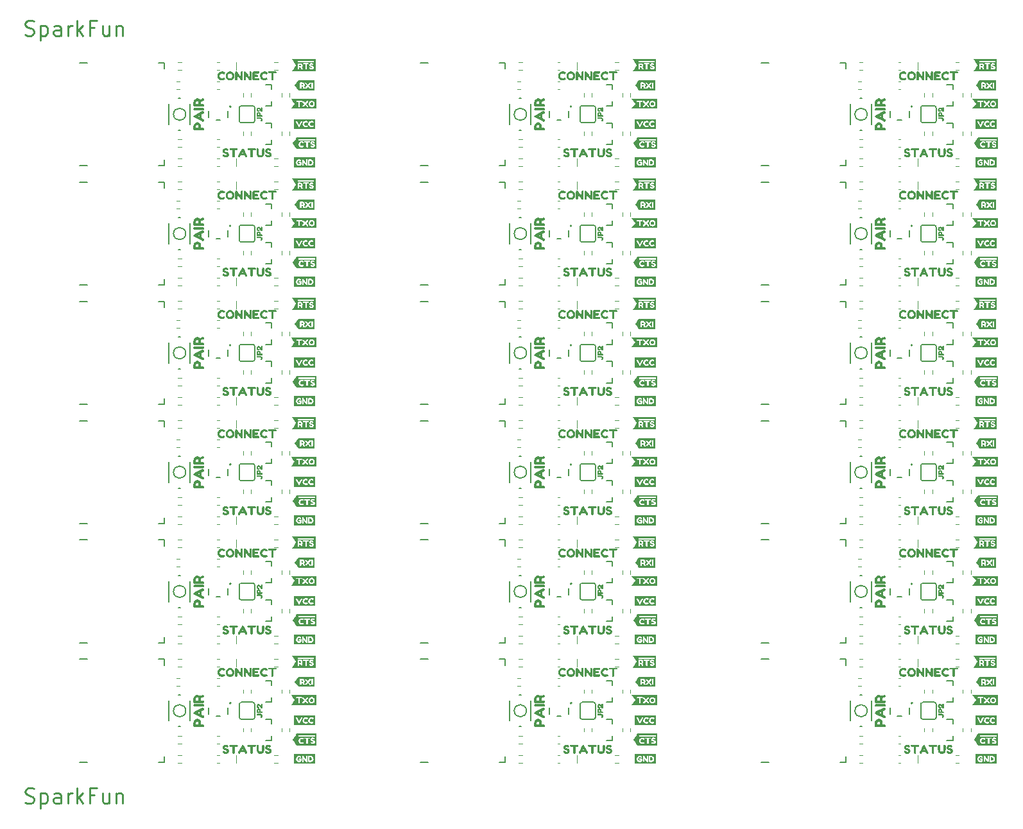
<source format=gto>
%TF.GenerationSoftware,KiCad,Pcbnew,7.0.6*%
%TF.CreationDate,2023-11-19T12:44:13-07:00*%
%TF.ProjectId,SparkFun_BlueSMiRF-ESP32_panelized,53706172-6b46-4756-9e5f-426c7565534d,rev?*%
%TF.SameCoordinates,Original*%
%TF.FileFunction,Legend,Top*%
%TF.FilePolarity,Positive*%
%FSLAX46Y46*%
G04 Gerber Fmt 4.6, Leading zero omitted, Abs format (unit mm)*
G04 Created by KiCad (PCBNEW 7.0.6) date 2023-11-19 12:44:13*
%MOMM*%
%LPD*%
G01*
G04 APERTURE LIST*
%ADD10C,0.250000*%
%ADD11C,0.120000*%
%ADD12C,0.203200*%
%ADD13C,0.152400*%
%ADD14C,0.200000*%
%ADD15C,0.127000*%
G04 APERTURE END LIST*
D10*
X-1304575Y-4492000D02*
X-1018861Y-4587238D01*
X-1018861Y-4587238D02*
X-542670Y-4587238D01*
X-542670Y-4587238D02*
X-352194Y-4492000D01*
X-352194Y-4492000D02*
X-256956Y-4396761D01*
X-256956Y-4396761D02*
X-161718Y-4206285D01*
X-161718Y-4206285D02*
X-161718Y-4015809D01*
X-161718Y-4015809D02*
X-256956Y-3825333D01*
X-256956Y-3825333D02*
X-352194Y-3730095D01*
X-352194Y-3730095D02*
X-542670Y-3634857D01*
X-542670Y-3634857D02*
X-923623Y-3539619D01*
X-923623Y-3539619D02*
X-1114099Y-3444380D01*
X-1114099Y-3444380D02*
X-1209337Y-3349142D01*
X-1209337Y-3349142D02*
X-1304575Y-3158666D01*
X-1304575Y-3158666D02*
X-1304575Y-2968190D01*
X-1304575Y-2968190D02*
X-1209337Y-2777714D01*
X-1209337Y-2777714D02*
X-1114099Y-2682476D01*
X-1114099Y-2682476D02*
X-923623Y-2587238D01*
X-923623Y-2587238D02*
X-447432Y-2587238D01*
X-447432Y-2587238D02*
X-161718Y-2682476D01*
X695425Y-3253904D02*
X695425Y-5253904D01*
X695425Y-3349142D02*
X885901Y-3253904D01*
X885901Y-3253904D02*
X1266854Y-3253904D01*
X1266854Y-3253904D02*
X1457330Y-3349142D01*
X1457330Y-3349142D02*
X1552568Y-3444380D01*
X1552568Y-3444380D02*
X1647806Y-3634857D01*
X1647806Y-3634857D02*
X1647806Y-4206285D01*
X1647806Y-4206285D02*
X1552568Y-4396761D01*
X1552568Y-4396761D02*
X1457330Y-4492000D01*
X1457330Y-4492000D02*
X1266854Y-4587238D01*
X1266854Y-4587238D02*
X885901Y-4587238D01*
X885901Y-4587238D02*
X695425Y-4492000D01*
X3362092Y-4587238D02*
X3362092Y-3539619D01*
X3362092Y-3539619D02*
X3266854Y-3349142D01*
X3266854Y-3349142D02*
X3076378Y-3253904D01*
X3076378Y-3253904D02*
X2695425Y-3253904D01*
X2695425Y-3253904D02*
X2504949Y-3349142D01*
X3362092Y-4492000D02*
X3171616Y-4587238D01*
X3171616Y-4587238D02*
X2695425Y-4587238D01*
X2695425Y-4587238D02*
X2504949Y-4492000D01*
X2504949Y-4492000D02*
X2409711Y-4301523D01*
X2409711Y-4301523D02*
X2409711Y-4111047D01*
X2409711Y-4111047D02*
X2504949Y-3920571D01*
X2504949Y-3920571D02*
X2695425Y-3825333D01*
X2695425Y-3825333D02*
X3171616Y-3825333D01*
X3171616Y-3825333D02*
X3362092Y-3730095D01*
X4314473Y-4587238D02*
X4314473Y-3253904D01*
X4314473Y-3634857D02*
X4409711Y-3444380D01*
X4409711Y-3444380D02*
X4504949Y-3349142D01*
X4504949Y-3349142D02*
X4695425Y-3253904D01*
X4695425Y-3253904D02*
X4885902Y-3253904D01*
X5552568Y-4587238D02*
X5552568Y-2587238D01*
X5743044Y-3825333D02*
X6314473Y-4587238D01*
X6314473Y-3253904D02*
X5552568Y-4015809D01*
X7838283Y-3539619D02*
X7171616Y-3539619D01*
X7171616Y-4587238D02*
X7171616Y-2587238D01*
X7171616Y-2587238D02*
X8123997Y-2587238D01*
X9743045Y-3253904D02*
X9743045Y-4587238D01*
X8885902Y-3253904D02*
X8885902Y-4301523D01*
X8885902Y-4301523D02*
X8981140Y-4492000D01*
X8981140Y-4492000D02*
X9171616Y-4587238D01*
X9171616Y-4587238D02*
X9457331Y-4587238D01*
X9457331Y-4587238D02*
X9647807Y-4492000D01*
X9647807Y-4492000D02*
X9743045Y-4396761D01*
X10695426Y-3253904D02*
X10695426Y-4587238D01*
X10695426Y-3444380D02*
X10790664Y-3349142D01*
X10790664Y-3349142D02*
X10981140Y-3253904D01*
X10981140Y-3253904D02*
X11266855Y-3253904D01*
X11266855Y-3253904D02*
X11457331Y-3349142D01*
X11457331Y-3349142D02*
X11552569Y-3539619D01*
X11552569Y-3539619D02*
X11552569Y-4587238D01*
X-1304575Y96798000D02*
X-1018861Y96702762D01*
X-1018861Y96702762D02*
X-542670Y96702762D01*
X-542670Y96702762D02*
X-352194Y96798000D01*
X-352194Y96798000D02*
X-256956Y96893239D01*
X-256956Y96893239D02*
X-161718Y97083715D01*
X-161718Y97083715D02*
X-161718Y97274191D01*
X-161718Y97274191D02*
X-256956Y97464667D01*
X-256956Y97464667D02*
X-352194Y97559905D01*
X-352194Y97559905D02*
X-542670Y97655143D01*
X-542670Y97655143D02*
X-923623Y97750381D01*
X-923623Y97750381D02*
X-1114099Y97845620D01*
X-1114099Y97845620D02*
X-1209337Y97940858D01*
X-1209337Y97940858D02*
X-1304575Y98131334D01*
X-1304575Y98131334D02*
X-1304575Y98321810D01*
X-1304575Y98321810D02*
X-1209337Y98512286D01*
X-1209337Y98512286D02*
X-1114099Y98607524D01*
X-1114099Y98607524D02*
X-923623Y98702762D01*
X-923623Y98702762D02*
X-447432Y98702762D01*
X-447432Y98702762D02*
X-161718Y98607524D01*
X695425Y98036096D02*
X695425Y96036096D01*
X695425Y97940858D02*
X885901Y98036096D01*
X885901Y98036096D02*
X1266854Y98036096D01*
X1266854Y98036096D02*
X1457330Y97940858D01*
X1457330Y97940858D02*
X1552568Y97845620D01*
X1552568Y97845620D02*
X1647806Y97655143D01*
X1647806Y97655143D02*
X1647806Y97083715D01*
X1647806Y97083715D02*
X1552568Y96893239D01*
X1552568Y96893239D02*
X1457330Y96798000D01*
X1457330Y96798000D02*
X1266854Y96702762D01*
X1266854Y96702762D02*
X885901Y96702762D01*
X885901Y96702762D02*
X695425Y96798000D01*
X3362092Y96702762D02*
X3362092Y97750381D01*
X3362092Y97750381D02*
X3266854Y97940858D01*
X3266854Y97940858D02*
X3076378Y98036096D01*
X3076378Y98036096D02*
X2695425Y98036096D01*
X2695425Y98036096D02*
X2504949Y97940858D01*
X3362092Y96798000D02*
X3171616Y96702762D01*
X3171616Y96702762D02*
X2695425Y96702762D01*
X2695425Y96702762D02*
X2504949Y96798000D01*
X2504949Y96798000D02*
X2409711Y96988477D01*
X2409711Y96988477D02*
X2409711Y97178953D01*
X2409711Y97178953D02*
X2504949Y97369429D01*
X2504949Y97369429D02*
X2695425Y97464667D01*
X2695425Y97464667D02*
X3171616Y97464667D01*
X3171616Y97464667D02*
X3362092Y97559905D01*
X4314473Y96702762D02*
X4314473Y98036096D01*
X4314473Y97655143D02*
X4409711Y97845620D01*
X4409711Y97845620D02*
X4504949Y97940858D01*
X4504949Y97940858D02*
X4695425Y98036096D01*
X4695425Y98036096D02*
X4885902Y98036096D01*
X5552568Y96702762D02*
X5552568Y98702762D01*
X5743044Y97464667D02*
X6314473Y96702762D01*
X6314473Y98036096D02*
X5552568Y97274191D01*
X7838283Y97750381D02*
X7171616Y97750381D01*
X7171616Y96702762D02*
X7171616Y98702762D01*
X7171616Y98702762D02*
X8123997Y98702762D01*
X9743045Y98036096D02*
X9743045Y96702762D01*
X8885902Y98036096D02*
X8885902Y96988477D01*
X8885902Y96988477D02*
X8981140Y96798000D01*
X8981140Y96798000D02*
X9171616Y96702762D01*
X9171616Y96702762D02*
X9457331Y96702762D01*
X9457331Y96702762D02*
X9647807Y96798000D01*
X9647807Y96798000D02*
X9743045Y96893239D01*
X10695426Y98036096D02*
X10695426Y96702762D01*
X10695426Y97845620D02*
X10790664Y97940858D01*
X10790664Y97940858D02*
X10981140Y98036096D01*
X10981140Y98036096D02*
X11266855Y98036096D01*
X11266855Y98036096D02*
X11457331Y97940858D01*
X11457331Y97940858D02*
X11552569Y97750381D01*
X11552569Y97750381D02*
X11552569Y96702762D01*
%TO.C,kibuzzard-655A5C31*%
G36*
X29780777Y7213900D02*
G01*
X29848193Y7185748D01*
X29907706Y7138829D01*
X29954008Y7078451D01*
X29981790Y7009924D01*
X29991050Y6933248D01*
X29982283Y6863486D01*
X29955984Y6799404D01*
X29912151Y6741001D01*
X29902150Y6731000D01*
X29833253Y6692106D01*
X29757688Y6731000D01*
X29717683Y6803231D01*
X29759910Y6876574D01*
X29785469Y6938804D01*
X29761021Y6996589D01*
X29697680Y7018814D01*
X29312076Y7018814D01*
X29280406Y7019925D01*
X29252069Y7026592D01*
X29225954Y7042150D01*
X29209286Y7073265D01*
X29202063Y7123271D01*
X29210397Y7179389D01*
X29235956Y7209949D01*
X29267626Y7221061D01*
X29305409Y7223284D01*
X29705459Y7223284D01*
X29780777Y7213900D01*
G37*
G36*
X29877703Y7507764D02*
G01*
X29916041Y7506097D01*
X29946044Y7495540D01*
X29971048Y7464425D01*
X29978826Y7405529D01*
X29971048Y7347744D01*
X29945489Y7316629D01*
X29914929Y7306072D01*
X29876591Y7304405D01*
X29303186Y7304405D01*
X29265959Y7306072D01*
X29235400Y7316629D01*
X29209841Y7347744D01*
X29202063Y7406640D01*
X29202063Y7507764D01*
X29405421Y7507764D01*
X29567664Y7507764D01*
X29567664Y7627779D01*
X29547661Y7682786D01*
X29486543Y7708900D01*
X29428758Y7685008D01*
X29405421Y7626668D01*
X29405421Y7507764D01*
X29202063Y7507764D01*
X29202063Y7627779D01*
X29206508Y7673062D01*
X29219843Y7720013D01*
X29241512Y7766685D01*
X29270960Y7811135D01*
X29310270Y7850723D01*
X29361527Y7882811D01*
X29421673Y7904063D01*
X29487654Y7911148D01*
X29553356Y7904202D01*
X29612669Y7883366D01*
X29663092Y7851557D01*
X29702125Y7811691D01*
X29731573Y7766685D01*
X29753243Y7719457D01*
X29766578Y7672090D01*
X29771023Y7626668D01*
X29771023Y7507764D01*
X29877703Y7507764D01*
G37*
G36*
X29938266Y8540115D02*
G01*
X29968825Y8514556D01*
X29979938Y8482886D01*
X29982160Y8444548D01*
X29982160Y8043386D01*
X29951601Y7972266D01*
X29878814Y7942263D01*
X29822418Y7952264D01*
X29771023Y7982268D01*
X29731434Y8020883D01*
X29690457Y8074501D01*
X29652258Y8133120D01*
X29621004Y8186738D01*
X29589889Y8234938D01*
X29552106Y8277304D01*
X29510434Y8306891D01*
X29467651Y8316754D01*
X29438203Y8312864D01*
X29409311Y8288417D01*
X29394309Y8232299D01*
X29417367Y8167291D01*
X29486543Y8145621D01*
X29522103Y8143954D01*
X29550439Y8133398D01*
X29573776Y8102283D01*
X29580999Y8043386D01*
X29573220Y7985601D01*
X29547661Y7954486D01*
X29517102Y7943929D01*
X29478764Y7942263D01*
X29407767Y7951153D01*
X29341463Y7977823D01*
X29279850Y8022273D01*
X29230461Y8081045D01*
X29200828Y8150684D01*
X29190950Y8231188D01*
X29200457Y8307864D01*
X29228979Y8376391D01*
X29276516Y8436769D01*
X29337635Y8483688D01*
X29406903Y8511840D01*
X29484320Y8521224D01*
X29540438Y8515806D01*
X29593223Y8499554D01*
X29640451Y8474412D01*
X29679900Y8442325D01*
X29738241Y8374539D01*
X29777690Y8307864D01*
X29777690Y8446770D01*
X29779913Y8485108D01*
X29791025Y8515112D01*
X29822140Y8540115D01*
X29881036Y8547894D01*
X29938266Y8540115D01*
G37*
G36*
X74730777Y7213900D02*
G01*
X74798193Y7185748D01*
X74857706Y7138829D01*
X74904008Y7078451D01*
X74931790Y7009924D01*
X74941050Y6933248D01*
X74932283Y6863486D01*
X74905984Y6799404D01*
X74862151Y6741001D01*
X74852150Y6731000D01*
X74783253Y6692106D01*
X74707688Y6731000D01*
X74667683Y6803231D01*
X74709910Y6876574D01*
X74735469Y6938804D01*
X74711021Y6996589D01*
X74647680Y7018814D01*
X74262076Y7018814D01*
X74230406Y7019925D01*
X74202069Y7026592D01*
X74175954Y7042150D01*
X74159286Y7073265D01*
X74152063Y7123271D01*
X74160397Y7179389D01*
X74185956Y7209949D01*
X74217626Y7221061D01*
X74255409Y7223284D01*
X74655459Y7223284D01*
X74730777Y7213900D01*
G37*
G36*
X74827703Y7507764D02*
G01*
X74866041Y7506097D01*
X74896044Y7495540D01*
X74921048Y7464425D01*
X74928826Y7405529D01*
X74921048Y7347744D01*
X74895489Y7316629D01*
X74864929Y7306072D01*
X74826591Y7304405D01*
X74253186Y7304405D01*
X74215959Y7306072D01*
X74185400Y7316629D01*
X74159841Y7347744D01*
X74152063Y7406640D01*
X74152063Y7507764D01*
X74355421Y7507764D01*
X74517664Y7507764D01*
X74517664Y7627779D01*
X74497661Y7682786D01*
X74436543Y7708900D01*
X74378758Y7685008D01*
X74355421Y7626668D01*
X74355421Y7507764D01*
X74152063Y7507764D01*
X74152063Y7627779D01*
X74156508Y7673062D01*
X74169843Y7720013D01*
X74191512Y7766685D01*
X74220960Y7811135D01*
X74260270Y7850723D01*
X74311527Y7882811D01*
X74371673Y7904063D01*
X74437654Y7911148D01*
X74503356Y7904202D01*
X74562669Y7883366D01*
X74613092Y7851557D01*
X74652125Y7811691D01*
X74681573Y7766685D01*
X74703243Y7719457D01*
X74716578Y7672090D01*
X74721023Y7626668D01*
X74721023Y7507764D01*
X74827703Y7507764D01*
G37*
G36*
X74888266Y8540115D02*
G01*
X74918825Y8514556D01*
X74929938Y8482886D01*
X74932160Y8444548D01*
X74932160Y8043386D01*
X74901601Y7972266D01*
X74828814Y7942263D01*
X74772418Y7952264D01*
X74721023Y7982268D01*
X74681434Y8020883D01*
X74640457Y8074501D01*
X74602258Y8133120D01*
X74571004Y8186738D01*
X74539889Y8234938D01*
X74502106Y8277304D01*
X74460434Y8306891D01*
X74417651Y8316754D01*
X74388203Y8312864D01*
X74359311Y8288417D01*
X74344309Y8232299D01*
X74367367Y8167291D01*
X74436543Y8145621D01*
X74472103Y8143954D01*
X74500439Y8133398D01*
X74523776Y8102283D01*
X74530999Y8043386D01*
X74523220Y7985601D01*
X74497661Y7954486D01*
X74467102Y7943929D01*
X74428764Y7942263D01*
X74357767Y7951153D01*
X74291463Y7977823D01*
X74229850Y8022273D01*
X74180461Y8081045D01*
X74150828Y8150684D01*
X74140950Y8231188D01*
X74150457Y8307864D01*
X74178979Y8376391D01*
X74226516Y8436769D01*
X74287635Y8483688D01*
X74356903Y8511840D01*
X74434320Y8521224D01*
X74490438Y8515806D01*
X74543223Y8499554D01*
X74590451Y8474412D01*
X74629900Y8442325D01*
X74688241Y8374539D01*
X74727690Y8307864D01*
X74727690Y8446770D01*
X74729913Y8485108D01*
X74741025Y8515112D01*
X74772140Y8540115D01*
X74831036Y8547894D01*
X74888266Y8540115D01*
G37*
G36*
X119680777Y22953900D02*
G01*
X119748193Y22925748D01*
X119807706Y22878829D01*
X119854008Y22818451D01*
X119881790Y22749924D01*
X119891050Y22673248D01*
X119882283Y22603486D01*
X119855984Y22539404D01*
X119812151Y22481001D01*
X119802150Y22471000D01*
X119733253Y22432106D01*
X119657688Y22471000D01*
X119617683Y22543231D01*
X119659910Y22616574D01*
X119685469Y22678804D01*
X119661021Y22736589D01*
X119597680Y22758814D01*
X119212076Y22758814D01*
X119180406Y22759925D01*
X119152069Y22766592D01*
X119125954Y22782150D01*
X119109286Y22813265D01*
X119102063Y22863271D01*
X119110397Y22919389D01*
X119135956Y22949949D01*
X119167626Y22961061D01*
X119205409Y22963284D01*
X119605459Y22963284D01*
X119680777Y22953900D01*
G37*
G36*
X119777703Y23247764D02*
G01*
X119816041Y23246097D01*
X119846044Y23235540D01*
X119871048Y23204425D01*
X119878826Y23145529D01*
X119871048Y23087744D01*
X119845489Y23056629D01*
X119814929Y23046072D01*
X119776591Y23044405D01*
X119203186Y23044405D01*
X119165959Y23046072D01*
X119135400Y23056629D01*
X119109841Y23087744D01*
X119102063Y23146640D01*
X119102063Y23247764D01*
X119305421Y23247764D01*
X119467664Y23247764D01*
X119467664Y23367779D01*
X119447661Y23422786D01*
X119386543Y23448900D01*
X119328758Y23425008D01*
X119305421Y23366668D01*
X119305421Y23247764D01*
X119102063Y23247764D01*
X119102063Y23367779D01*
X119106508Y23413062D01*
X119119843Y23460013D01*
X119141512Y23506685D01*
X119170960Y23551135D01*
X119210270Y23590723D01*
X119261527Y23622811D01*
X119321673Y23644063D01*
X119387654Y23651148D01*
X119453356Y23644202D01*
X119512669Y23623366D01*
X119563092Y23591557D01*
X119602125Y23551691D01*
X119631573Y23506685D01*
X119653243Y23459457D01*
X119666578Y23412090D01*
X119671023Y23366668D01*
X119671023Y23247764D01*
X119777703Y23247764D01*
G37*
G36*
X119838266Y24280115D02*
G01*
X119868825Y24254556D01*
X119879938Y24222886D01*
X119882160Y24184548D01*
X119882160Y23783386D01*
X119851601Y23712266D01*
X119778814Y23682263D01*
X119722418Y23692264D01*
X119671023Y23722268D01*
X119631434Y23760883D01*
X119590457Y23814501D01*
X119552258Y23873120D01*
X119521004Y23926738D01*
X119489889Y23974938D01*
X119452106Y24017304D01*
X119410434Y24046891D01*
X119367651Y24056754D01*
X119338203Y24052864D01*
X119309311Y24028417D01*
X119294309Y23972299D01*
X119317367Y23907291D01*
X119386543Y23885621D01*
X119422103Y23883954D01*
X119450439Y23873398D01*
X119473776Y23842283D01*
X119480999Y23783386D01*
X119473220Y23725601D01*
X119447661Y23694486D01*
X119417102Y23683929D01*
X119378764Y23682263D01*
X119307767Y23691153D01*
X119241463Y23717823D01*
X119179850Y23762273D01*
X119130461Y23821045D01*
X119100828Y23890684D01*
X119090950Y23971188D01*
X119100457Y24047864D01*
X119128979Y24116391D01*
X119176516Y24176769D01*
X119237635Y24223688D01*
X119306903Y24251840D01*
X119384320Y24261224D01*
X119440438Y24255806D01*
X119493223Y24239554D01*
X119540451Y24214412D01*
X119579900Y24182325D01*
X119638241Y24114539D01*
X119677690Y24047864D01*
X119677690Y24186770D01*
X119679913Y24225108D01*
X119691025Y24255112D01*
X119722140Y24280115D01*
X119781036Y24287894D01*
X119838266Y24280115D01*
G37*
G36*
X119680777Y38693900D02*
G01*
X119748193Y38665748D01*
X119807706Y38618829D01*
X119854008Y38558451D01*
X119881790Y38489924D01*
X119891050Y38413248D01*
X119882283Y38343486D01*
X119855984Y38279404D01*
X119812151Y38221001D01*
X119802150Y38211000D01*
X119733253Y38172106D01*
X119657688Y38211000D01*
X119617683Y38283231D01*
X119659910Y38356574D01*
X119685469Y38418804D01*
X119661021Y38476589D01*
X119597680Y38498814D01*
X119212076Y38498814D01*
X119180406Y38499925D01*
X119152069Y38506592D01*
X119125954Y38522150D01*
X119109286Y38553265D01*
X119102063Y38603271D01*
X119110397Y38659389D01*
X119135956Y38689949D01*
X119167626Y38701061D01*
X119205409Y38703284D01*
X119605459Y38703284D01*
X119680777Y38693900D01*
G37*
G36*
X119777703Y38987764D02*
G01*
X119816041Y38986097D01*
X119846044Y38975540D01*
X119871048Y38944425D01*
X119878826Y38885529D01*
X119871048Y38827744D01*
X119845489Y38796629D01*
X119814929Y38786072D01*
X119776591Y38784405D01*
X119203186Y38784405D01*
X119165959Y38786072D01*
X119135400Y38796629D01*
X119109841Y38827744D01*
X119102063Y38886640D01*
X119102063Y38987764D01*
X119305421Y38987764D01*
X119467664Y38987764D01*
X119467664Y39107779D01*
X119447661Y39162786D01*
X119386543Y39188900D01*
X119328758Y39165008D01*
X119305421Y39106668D01*
X119305421Y38987764D01*
X119102063Y38987764D01*
X119102063Y39107779D01*
X119106508Y39153062D01*
X119119843Y39200013D01*
X119141512Y39246685D01*
X119170960Y39291135D01*
X119210270Y39330723D01*
X119261527Y39362811D01*
X119321673Y39384063D01*
X119387654Y39391148D01*
X119453356Y39384202D01*
X119512669Y39363366D01*
X119563092Y39331557D01*
X119602125Y39291691D01*
X119631573Y39246685D01*
X119653243Y39199457D01*
X119666578Y39152090D01*
X119671023Y39106668D01*
X119671023Y38987764D01*
X119777703Y38987764D01*
G37*
G36*
X119838266Y40020115D02*
G01*
X119868825Y39994556D01*
X119879938Y39962886D01*
X119882160Y39924548D01*
X119882160Y39523386D01*
X119851601Y39452266D01*
X119778814Y39422263D01*
X119722418Y39432264D01*
X119671023Y39462268D01*
X119631434Y39500883D01*
X119590457Y39554501D01*
X119552258Y39613120D01*
X119521004Y39666738D01*
X119489889Y39714938D01*
X119452106Y39757304D01*
X119410434Y39786891D01*
X119367651Y39796754D01*
X119338203Y39792864D01*
X119309311Y39768417D01*
X119294309Y39712299D01*
X119317367Y39647291D01*
X119386543Y39625621D01*
X119422103Y39623954D01*
X119450439Y39613398D01*
X119473776Y39582283D01*
X119480999Y39523386D01*
X119473220Y39465601D01*
X119447661Y39434486D01*
X119417102Y39423929D01*
X119378764Y39422263D01*
X119307767Y39431153D01*
X119241463Y39457823D01*
X119179850Y39502273D01*
X119130461Y39561045D01*
X119100828Y39630684D01*
X119090950Y39711188D01*
X119100457Y39787864D01*
X119128979Y39856391D01*
X119176516Y39916769D01*
X119237635Y39963688D01*
X119306903Y39991840D01*
X119384320Y40001224D01*
X119440438Y39995806D01*
X119493223Y39979554D01*
X119540451Y39954412D01*
X119579900Y39922325D01*
X119638241Y39854539D01*
X119677690Y39787864D01*
X119677690Y39926770D01*
X119679913Y39965108D01*
X119691025Y39995112D01*
X119722140Y40020115D01*
X119781036Y40027894D01*
X119838266Y40020115D01*
G37*
G36*
X29780777Y54433900D02*
G01*
X29848193Y54405748D01*
X29907706Y54358829D01*
X29954008Y54298451D01*
X29981790Y54229924D01*
X29991050Y54153248D01*
X29982283Y54083486D01*
X29955984Y54019404D01*
X29912151Y53961001D01*
X29902150Y53951000D01*
X29833253Y53912106D01*
X29757688Y53951000D01*
X29717683Y54023231D01*
X29759910Y54096574D01*
X29785469Y54158804D01*
X29761021Y54216589D01*
X29697680Y54238814D01*
X29312076Y54238814D01*
X29280406Y54239925D01*
X29252069Y54246592D01*
X29225954Y54262150D01*
X29209286Y54293265D01*
X29202063Y54343271D01*
X29210397Y54399389D01*
X29235956Y54429949D01*
X29267626Y54441061D01*
X29305409Y54443284D01*
X29705459Y54443284D01*
X29780777Y54433900D01*
G37*
G36*
X29877703Y54727764D02*
G01*
X29916041Y54726097D01*
X29946044Y54715540D01*
X29971048Y54684425D01*
X29978826Y54625529D01*
X29971048Y54567744D01*
X29945489Y54536629D01*
X29914929Y54526072D01*
X29876591Y54524405D01*
X29303186Y54524405D01*
X29265959Y54526072D01*
X29235400Y54536629D01*
X29209841Y54567744D01*
X29202063Y54626640D01*
X29202063Y54727764D01*
X29405421Y54727764D01*
X29567664Y54727764D01*
X29567664Y54847779D01*
X29547661Y54902786D01*
X29486543Y54928900D01*
X29428758Y54905008D01*
X29405421Y54846668D01*
X29405421Y54727764D01*
X29202063Y54727764D01*
X29202063Y54847779D01*
X29206508Y54893062D01*
X29219843Y54940013D01*
X29241512Y54986685D01*
X29270960Y55031135D01*
X29310270Y55070723D01*
X29361527Y55102811D01*
X29421673Y55124063D01*
X29487654Y55131148D01*
X29553356Y55124202D01*
X29612669Y55103366D01*
X29663092Y55071557D01*
X29702125Y55031691D01*
X29731573Y54986685D01*
X29753243Y54939457D01*
X29766578Y54892090D01*
X29771023Y54846668D01*
X29771023Y54727764D01*
X29877703Y54727764D01*
G37*
G36*
X29938266Y55760115D02*
G01*
X29968825Y55734556D01*
X29979938Y55702886D01*
X29982160Y55664548D01*
X29982160Y55263386D01*
X29951601Y55192266D01*
X29878814Y55162263D01*
X29822418Y55172264D01*
X29771023Y55202268D01*
X29731434Y55240883D01*
X29690457Y55294501D01*
X29652258Y55353120D01*
X29621004Y55406738D01*
X29589889Y55454938D01*
X29552106Y55497304D01*
X29510434Y55526891D01*
X29467651Y55536754D01*
X29438203Y55532864D01*
X29409311Y55508417D01*
X29394309Y55452299D01*
X29417367Y55387291D01*
X29486543Y55365621D01*
X29522103Y55363954D01*
X29550439Y55353398D01*
X29573776Y55322283D01*
X29580999Y55263386D01*
X29573220Y55205601D01*
X29547661Y55174486D01*
X29517102Y55163929D01*
X29478764Y55162263D01*
X29407767Y55171153D01*
X29341463Y55197823D01*
X29279850Y55242273D01*
X29230461Y55301045D01*
X29200828Y55370684D01*
X29190950Y55451188D01*
X29200457Y55527864D01*
X29228979Y55596391D01*
X29276516Y55656769D01*
X29337635Y55703688D01*
X29406903Y55731840D01*
X29484320Y55741224D01*
X29540438Y55735806D01*
X29593223Y55719554D01*
X29640451Y55694412D01*
X29679900Y55662325D01*
X29738241Y55594539D01*
X29777690Y55527864D01*
X29777690Y55666770D01*
X29779913Y55705108D01*
X29791025Y55735112D01*
X29822140Y55760115D01*
X29881036Y55767894D01*
X29938266Y55760115D01*
G37*
G36*
X29780777Y70173900D02*
G01*
X29848193Y70145748D01*
X29907706Y70098829D01*
X29954008Y70038451D01*
X29981790Y69969924D01*
X29991050Y69893248D01*
X29982283Y69823486D01*
X29955984Y69759404D01*
X29912151Y69701001D01*
X29902150Y69691000D01*
X29833253Y69652106D01*
X29757688Y69691000D01*
X29717683Y69763231D01*
X29759910Y69836574D01*
X29785469Y69898804D01*
X29761021Y69956589D01*
X29697680Y69978814D01*
X29312076Y69978814D01*
X29280406Y69979925D01*
X29252069Y69986592D01*
X29225954Y70002150D01*
X29209286Y70033265D01*
X29202063Y70083271D01*
X29210397Y70139389D01*
X29235956Y70169949D01*
X29267626Y70181061D01*
X29305409Y70183284D01*
X29705459Y70183284D01*
X29780777Y70173900D01*
G37*
G36*
X29877703Y70467764D02*
G01*
X29916041Y70466097D01*
X29946044Y70455540D01*
X29971048Y70424425D01*
X29978826Y70365529D01*
X29971048Y70307744D01*
X29945489Y70276629D01*
X29914929Y70266072D01*
X29876591Y70264405D01*
X29303186Y70264405D01*
X29265959Y70266072D01*
X29235400Y70276629D01*
X29209841Y70307744D01*
X29202063Y70366640D01*
X29202063Y70467764D01*
X29405421Y70467764D01*
X29567664Y70467764D01*
X29567664Y70587779D01*
X29547661Y70642786D01*
X29486543Y70668900D01*
X29428758Y70645008D01*
X29405421Y70586668D01*
X29405421Y70467764D01*
X29202063Y70467764D01*
X29202063Y70587779D01*
X29206508Y70633062D01*
X29219843Y70680013D01*
X29241512Y70726685D01*
X29270960Y70771135D01*
X29310270Y70810723D01*
X29361527Y70842811D01*
X29421673Y70864063D01*
X29487654Y70871148D01*
X29553356Y70864202D01*
X29612669Y70843366D01*
X29663092Y70811557D01*
X29702125Y70771691D01*
X29731573Y70726685D01*
X29753243Y70679457D01*
X29766578Y70632090D01*
X29771023Y70586668D01*
X29771023Y70467764D01*
X29877703Y70467764D01*
G37*
G36*
X29938266Y71500115D02*
G01*
X29968825Y71474556D01*
X29979938Y71442886D01*
X29982160Y71404548D01*
X29982160Y71003386D01*
X29951601Y70932266D01*
X29878814Y70902263D01*
X29822418Y70912264D01*
X29771023Y70942268D01*
X29731434Y70980883D01*
X29690457Y71034501D01*
X29652258Y71093120D01*
X29621004Y71146738D01*
X29589889Y71194938D01*
X29552106Y71237304D01*
X29510434Y71266891D01*
X29467651Y71276754D01*
X29438203Y71272864D01*
X29409311Y71248417D01*
X29394309Y71192299D01*
X29417367Y71127291D01*
X29486543Y71105621D01*
X29522103Y71103954D01*
X29550439Y71093398D01*
X29573776Y71062283D01*
X29580999Y71003386D01*
X29573220Y70945601D01*
X29547661Y70914486D01*
X29517102Y70903929D01*
X29478764Y70902263D01*
X29407767Y70911153D01*
X29341463Y70937823D01*
X29279850Y70982273D01*
X29230461Y71041045D01*
X29200828Y71110684D01*
X29190950Y71191188D01*
X29200457Y71267864D01*
X29228979Y71336391D01*
X29276516Y71396769D01*
X29337635Y71443688D01*
X29406903Y71471840D01*
X29484320Y71481224D01*
X29540438Y71475806D01*
X29593223Y71459554D01*
X29640451Y71434412D01*
X29679900Y71402325D01*
X29738241Y71334539D01*
X29777690Y71267864D01*
X29777690Y71406770D01*
X29779913Y71445108D01*
X29791025Y71475112D01*
X29822140Y71500115D01*
X29881036Y71507894D01*
X29938266Y71500115D01*
G37*
G36*
X29780777Y85913900D02*
G01*
X29848193Y85885748D01*
X29907706Y85838829D01*
X29954008Y85778451D01*
X29981790Y85709924D01*
X29991050Y85633248D01*
X29982283Y85563486D01*
X29955984Y85499404D01*
X29912151Y85441001D01*
X29902150Y85431000D01*
X29833253Y85392106D01*
X29757688Y85431000D01*
X29717683Y85503231D01*
X29759910Y85576574D01*
X29785469Y85638804D01*
X29761021Y85696589D01*
X29697680Y85718814D01*
X29312076Y85718814D01*
X29280406Y85719925D01*
X29252069Y85726592D01*
X29225954Y85742150D01*
X29209286Y85773265D01*
X29202063Y85823271D01*
X29210397Y85879389D01*
X29235956Y85909949D01*
X29267626Y85921061D01*
X29305409Y85923284D01*
X29705459Y85923284D01*
X29780777Y85913900D01*
G37*
G36*
X29877703Y86207764D02*
G01*
X29916041Y86206097D01*
X29946044Y86195540D01*
X29971048Y86164425D01*
X29978826Y86105529D01*
X29971048Y86047744D01*
X29945489Y86016629D01*
X29914929Y86006072D01*
X29876591Y86004405D01*
X29303186Y86004405D01*
X29265959Y86006072D01*
X29235400Y86016629D01*
X29209841Y86047744D01*
X29202063Y86106640D01*
X29202063Y86207764D01*
X29405421Y86207764D01*
X29567664Y86207764D01*
X29567664Y86327779D01*
X29547661Y86382786D01*
X29486543Y86408900D01*
X29428758Y86385008D01*
X29405421Y86326668D01*
X29405421Y86207764D01*
X29202063Y86207764D01*
X29202063Y86327779D01*
X29206508Y86373062D01*
X29219843Y86420013D01*
X29241512Y86466685D01*
X29270960Y86511135D01*
X29310270Y86550723D01*
X29361527Y86582811D01*
X29421673Y86604063D01*
X29487654Y86611148D01*
X29553356Y86604202D01*
X29612669Y86583366D01*
X29663092Y86551557D01*
X29702125Y86511691D01*
X29731573Y86466685D01*
X29753243Y86419457D01*
X29766578Y86372090D01*
X29771023Y86326668D01*
X29771023Y86207764D01*
X29877703Y86207764D01*
G37*
G36*
X29938266Y87240115D02*
G01*
X29968825Y87214556D01*
X29979938Y87182886D01*
X29982160Y87144548D01*
X29982160Y86743386D01*
X29951601Y86672266D01*
X29878814Y86642263D01*
X29822418Y86652264D01*
X29771023Y86682268D01*
X29731434Y86720883D01*
X29690457Y86774501D01*
X29652258Y86833120D01*
X29621004Y86886738D01*
X29589889Y86934938D01*
X29552106Y86977304D01*
X29510434Y87006891D01*
X29467651Y87016754D01*
X29438203Y87012864D01*
X29409311Y86988417D01*
X29394309Y86932299D01*
X29417367Y86867291D01*
X29486543Y86845621D01*
X29522103Y86843954D01*
X29550439Y86833398D01*
X29573776Y86802283D01*
X29580999Y86743386D01*
X29573220Y86685601D01*
X29547661Y86654486D01*
X29517102Y86643929D01*
X29478764Y86642263D01*
X29407767Y86651153D01*
X29341463Y86677823D01*
X29279850Y86722273D01*
X29230461Y86781045D01*
X29200828Y86850684D01*
X29190950Y86931188D01*
X29200457Y87007864D01*
X29228979Y87076391D01*
X29276516Y87136769D01*
X29337635Y87183688D01*
X29406903Y87211840D01*
X29484320Y87221224D01*
X29540438Y87215806D01*
X29593223Y87199554D01*
X29640451Y87174412D01*
X29679900Y87142325D01*
X29738241Y87074539D01*
X29777690Y87007864D01*
X29777690Y87146770D01*
X29779913Y87185108D01*
X29791025Y87215112D01*
X29822140Y87240115D01*
X29881036Y87247894D01*
X29938266Y87240115D01*
G37*
G36*
X29780777Y22953900D02*
G01*
X29848193Y22925748D01*
X29907706Y22878829D01*
X29954008Y22818451D01*
X29981790Y22749924D01*
X29991050Y22673248D01*
X29982283Y22603486D01*
X29955984Y22539404D01*
X29912151Y22481001D01*
X29902150Y22471000D01*
X29833253Y22432106D01*
X29757688Y22471000D01*
X29717683Y22543231D01*
X29759910Y22616574D01*
X29785469Y22678804D01*
X29761021Y22736589D01*
X29697680Y22758814D01*
X29312076Y22758814D01*
X29280406Y22759925D01*
X29252069Y22766592D01*
X29225954Y22782150D01*
X29209286Y22813265D01*
X29202063Y22863271D01*
X29210397Y22919389D01*
X29235956Y22949949D01*
X29267626Y22961061D01*
X29305409Y22963284D01*
X29705459Y22963284D01*
X29780777Y22953900D01*
G37*
G36*
X29877703Y23247764D02*
G01*
X29916041Y23246097D01*
X29946044Y23235540D01*
X29971048Y23204425D01*
X29978826Y23145529D01*
X29971048Y23087744D01*
X29945489Y23056629D01*
X29914929Y23046072D01*
X29876591Y23044405D01*
X29303186Y23044405D01*
X29265959Y23046072D01*
X29235400Y23056629D01*
X29209841Y23087744D01*
X29202063Y23146640D01*
X29202063Y23247764D01*
X29405421Y23247764D01*
X29567664Y23247764D01*
X29567664Y23367779D01*
X29547661Y23422786D01*
X29486543Y23448900D01*
X29428758Y23425008D01*
X29405421Y23366668D01*
X29405421Y23247764D01*
X29202063Y23247764D01*
X29202063Y23367779D01*
X29206508Y23413062D01*
X29219843Y23460013D01*
X29241512Y23506685D01*
X29270960Y23551135D01*
X29310270Y23590723D01*
X29361527Y23622811D01*
X29421673Y23644063D01*
X29487654Y23651148D01*
X29553356Y23644202D01*
X29612669Y23623366D01*
X29663092Y23591557D01*
X29702125Y23551691D01*
X29731573Y23506685D01*
X29753243Y23459457D01*
X29766578Y23412090D01*
X29771023Y23366668D01*
X29771023Y23247764D01*
X29877703Y23247764D01*
G37*
G36*
X29938266Y24280115D02*
G01*
X29968825Y24254556D01*
X29979938Y24222886D01*
X29982160Y24184548D01*
X29982160Y23783386D01*
X29951601Y23712266D01*
X29878814Y23682263D01*
X29822418Y23692264D01*
X29771023Y23722268D01*
X29731434Y23760883D01*
X29690457Y23814501D01*
X29652258Y23873120D01*
X29621004Y23926738D01*
X29589889Y23974938D01*
X29552106Y24017304D01*
X29510434Y24046891D01*
X29467651Y24056754D01*
X29438203Y24052864D01*
X29409311Y24028417D01*
X29394309Y23972299D01*
X29417367Y23907291D01*
X29486543Y23885621D01*
X29522103Y23883954D01*
X29550439Y23873398D01*
X29573776Y23842283D01*
X29580999Y23783386D01*
X29573220Y23725601D01*
X29547661Y23694486D01*
X29517102Y23683929D01*
X29478764Y23682263D01*
X29407767Y23691153D01*
X29341463Y23717823D01*
X29279850Y23762273D01*
X29230461Y23821045D01*
X29200828Y23890684D01*
X29190950Y23971188D01*
X29200457Y24047864D01*
X29228979Y24116391D01*
X29276516Y24176769D01*
X29337635Y24223688D01*
X29406903Y24251840D01*
X29484320Y24261224D01*
X29540438Y24255806D01*
X29593223Y24239554D01*
X29640451Y24214412D01*
X29679900Y24182325D01*
X29738241Y24114539D01*
X29777690Y24047864D01*
X29777690Y24186770D01*
X29779913Y24225108D01*
X29791025Y24255112D01*
X29822140Y24280115D01*
X29881036Y24287894D01*
X29938266Y24280115D01*
G37*
G36*
X74730777Y22953900D02*
G01*
X74798193Y22925748D01*
X74857706Y22878829D01*
X74904008Y22818451D01*
X74931790Y22749924D01*
X74941050Y22673248D01*
X74932283Y22603486D01*
X74905984Y22539404D01*
X74862151Y22481001D01*
X74852150Y22471000D01*
X74783253Y22432106D01*
X74707688Y22471000D01*
X74667683Y22543231D01*
X74709910Y22616574D01*
X74735469Y22678804D01*
X74711021Y22736589D01*
X74647680Y22758814D01*
X74262076Y22758814D01*
X74230406Y22759925D01*
X74202069Y22766592D01*
X74175954Y22782150D01*
X74159286Y22813265D01*
X74152063Y22863271D01*
X74160397Y22919389D01*
X74185956Y22949949D01*
X74217626Y22961061D01*
X74255409Y22963284D01*
X74655459Y22963284D01*
X74730777Y22953900D01*
G37*
G36*
X74827703Y23247764D02*
G01*
X74866041Y23246097D01*
X74896044Y23235540D01*
X74921048Y23204425D01*
X74928826Y23145529D01*
X74921048Y23087744D01*
X74895489Y23056629D01*
X74864929Y23046072D01*
X74826591Y23044405D01*
X74253186Y23044405D01*
X74215959Y23046072D01*
X74185400Y23056629D01*
X74159841Y23087744D01*
X74152063Y23146640D01*
X74152063Y23247764D01*
X74355421Y23247764D01*
X74517664Y23247764D01*
X74517664Y23367779D01*
X74497661Y23422786D01*
X74436543Y23448900D01*
X74378758Y23425008D01*
X74355421Y23366668D01*
X74355421Y23247764D01*
X74152063Y23247764D01*
X74152063Y23367779D01*
X74156508Y23413062D01*
X74169843Y23460013D01*
X74191512Y23506685D01*
X74220960Y23551135D01*
X74260270Y23590723D01*
X74311527Y23622811D01*
X74371673Y23644063D01*
X74437654Y23651148D01*
X74503356Y23644202D01*
X74562669Y23623366D01*
X74613092Y23591557D01*
X74652125Y23551691D01*
X74681573Y23506685D01*
X74703243Y23459457D01*
X74716578Y23412090D01*
X74721023Y23366668D01*
X74721023Y23247764D01*
X74827703Y23247764D01*
G37*
G36*
X74888266Y24280115D02*
G01*
X74918825Y24254556D01*
X74929938Y24222886D01*
X74932160Y24184548D01*
X74932160Y23783386D01*
X74901601Y23712266D01*
X74828814Y23682263D01*
X74772418Y23692264D01*
X74721023Y23722268D01*
X74681434Y23760883D01*
X74640457Y23814501D01*
X74602258Y23873120D01*
X74571004Y23926738D01*
X74539889Y23974938D01*
X74502106Y24017304D01*
X74460434Y24046891D01*
X74417651Y24056754D01*
X74388203Y24052864D01*
X74359311Y24028417D01*
X74344309Y23972299D01*
X74367367Y23907291D01*
X74436543Y23885621D01*
X74472103Y23883954D01*
X74500439Y23873398D01*
X74523776Y23842283D01*
X74530999Y23783386D01*
X74523220Y23725601D01*
X74497661Y23694486D01*
X74467102Y23683929D01*
X74428764Y23682263D01*
X74357767Y23691153D01*
X74291463Y23717823D01*
X74229850Y23762273D01*
X74180461Y23821045D01*
X74150828Y23890684D01*
X74140950Y23971188D01*
X74150457Y24047864D01*
X74178979Y24116391D01*
X74226516Y24176769D01*
X74287635Y24223688D01*
X74356903Y24251840D01*
X74434320Y24261224D01*
X74490438Y24255806D01*
X74543223Y24239554D01*
X74590451Y24214412D01*
X74629900Y24182325D01*
X74688241Y24114539D01*
X74727690Y24047864D01*
X74727690Y24186770D01*
X74729913Y24225108D01*
X74741025Y24255112D01*
X74772140Y24280115D01*
X74831036Y24287894D01*
X74888266Y24280115D01*
G37*
G36*
X74730777Y85913900D02*
G01*
X74798193Y85885748D01*
X74857706Y85838829D01*
X74904008Y85778451D01*
X74931790Y85709924D01*
X74941050Y85633248D01*
X74932283Y85563486D01*
X74905984Y85499404D01*
X74862151Y85441001D01*
X74852150Y85431000D01*
X74783253Y85392106D01*
X74707688Y85431000D01*
X74667683Y85503231D01*
X74709910Y85576574D01*
X74735469Y85638804D01*
X74711021Y85696589D01*
X74647680Y85718814D01*
X74262076Y85718814D01*
X74230406Y85719925D01*
X74202069Y85726592D01*
X74175954Y85742150D01*
X74159286Y85773265D01*
X74152063Y85823271D01*
X74160397Y85879389D01*
X74185956Y85909949D01*
X74217626Y85921061D01*
X74255409Y85923284D01*
X74655459Y85923284D01*
X74730777Y85913900D01*
G37*
G36*
X74827703Y86207764D02*
G01*
X74866041Y86206097D01*
X74896044Y86195540D01*
X74921048Y86164425D01*
X74928826Y86105529D01*
X74921048Y86047744D01*
X74895489Y86016629D01*
X74864929Y86006072D01*
X74826591Y86004405D01*
X74253186Y86004405D01*
X74215959Y86006072D01*
X74185400Y86016629D01*
X74159841Y86047744D01*
X74152063Y86106640D01*
X74152063Y86207764D01*
X74355421Y86207764D01*
X74517664Y86207764D01*
X74517664Y86327779D01*
X74497661Y86382786D01*
X74436543Y86408900D01*
X74378758Y86385008D01*
X74355421Y86326668D01*
X74355421Y86207764D01*
X74152063Y86207764D01*
X74152063Y86327779D01*
X74156508Y86373062D01*
X74169843Y86420013D01*
X74191512Y86466685D01*
X74220960Y86511135D01*
X74260270Y86550723D01*
X74311527Y86582811D01*
X74371673Y86604063D01*
X74437654Y86611148D01*
X74503356Y86604202D01*
X74562669Y86583366D01*
X74613092Y86551557D01*
X74652125Y86511691D01*
X74681573Y86466685D01*
X74703243Y86419457D01*
X74716578Y86372090D01*
X74721023Y86326668D01*
X74721023Y86207764D01*
X74827703Y86207764D01*
G37*
G36*
X74888266Y87240115D02*
G01*
X74918825Y87214556D01*
X74929938Y87182886D01*
X74932160Y87144548D01*
X74932160Y86743386D01*
X74901601Y86672266D01*
X74828814Y86642263D01*
X74772418Y86652264D01*
X74721023Y86682268D01*
X74681434Y86720883D01*
X74640457Y86774501D01*
X74602258Y86833120D01*
X74571004Y86886738D01*
X74539889Y86934938D01*
X74502106Y86977304D01*
X74460434Y87006891D01*
X74417651Y87016754D01*
X74388203Y87012864D01*
X74359311Y86988417D01*
X74344309Y86932299D01*
X74367367Y86867291D01*
X74436543Y86845621D01*
X74472103Y86843954D01*
X74500439Y86833398D01*
X74523776Y86802283D01*
X74530999Y86743386D01*
X74523220Y86685601D01*
X74497661Y86654486D01*
X74467102Y86643929D01*
X74428764Y86642263D01*
X74357767Y86651153D01*
X74291463Y86677823D01*
X74229850Y86722273D01*
X74180461Y86781045D01*
X74150828Y86850684D01*
X74140950Y86931188D01*
X74150457Y87007864D01*
X74178979Y87076391D01*
X74226516Y87136769D01*
X74287635Y87183688D01*
X74356903Y87211840D01*
X74434320Y87221224D01*
X74490438Y87215806D01*
X74543223Y87199554D01*
X74590451Y87174412D01*
X74629900Y87142325D01*
X74688241Y87074539D01*
X74727690Y87007864D01*
X74727690Y87146770D01*
X74729913Y87185108D01*
X74741025Y87215112D01*
X74772140Y87240115D01*
X74831036Y87247894D01*
X74888266Y87240115D01*
G37*
G36*
X29780777Y38693900D02*
G01*
X29848193Y38665748D01*
X29907706Y38618829D01*
X29954008Y38558451D01*
X29981790Y38489924D01*
X29991050Y38413248D01*
X29982283Y38343486D01*
X29955984Y38279404D01*
X29912151Y38221001D01*
X29902150Y38211000D01*
X29833253Y38172106D01*
X29757688Y38211000D01*
X29717683Y38283231D01*
X29759910Y38356574D01*
X29785469Y38418804D01*
X29761021Y38476589D01*
X29697680Y38498814D01*
X29312076Y38498814D01*
X29280406Y38499925D01*
X29252069Y38506592D01*
X29225954Y38522150D01*
X29209286Y38553265D01*
X29202063Y38603271D01*
X29210397Y38659389D01*
X29235956Y38689949D01*
X29267626Y38701061D01*
X29305409Y38703284D01*
X29705459Y38703284D01*
X29780777Y38693900D01*
G37*
G36*
X29877703Y38987764D02*
G01*
X29916041Y38986097D01*
X29946044Y38975540D01*
X29971048Y38944425D01*
X29978826Y38885529D01*
X29971048Y38827744D01*
X29945489Y38796629D01*
X29914929Y38786072D01*
X29876591Y38784405D01*
X29303186Y38784405D01*
X29265959Y38786072D01*
X29235400Y38796629D01*
X29209841Y38827744D01*
X29202063Y38886640D01*
X29202063Y38987764D01*
X29405421Y38987764D01*
X29567664Y38987764D01*
X29567664Y39107779D01*
X29547661Y39162786D01*
X29486543Y39188900D01*
X29428758Y39165008D01*
X29405421Y39106668D01*
X29405421Y38987764D01*
X29202063Y38987764D01*
X29202063Y39107779D01*
X29206508Y39153062D01*
X29219843Y39200013D01*
X29241512Y39246685D01*
X29270960Y39291135D01*
X29310270Y39330723D01*
X29361527Y39362811D01*
X29421673Y39384063D01*
X29487654Y39391148D01*
X29553356Y39384202D01*
X29612669Y39363366D01*
X29663092Y39331557D01*
X29702125Y39291691D01*
X29731573Y39246685D01*
X29753243Y39199457D01*
X29766578Y39152090D01*
X29771023Y39106668D01*
X29771023Y38987764D01*
X29877703Y38987764D01*
G37*
G36*
X29938266Y40020115D02*
G01*
X29968825Y39994556D01*
X29979938Y39962886D01*
X29982160Y39924548D01*
X29982160Y39523386D01*
X29951601Y39452266D01*
X29878814Y39422263D01*
X29822418Y39432264D01*
X29771023Y39462268D01*
X29731434Y39500883D01*
X29690457Y39554501D01*
X29652258Y39613120D01*
X29621004Y39666738D01*
X29589889Y39714938D01*
X29552106Y39757304D01*
X29510434Y39786891D01*
X29467651Y39796754D01*
X29438203Y39792864D01*
X29409311Y39768417D01*
X29394309Y39712299D01*
X29417367Y39647291D01*
X29486543Y39625621D01*
X29522103Y39623954D01*
X29550439Y39613398D01*
X29573776Y39582283D01*
X29580999Y39523386D01*
X29573220Y39465601D01*
X29547661Y39434486D01*
X29517102Y39423929D01*
X29478764Y39422263D01*
X29407767Y39431153D01*
X29341463Y39457823D01*
X29279850Y39502273D01*
X29230461Y39561045D01*
X29200828Y39630684D01*
X29190950Y39711188D01*
X29200457Y39787864D01*
X29228979Y39856391D01*
X29276516Y39916769D01*
X29337635Y39963688D01*
X29406903Y39991840D01*
X29484320Y40001224D01*
X29540438Y39995806D01*
X29593223Y39979554D01*
X29640451Y39954412D01*
X29679900Y39922325D01*
X29738241Y39854539D01*
X29777690Y39787864D01*
X29777690Y39926770D01*
X29779913Y39965108D01*
X29791025Y39995112D01*
X29822140Y40020115D01*
X29881036Y40027894D01*
X29938266Y40020115D01*
G37*
G36*
X74730777Y54433900D02*
G01*
X74798193Y54405748D01*
X74857706Y54358829D01*
X74904008Y54298451D01*
X74931790Y54229924D01*
X74941050Y54153248D01*
X74932283Y54083486D01*
X74905984Y54019404D01*
X74862151Y53961001D01*
X74852150Y53951000D01*
X74783253Y53912106D01*
X74707688Y53951000D01*
X74667683Y54023231D01*
X74709910Y54096574D01*
X74735469Y54158804D01*
X74711021Y54216589D01*
X74647680Y54238814D01*
X74262076Y54238814D01*
X74230406Y54239925D01*
X74202069Y54246592D01*
X74175954Y54262150D01*
X74159286Y54293265D01*
X74152063Y54343271D01*
X74160397Y54399389D01*
X74185956Y54429949D01*
X74217626Y54441061D01*
X74255409Y54443284D01*
X74655459Y54443284D01*
X74730777Y54433900D01*
G37*
G36*
X74827703Y54727764D02*
G01*
X74866041Y54726097D01*
X74896044Y54715540D01*
X74921048Y54684425D01*
X74928826Y54625529D01*
X74921048Y54567744D01*
X74895489Y54536629D01*
X74864929Y54526072D01*
X74826591Y54524405D01*
X74253186Y54524405D01*
X74215959Y54526072D01*
X74185400Y54536629D01*
X74159841Y54567744D01*
X74152063Y54626640D01*
X74152063Y54727764D01*
X74355421Y54727764D01*
X74517664Y54727764D01*
X74517664Y54847779D01*
X74497661Y54902786D01*
X74436543Y54928900D01*
X74378758Y54905008D01*
X74355421Y54846668D01*
X74355421Y54727764D01*
X74152063Y54727764D01*
X74152063Y54847779D01*
X74156508Y54893062D01*
X74169843Y54940013D01*
X74191512Y54986685D01*
X74220960Y55031135D01*
X74260270Y55070723D01*
X74311527Y55102811D01*
X74371673Y55124063D01*
X74437654Y55131148D01*
X74503356Y55124202D01*
X74562669Y55103366D01*
X74613092Y55071557D01*
X74652125Y55031691D01*
X74681573Y54986685D01*
X74703243Y54939457D01*
X74716578Y54892090D01*
X74721023Y54846668D01*
X74721023Y54727764D01*
X74827703Y54727764D01*
G37*
G36*
X74888266Y55760115D02*
G01*
X74918825Y55734556D01*
X74929938Y55702886D01*
X74932160Y55664548D01*
X74932160Y55263386D01*
X74901601Y55192266D01*
X74828814Y55162263D01*
X74772418Y55172264D01*
X74721023Y55202268D01*
X74681434Y55240883D01*
X74640457Y55294501D01*
X74602258Y55353120D01*
X74571004Y55406738D01*
X74539889Y55454938D01*
X74502106Y55497304D01*
X74460434Y55526891D01*
X74417651Y55536754D01*
X74388203Y55532864D01*
X74359311Y55508417D01*
X74344309Y55452299D01*
X74367367Y55387291D01*
X74436543Y55365621D01*
X74472103Y55363954D01*
X74500439Y55353398D01*
X74523776Y55322283D01*
X74530999Y55263386D01*
X74523220Y55205601D01*
X74497661Y55174486D01*
X74467102Y55163929D01*
X74428764Y55162263D01*
X74357767Y55171153D01*
X74291463Y55197823D01*
X74229850Y55242273D01*
X74180461Y55301045D01*
X74150828Y55370684D01*
X74140950Y55451188D01*
X74150457Y55527864D01*
X74178979Y55596391D01*
X74226516Y55656769D01*
X74287635Y55703688D01*
X74356903Y55731840D01*
X74434320Y55741224D01*
X74490438Y55735806D01*
X74543223Y55719554D01*
X74590451Y55694412D01*
X74629900Y55662325D01*
X74688241Y55594539D01*
X74727690Y55527864D01*
X74727690Y55666770D01*
X74729913Y55705108D01*
X74741025Y55735112D01*
X74772140Y55760115D01*
X74831036Y55767894D01*
X74888266Y55760115D01*
G37*
G36*
X74730777Y70173900D02*
G01*
X74798193Y70145748D01*
X74857706Y70098829D01*
X74904008Y70038451D01*
X74931790Y69969924D01*
X74941050Y69893248D01*
X74932283Y69823486D01*
X74905984Y69759404D01*
X74862151Y69701001D01*
X74852150Y69691000D01*
X74783253Y69652106D01*
X74707688Y69691000D01*
X74667683Y69763231D01*
X74709910Y69836574D01*
X74735469Y69898804D01*
X74711021Y69956589D01*
X74647680Y69978814D01*
X74262076Y69978814D01*
X74230406Y69979925D01*
X74202069Y69986592D01*
X74175954Y70002150D01*
X74159286Y70033265D01*
X74152063Y70083271D01*
X74160397Y70139389D01*
X74185956Y70169949D01*
X74217626Y70181061D01*
X74255409Y70183284D01*
X74655459Y70183284D01*
X74730777Y70173900D01*
G37*
G36*
X74827703Y70467764D02*
G01*
X74866041Y70466097D01*
X74896044Y70455540D01*
X74921048Y70424425D01*
X74928826Y70365529D01*
X74921048Y70307744D01*
X74895489Y70276629D01*
X74864929Y70266072D01*
X74826591Y70264405D01*
X74253186Y70264405D01*
X74215959Y70266072D01*
X74185400Y70276629D01*
X74159841Y70307744D01*
X74152063Y70366640D01*
X74152063Y70467764D01*
X74355421Y70467764D01*
X74517664Y70467764D01*
X74517664Y70587779D01*
X74497661Y70642786D01*
X74436543Y70668900D01*
X74378758Y70645008D01*
X74355421Y70586668D01*
X74355421Y70467764D01*
X74152063Y70467764D01*
X74152063Y70587779D01*
X74156508Y70633062D01*
X74169843Y70680013D01*
X74191512Y70726685D01*
X74220960Y70771135D01*
X74260270Y70810723D01*
X74311527Y70842811D01*
X74371673Y70864063D01*
X74437654Y70871148D01*
X74503356Y70864202D01*
X74562669Y70843366D01*
X74613092Y70811557D01*
X74652125Y70771691D01*
X74681573Y70726685D01*
X74703243Y70679457D01*
X74716578Y70632090D01*
X74721023Y70586668D01*
X74721023Y70467764D01*
X74827703Y70467764D01*
G37*
G36*
X74888266Y71500115D02*
G01*
X74918825Y71474556D01*
X74929938Y71442886D01*
X74932160Y71404548D01*
X74932160Y71003386D01*
X74901601Y70932266D01*
X74828814Y70902263D01*
X74772418Y70912264D01*
X74721023Y70942268D01*
X74681434Y70980883D01*
X74640457Y71034501D01*
X74602258Y71093120D01*
X74571004Y71146738D01*
X74539889Y71194938D01*
X74502106Y71237304D01*
X74460434Y71266891D01*
X74417651Y71276754D01*
X74388203Y71272864D01*
X74359311Y71248417D01*
X74344309Y71192299D01*
X74367367Y71127291D01*
X74436543Y71105621D01*
X74472103Y71103954D01*
X74500439Y71093398D01*
X74523776Y71062283D01*
X74530999Y71003386D01*
X74523220Y70945601D01*
X74497661Y70914486D01*
X74467102Y70903929D01*
X74428764Y70902263D01*
X74357767Y70911153D01*
X74291463Y70937823D01*
X74229850Y70982273D01*
X74180461Y71041045D01*
X74150828Y71110684D01*
X74140950Y71191188D01*
X74150457Y71267864D01*
X74178979Y71336391D01*
X74226516Y71396769D01*
X74287635Y71443688D01*
X74356903Y71471840D01*
X74434320Y71481224D01*
X74490438Y71475806D01*
X74543223Y71459554D01*
X74590451Y71434412D01*
X74629900Y71402325D01*
X74688241Y71334539D01*
X74727690Y71267864D01*
X74727690Y71406770D01*
X74729913Y71445108D01*
X74741025Y71475112D01*
X74772140Y71500115D01*
X74831036Y71507894D01*
X74888266Y71500115D01*
G37*
G36*
X74730777Y38693900D02*
G01*
X74798193Y38665748D01*
X74857706Y38618829D01*
X74904008Y38558451D01*
X74931790Y38489924D01*
X74941050Y38413248D01*
X74932283Y38343486D01*
X74905984Y38279404D01*
X74862151Y38221001D01*
X74852150Y38211000D01*
X74783253Y38172106D01*
X74707688Y38211000D01*
X74667683Y38283231D01*
X74709910Y38356574D01*
X74735469Y38418804D01*
X74711021Y38476589D01*
X74647680Y38498814D01*
X74262076Y38498814D01*
X74230406Y38499925D01*
X74202069Y38506592D01*
X74175954Y38522150D01*
X74159286Y38553265D01*
X74152063Y38603271D01*
X74160397Y38659389D01*
X74185956Y38689949D01*
X74217626Y38701061D01*
X74255409Y38703284D01*
X74655459Y38703284D01*
X74730777Y38693900D01*
G37*
G36*
X74827703Y38987764D02*
G01*
X74866041Y38986097D01*
X74896044Y38975540D01*
X74921048Y38944425D01*
X74928826Y38885529D01*
X74921048Y38827744D01*
X74895489Y38796629D01*
X74864929Y38786072D01*
X74826591Y38784405D01*
X74253186Y38784405D01*
X74215959Y38786072D01*
X74185400Y38796629D01*
X74159841Y38827744D01*
X74152063Y38886640D01*
X74152063Y38987764D01*
X74355421Y38987764D01*
X74517664Y38987764D01*
X74517664Y39107779D01*
X74497661Y39162786D01*
X74436543Y39188900D01*
X74378758Y39165008D01*
X74355421Y39106668D01*
X74355421Y38987764D01*
X74152063Y38987764D01*
X74152063Y39107779D01*
X74156508Y39153062D01*
X74169843Y39200013D01*
X74191512Y39246685D01*
X74220960Y39291135D01*
X74260270Y39330723D01*
X74311527Y39362811D01*
X74371673Y39384063D01*
X74437654Y39391148D01*
X74503356Y39384202D01*
X74562669Y39363366D01*
X74613092Y39331557D01*
X74652125Y39291691D01*
X74681573Y39246685D01*
X74703243Y39199457D01*
X74716578Y39152090D01*
X74721023Y39106668D01*
X74721023Y38987764D01*
X74827703Y38987764D01*
G37*
G36*
X74888266Y40020115D02*
G01*
X74918825Y39994556D01*
X74929938Y39962886D01*
X74932160Y39924548D01*
X74932160Y39523386D01*
X74901601Y39452266D01*
X74828814Y39422263D01*
X74772418Y39432264D01*
X74721023Y39462268D01*
X74681434Y39500883D01*
X74640457Y39554501D01*
X74602258Y39613120D01*
X74571004Y39666738D01*
X74539889Y39714938D01*
X74502106Y39757304D01*
X74460434Y39786891D01*
X74417651Y39796754D01*
X74388203Y39792864D01*
X74359311Y39768417D01*
X74344309Y39712299D01*
X74367367Y39647291D01*
X74436543Y39625621D01*
X74472103Y39623954D01*
X74500439Y39613398D01*
X74523776Y39582283D01*
X74530999Y39523386D01*
X74523220Y39465601D01*
X74497661Y39434486D01*
X74467102Y39423929D01*
X74428764Y39422263D01*
X74357767Y39431153D01*
X74291463Y39457823D01*
X74229850Y39502273D01*
X74180461Y39561045D01*
X74150828Y39630684D01*
X74140950Y39711188D01*
X74150457Y39787864D01*
X74178979Y39856391D01*
X74226516Y39916769D01*
X74287635Y39963688D01*
X74356903Y39991840D01*
X74434320Y40001224D01*
X74490438Y39995806D01*
X74543223Y39979554D01*
X74590451Y39954412D01*
X74629900Y39922325D01*
X74688241Y39854539D01*
X74727690Y39787864D01*
X74727690Y39926770D01*
X74729913Y39965108D01*
X74741025Y39995112D01*
X74772140Y40020115D01*
X74831036Y40027894D01*
X74888266Y40020115D01*
G37*
G36*
X119680777Y7213900D02*
G01*
X119748193Y7185748D01*
X119807706Y7138829D01*
X119854008Y7078451D01*
X119881790Y7009924D01*
X119891050Y6933248D01*
X119882283Y6863486D01*
X119855984Y6799404D01*
X119812151Y6741001D01*
X119802150Y6731000D01*
X119733253Y6692106D01*
X119657688Y6731000D01*
X119617683Y6803231D01*
X119659910Y6876574D01*
X119685469Y6938804D01*
X119661021Y6996589D01*
X119597680Y7018814D01*
X119212076Y7018814D01*
X119180406Y7019925D01*
X119152069Y7026592D01*
X119125954Y7042150D01*
X119109286Y7073265D01*
X119102063Y7123271D01*
X119110397Y7179389D01*
X119135956Y7209949D01*
X119167626Y7221061D01*
X119205409Y7223284D01*
X119605459Y7223284D01*
X119680777Y7213900D01*
G37*
G36*
X119777703Y7507764D02*
G01*
X119816041Y7506097D01*
X119846044Y7495540D01*
X119871048Y7464425D01*
X119878826Y7405529D01*
X119871048Y7347744D01*
X119845489Y7316629D01*
X119814929Y7306072D01*
X119776591Y7304405D01*
X119203186Y7304405D01*
X119165959Y7306072D01*
X119135400Y7316629D01*
X119109841Y7347744D01*
X119102063Y7406640D01*
X119102063Y7507764D01*
X119305421Y7507764D01*
X119467664Y7507764D01*
X119467664Y7627779D01*
X119447661Y7682786D01*
X119386543Y7708900D01*
X119328758Y7685008D01*
X119305421Y7626668D01*
X119305421Y7507764D01*
X119102063Y7507764D01*
X119102063Y7627779D01*
X119106508Y7673062D01*
X119119843Y7720013D01*
X119141512Y7766685D01*
X119170960Y7811135D01*
X119210270Y7850723D01*
X119261527Y7882811D01*
X119321673Y7904063D01*
X119387654Y7911148D01*
X119453356Y7904202D01*
X119512669Y7883366D01*
X119563092Y7851557D01*
X119602125Y7811691D01*
X119631573Y7766685D01*
X119653243Y7719457D01*
X119666578Y7672090D01*
X119671023Y7626668D01*
X119671023Y7507764D01*
X119777703Y7507764D01*
G37*
G36*
X119838266Y8540115D02*
G01*
X119868825Y8514556D01*
X119879938Y8482886D01*
X119882160Y8444548D01*
X119882160Y8043386D01*
X119851601Y7972266D01*
X119778814Y7942263D01*
X119722418Y7952264D01*
X119671023Y7982268D01*
X119631434Y8020883D01*
X119590457Y8074501D01*
X119552258Y8133120D01*
X119521004Y8186738D01*
X119489889Y8234938D01*
X119452106Y8277304D01*
X119410434Y8306891D01*
X119367651Y8316754D01*
X119338203Y8312864D01*
X119309311Y8288417D01*
X119294309Y8232299D01*
X119317367Y8167291D01*
X119386543Y8145621D01*
X119422103Y8143954D01*
X119450439Y8133398D01*
X119473776Y8102283D01*
X119480999Y8043386D01*
X119473220Y7985601D01*
X119447661Y7954486D01*
X119417102Y7943929D01*
X119378764Y7942263D01*
X119307767Y7951153D01*
X119241463Y7977823D01*
X119179850Y8022273D01*
X119130461Y8081045D01*
X119100828Y8150684D01*
X119090950Y8231188D01*
X119100457Y8307864D01*
X119128979Y8376391D01*
X119176516Y8436769D01*
X119237635Y8483688D01*
X119306903Y8511840D01*
X119384320Y8521224D01*
X119440438Y8515806D01*
X119493223Y8499554D01*
X119540451Y8474412D01*
X119579900Y8442325D01*
X119638241Y8374539D01*
X119677690Y8307864D01*
X119677690Y8446770D01*
X119679913Y8485108D01*
X119691025Y8515112D01*
X119722140Y8540115D01*
X119781036Y8547894D01*
X119838266Y8540115D01*
G37*
G36*
X119680777Y54433900D02*
G01*
X119748193Y54405748D01*
X119807706Y54358829D01*
X119854008Y54298451D01*
X119881790Y54229924D01*
X119891050Y54153248D01*
X119882283Y54083486D01*
X119855984Y54019404D01*
X119812151Y53961001D01*
X119802150Y53951000D01*
X119733253Y53912106D01*
X119657688Y53951000D01*
X119617683Y54023231D01*
X119659910Y54096574D01*
X119685469Y54158804D01*
X119661021Y54216589D01*
X119597680Y54238814D01*
X119212076Y54238814D01*
X119180406Y54239925D01*
X119152069Y54246592D01*
X119125954Y54262150D01*
X119109286Y54293265D01*
X119102063Y54343271D01*
X119110397Y54399389D01*
X119135956Y54429949D01*
X119167626Y54441061D01*
X119205409Y54443284D01*
X119605459Y54443284D01*
X119680777Y54433900D01*
G37*
G36*
X119777703Y54727764D02*
G01*
X119816041Y54726097D01*
X119846044Y54715540D01*
X119871048Y54684425D01*
X119878826Y54625529D01*
X119871048Y54567744D01*
X119845489Y54536629D01*
X119814929Y54526072D01*
X119776591Y54524405D01*
X119203186Y54524405D01*
X119165959Y54526072D01*
X119135400Y54536629D01*
X119109841Y54567744D01*
X119102063Y54626640D01*
X119102063Y54727764D01*
X119305421Y54727764D01*
X119467664Y54727764D01*
X119467664Y54847779D01*
X119447661Y54902786D01*
X119386543Y54928900D01*
X119328758Y54905008D01*
X119305421Y54846668D01*
X119305421Y54727764D01*
X119102063Y54727764D01*
X119102063Y54847779D01*
X119106508Y54893062D01*
X119119843Y54940013D01*
X119141512Y54986685D01*
X119170960Y55031135D01*
X119210270Y55070723D01*
X119261527Y55102811D01*
X119321673Y55124063D01*
X119387654Y55131148D01*
X119453356Y55124202D01*
X119512669Y55103366D01*
X119563092Y55071557D01*
X119602125Y55031691D01*
X119631573Y54986685D01*
X119653243Y54939457D01*
X119666578Y54892090D01*
X119671023Y54846668D01*
X119671023Y54727764D01*
X119777703Y54727764D01*
G37*
G36*
X119838266Y55760115D02*
G01*
X119868825Y55734556D01*
X119879938Y55702886D01*
X119882160Y55664548D01*
X119882160Y55263386D01*
X119851601Y55192266D01*
X119778814Y55162263D01*
X119722418Y55172264D01*
X119671023Y55202268D01*
X119631434Y55240883D01*
X119590457Y55294501D01*
X119552258Y55353120D01*
X119521004Y55406738D01*
X119489889Y55454938D01*
X119452106Y55497304D01*
X119410434Y55526891D01*
X119367651Y55536754D01*
X119338203Y55532864D01*
X119309311Y55508417D01*
X119294309Y55452299D01*
X119317367Y55387291D01*
X119386543Y55365621D01*
X119422103Y55363954D01*
X119450439Y55353398D01*
X119473776Y55322283D01*
X119480999Y55263386D01*
X119473220Y55205601D01*
X119447661Y55174486D01*
X119417102Y55163929D01*
X119378764Y55162263D01*
X119307767Y55171153D01*
X119241463Y55197823D01*
X119179850Y55242273D01*
X119130461Y55301045D01*
X119100828Y55370684D01*
X119090950Y55451188D01*
X119100457Y55527864D01*
X119128979Y55596391D01*
X119176516Y55656769D01*
X119237635Y55703688D01*
X119306903Y55731840D01*
X119384320Y55741224D01*
X119440438Y55735806D01*
X119493223Y55719554D01*
X119540451Y55694412D01*
X119579900Y55662325D01*
X119638241Y55594539D01*
X119677690Y55527864D01*
X119677690Y55666770D01*
X119679913Y55705108D01*
X119691025Y55735112D01*
X119722140Y55760115D01*
X119781036Y55767894D01*
X119838266Y55760115D01*
G37*
G36*
X119680777Y70173900D02*
G01*
X119748193Y70145748D01*
X119807706Y70098829D01*
X119854008Y70038451D01*
X119881790Y69969924D01*
X119891050Y69893248D01*
X119882283Y69823486D01*
X119855984Y69759404D01*
X119812151Y69701001D01*
X119802150Y69691000D01*
X119733253Y69652106D01*
X119657688Y69691000D01*
X119617683Y69763231D01*
X119659910Y69836574D01*
X119685469Y69898804D01*
X119661021Y69956589D01*
X119597680Y69978814D01*
X119212076Y69978814D01*
X119180406Y69979925D01*
X119152069Y69986592D01*
X119125954Y70002150D01*
X119109286Y70033265D01*
X119102063Y70083271D01*
X119110397Y70139389D01*
X119135956Y70169949D01*
X119167626Y70181061D01*
X119205409Y70183284D01*
X119605459Y70183284D01*
X119680777Y70173900D01*
G37*
G36*
X119777703Y70467764D02*
G01*
X119816041Y70466097D01*
X119846044Y70455540D01*
X119871048Y70424425D01*
X119878826Y70365529D01*
X119871048Y70307744D01*
X119845489Y70276629D01*
X119814929Y70266072D01*
X119776591Y70264405D01*
X119203186Y70264405D01*
X119165959Y70266072D01*
X119135400Y70276629D01*
X119109841Y70307744D01*
X119102063Y70366640D01*
X119102063Y70467764D01*
X119305421Y70467764D01*
X119467664Y70467764D01*
X119467664Y70587779D01*
X119447661Y70642786D01*
X119386543Y70668900D01*
X119328758Y70645008D01*
X119305421Y70586668D01*
X119305421Y70467764D01*
X119102063Y70467764D01*
X119102063Y70587779D01*
X119106508Y70633062D01*
X119119843Y70680013D01*
X119141512Y70726685D01*
X119170960Y70771135D01*
X119210270Y70810723D01*
X119261527Y70842811D01*
X119321673Y70864063D01*
X119387654Y70871148D01*
X119453356Y70864202D01*
X119512669Y70843366D01*
X119563092Y70811557D01*
X119602125Y70771691D01*
X119631573Y70726685D01*
X119653243Y70679457D01*
X119666578Y70632090D01*
X119671023Y70586668D01*
X119671023Y70467764D01*
X119777703Y70467764D01*
G37*
G36*
X119838266Y71500115D02*
G01*
X119868825Y71474556D01*
X119879938Y71442886D01*
X119882160Y71404548D01*
X119882160Y71003386D01*
X119851601Y70932266D01*
X119778814Y70902263D01*
X119722418Y70912264D01*
X119671023Y70942268D01*
X119631434Y70980883D01*
X119590457Y71034501D01*
X119552258Y71093120D01*
X119521004Y71146738D01*
X119489889Y71194938D01*
X119452106Y71237304D01*
X119410434Y71266891D01*
X119367651Y71276754D01*
X119338203Y71272864D01*
X119309311Y71248417D01*
X119294309Y71192299D01*
X119317367Y71127291D01*
X119386543Y71105621D01*
X119422103Y71103954D01*
X119450439Y71093398D01*
X119473776Y71062283D01*
X119480999Y71003386D01*
X119473220Y70945601D01*
X119447661Y70914486D01*
X119417102Y70903929D01*
X119378764Y70902263D01*
X119307767Y70911153D01*
X119241463Y70937823D01*
X119179850Y70982273D01*
X119130461Y71041045D01*
X119100828Y71110684D01*
X119090950Y71191188D01*
X119100457Y71267864D01*
X119128979Y71336391D01*
X119176516Y71396769D01*
X119237635Y71443688D01*
X119306903Y71471840D01*
X119384320Y71481224D01*
X119440438Y71475806D01*
X119493223Y71459554D01*
X119540451Y71434412D01*
X119579900Y71402325D01*
X119638241Y71334539D01*
X119677690Y71267864D01*
X119677690Y71406770D01*
X119679913Y71445108D01*
X119691025Y71475112D01*
X119722140Y71500115D01*
X119781036Y71507894D01*
X119838266Y71500115D01*
G37*
G36*
X119680777Y85913900D02*
G01*
X119748193Y85885748D01*
X119807706Y85838829D01*
X119854008Y85778451D01*
X119881790Y85709924D01*
X119891050Y85633248D01*
X119882283Y85563486D01*
X119855984Y85499404D01*
X119812151Y85441001D01*
X119802150Y85431000D01*
X119733253Y85392106D01*
X119657688Y85431000D01*
X119617683Y85503231D01*
X119659910Y85576574D01*
X119685469Y85638804D01*
X119661021Y85696589D01*
X119597680Y85718814D01*
X119212076Y85718814D01*
X119180406Y85719925D01*
X119152069Y85726592D01*
X119125954Y85742150D01*
X119109286Y85773265D01*
X119102063Y85823271D01*
X119110397Y85879389D01*
X119135956Y85909949D01*
X119167626Y85921061D01*
X119205409Y85923284D01*
X119605459Y85923284D01*
X119680777Y85913900D01*
G37*
G36*
X119777703Y86207764D02*
G01*
X119816041Y86206097D01*
X119846044Y86195540D01*
X119871048Y86164425D01*
X119878826Y86105529D01*
X119871048Y86047744D01*
X119845489Y86016629D01*
X119814929Y86006072D01*
X119776591Y86004405D01*
X119203186Y86004405D01*
X119165959Y86006072D01*
X119135400Y86016629D01*
X119109841Y86047744D01*
X119102063Y86106640D01*
X119102063Y86207764D01*
X119305421Y86207764D01*
X119467664Y86207764D01*
X119467664Y86327779D01*
X119447661Y86382786D01*
X119386543Y86408900D01*
X119328758Y86385008D01*
X119305421Y86326668D01*
X119305421Y86207764D01*
X119102063Y86207764D01*
X119102063Y86327779D01*
X119106508Y86373062D01*
X119119843Y86420013D01*
X119141512Y86466685D01*
X119170960Y86511135D01*
X119210270Y86550723D01*
X119261527Y86582811D01*
X119321673Y86604063D01*
X119387654Y86611148D01*
X119453356Y86604202D01*
X119512669Y86583366D01*
X119563092Y86551557D01*
X119602125Y86511691D01*
X119631573Y86466685D01*
X119653243Y86419457D01*
X119666578Y86372090D01*
X119671023Y86326668D01*
X119671023Y86207764D01*
X119777703Y86207764D01*
G37*
G36*
X119838266Y87240115D02*
G01*
X119868825Y87214556D01*
X119879938Y87182886D01*
X119882160Y87144548D01*
X119882160Y86743386D01*
X119851601Y86672266D01*
X119778814Y86642263D01*
X119722418Y86652264D01*
X119671023Y86682268D01*
X119631434Y86720883D01*
X119590457Y86774501D01*
X119552258Y86833120D01*
X119521004Y86886738D01*
X119489889Y86934938D01*
X119452106Y86977304D01*
X119410434Y87006891D01*
X119367651Y87016754D01*
X119338203Y87012864D01*
X119309311Y86988417D01*
X119294309Y86932299D01*
X119317367Y86867291D01*
X119386543Y86845621D01*
X119422103Y86843954D01*
X119450439Y86833398D01*
X119473776Y86802283D01*
X119480999Y86743386D01*
X119473220Y86685601D01*
X119447661Y86654486D01*
X119417102Y86643929D01*
X119378764Y86642263D01*
X119307767Y86651153D01*
X119241463Y86677823D01*
X119179850Y86722273D01*
X119130461Y86781045D01*
X119100828Y86850684D01*
X119090950Y86931188D01*
X119100457Y87007864D01*
X119128979Y87076391D01*
X119176516Y87136769D01*
X119237635Y87183688D01*
X119306903Y87211840D01*
X119384320Y87221224D01*
X119440438Y87215806D01*
X119493223Y87199554D01*
X119540451Y87174412D01*
X119579900Y87142325D01*
X119638241Y87074539D01*
X119677690Y87007864D01*
X119677690Y87146770D01*
X119679913Y87185108D01*
X119691025Y87215112D01*
X119722140Y87240115D01*
X119781036Y87247894D01*
X119838266Y87240115D01*
G37*
%TO.C,kibuzzard-655A539C*%
G36*
X35055113Y14142561D02*
G01*
X35087340Y14068663D01*
X35055113Y13995321D01*
X34990661Y13970873D01*
X34848421Y13970873D01*
X34848421Y14167564D01*
X34988438Y14167564D01*
X35055113Y14142561D01*
G37*
G36*
X36972390Y13307086D02*
G01*
X36740880Y13307086D01*
X36444176Y13307086D01*
X35714085Y13307086D01*
X35165683Y13307086D01*
X34651730Y13307086D01*
X34420219Y13307086D01*
X33893610Y13307086D01*
X34122034Y13649722D01*
X34651730Y13649722D01*
X34658397Y13591937D01*
X34687845Y13561100D01*
X34749520Y13550821D01*
X34806749Y13558322D01*
X34836197Y13580824D01*
X34846754Y13610272D01*
X34848421Y13648611D01*
X34848421Y13774182D01*
X34988438Y13774182D01*
X35022887Y13776404D01*
X35066102Y13674046D01*
X35094995Y13607000D01*
X35109565Y13575268D01*
X35130123Y13553599D01*
X35165683Y13543042D01*
X35222912Y13558599D01*
X35274585Y13590826D01*
X35291810Y13629719D01*
X35275141Y13687504D01*
X35244026Y13758254D01*
X35218837Y13816409D01*
X35199576Y13861971D01*
X35245878Y13920990D01*
X35273659Y13989888D01*
X35282920Y14068663D01*
X35275696Y14137561D01*
X35254027Y14199791D01*
X35221245Y14252575D01*
X35188464Y14285357D01*
X35325147Y14285357D01*
X35330703Y14238684D01*
X35352928Y14212570D01*
X35405157Y14204236D01*
X35618517Y14204236D01*
X35618517Y13646388D01*
X35620184Y13608050D01*
X35630185Y13579157D01*
X35659078Y13556377D01*
X35714085Y13549709D01*
X35769647Y13556377D01*
X35799095Y13579157D01*
X35809096Y13607494D01*
X35810763Y13645277D01*
X35810763Y13728065D01*
X36148583Y13728065D01*
X36177476Y13664168D01*
X36187477Y13651944D01*
X36219703Y13618051D01*
X36269710Y13583047D01*
X36345275Y13551376D01*
X36393336Y13541792D01*
X36444176Y13538597D01*
X36510974Y13545141D01*
X36575056Y13564773D01*
X36636422Y13597493D01*
X36678650Y13633748D01*
X36711987Y13682504D01*
X36733656Y13741817D01*
X36740880Y13809742D01*
X36733795Y13876278D01*
X36712543Y13931424D01*
X36680733Y13973512D01*
X36641978Y14000877D01*
X36597806Y14019351D01*
X36549745Y14034770D01*
X36501683Y14046855D01*
X36457511Y14055328D01*
X36386946Y14080887D01*
X36358610Y14130338D01*
X36382501Y14178121D01*
X36442509Y14195346D01*
X36501961Y14180899D01*
X36519185Y14166453D01*
X36531965Y14155341D01*
X36589750Y14133116D01*
X36629199Y14147006D01*
X36667537Y14188678D01*
X36694207Y14249797D01*
X36659758Y14304248D01*
X36631977Y14325362D01*
X36555856Y14360366D01*
X36497932Y14373285D01*
X36434175Y14377591D01*
X36356325Y14369503D01*
X36290206Y14345241D01*
X36235816Y14304804D01*
X36195379Y14253501D01*
X36171117Y14196642D01*
X36163030Y14134227D01*
X36170114Y14068246D01*
X36191366Y14012545D01*
X36223176Y13968790D01*
X36261931Y13938647D01*
X36305825Y13916839D01*
X36353053Y13898086D01*
X36400281Y13883223D01*
X36444176Y13873083D01*
X36514740Y13848080D01*
X36543077Y13805297D01*
X36531594Y13758377D01*
X36497145Y13730226D01*
X36439731Y13720842D01*
X36386391Y13738066D01*
X36341941Y13774182D01*
X36292490Y13815854D01*
X36255263Y13829744D01*
X36196367Y13803074D01*
X36160529Y13760986D01*
X36148583Y13728065D01*
X35810763Y13728065D01*
X35810763Y14204236D01*
X36023012Y14204236D01*
X36079686Y14214237D01*
X36098577Y14238129D01*
X36104133Y14284246D01*
X36098577Y14330918D01*
X36076352Y14357033D01*
X36024123Y14365367D01*
X35406268Y14365367D01*
X35349595Y14355366D01*
X35330703Y14331474D01*
X35325147Y14285357D01*
X35188464Y14285357D01*
X35180685Y14293136D01*
X35118578Y14332647D01*
X35055237Y14356353D01*
X34990661Y14364256D01*
X34750631Y14364256D01*
X34693401Y14356755D01*
X34663953Y14334252D01*
X34653396Y14304804D01*
X34651730Y14266466D01*
X34651730Y13649722D01*
X34122034Y13649722D01*
X34420219Y14097000D01*
X34047951Y14655403D01*
X34651730Y14655403D01*
X34651730Y14470195D01*
X36740880Y14470195D01*
X36740880Y14655403D01*
X34651730Y14655403D01*
X34047951Y14655403D01*
X33893610Y14886914D01*
X34420219Y14886914D01*
X34651730Y14886914D01*
X36740880Y14886914D01*
X36972390Y14886914D01*
X36972390Y13307086D01*
G37*
G36*
X35055113Y29882561D02*
G01*
X35087340Y29808663D01*
X35055113Y29735321D01*
X34990661Y29710873D01*
X34848421Y29710873D01*
X34848421Y29907564D01*
X34988438Y29907564D01*
X35055113Y29882561D01*
G37*
G36*
X36972390Y29047086D02*
G01*
X36740880Y29047086D01*
X36444176Y29047086D01*
X35714085Y29047086D01*
X35165683Y29047086D01*
X34651730Y29047086D01*
X34420219Y29047086D01*
X33893610Y29047086D01*
X34122034Y29389722D01*
X34651730Y29389722D01*
X34658397Y29331937D01*
X34687845Y29301100D01*
X34749520Y29290821D01*
X34806749Y29298322D01*
X34836197Y29320824D01*
X34846754Y29350272D01*
X34848421Y29388611D01*
X34848421Y29514182D01*
X34988438Y29514182D01*
X35022887Y29516404D01*
X35066102Y29414046D01*
X35094995Y29347000D01*
X35109565Y29315268D01*
X35130123Y29293599D01*
X35165683Y29283042D01*
X35222912Y29298599D01*
X35274585Y29330826D01*
X35291810Y29369719D01*
X35275141Y29427504D01*
X35244026Y29498254D01*
X35218837Y29556409D01*
X35199576Y29601971D01*
X35245878Y29660990D01*
X35273659Y29729888D01*
X35282920Y29808663D01*
X35275696Y29877561D01*
X35254027Y29939791D01*
X35221245Y29992575D01*
X35188464Y30025357D01*
X35325147Y30025357D01*
X35330703Y29978684D01*
X35352928Y29952570D01*
X35405157Y29944236D01*
X35618517Y29944236D01*
X35618517Y29386388D01*
X35620184Y29348050D01*
X35630185Y29319157D01*
X35659078Y29296377D01*
X35714085Y29289709D01*
X35769647Y29296377D01*
X35799095Y29319157D01*
X35809096Y29347494D01*
X35810763Y29385277D01*
X35810763Y29468065D01*
X36148583Y29468065D01*
X36177476Y29404168D01*
X36187477Y29391944D01*
X36219703Y29358051D01*
X36269710Y29323047D01*
X36345275Y29291376D01*
X36393336Y29281792D01*
X36444176Y29278597D01*
X36510974Y29285141D01*
X36575056Y29304773D01*
X36636422Y29337493D01*
X36678650Y29373748D01*
X36711987Y29422504D01*
X36733656Y29481817D01*
X36740880Y29549742D01*
X36733795Y29616278D01*
X36712543Y29671424D01*
X36680733Y29713512D01*
X36641978Y29740877D01*
X36597806Y29759351D01*
X36549745Y29774770D01*
X36501683Y29786855D01*
X36457511Y29795328D01*
X36386946Y29820887D01*
X36358610Y29870338D01*
X36382501Y29918121D01*
X36442509Y29935346D01*
X36501961Y29920899D01*
X36519185Y29906453D01*
X36531965Y29895341D01*
X36589750Y29873116D01*
X36629199Y29887006D01*
X36667537Y29928678D01*
X36694207Y29989797D01*
X36659758Y30044248D01*
X36631977Y30065362D01*
X36555856Y30100366D01*
X36497932Y30113285D01*
X36434175Y30117591D01*
X36356325Y30109503D01*
X36290206Y30085241D01*
X36235816Y30044804D01*
X36195379Y29993501D01*
X36171117Y29936642D01*
X36163030Y29874227D01*
X36170114Y29808246D01*
X36191366Y29752545D01*
X36223176Y29708790D01*
X36261931Y29678647D01*
X36305825Y29656839D01*
X36353053Y29638086D01*
X36400281Y29623223D01*
X36444176Y29613083D01*
X36514740Y29588080D01*
X36543077Y29545297D01*
X36531594Y29498377D01*
X36497145Y29470226D01*
X36439731Y29460842D01*
X36386391Y29478066D01*
X36341941Y29514182D01*
X36292490Y29555854D01*
X36255263Y29569744D01*
X36196367Y29543074D01*
X36160529Y29500986D01*
X36148583Y29468065D01*
X35810763Y29468065D01*
X35810763Y29944236D01*
X36023012Y29944236D01*
X36079686Y29954237D01*
X36098577Y29978129D01*
X36104133Y30024246D01*
X36098577Y30070918D01*
X36076352Y30097033D01*
X36024123Y30105367D01*
X35406268Y30105367D01*
X35349595Y30095366D01*
X35330703Y30071474D01*
X35325147Y30025357D01*
X35188464Y30025357D01*
X35180685Y30033136D01*
X35118578Y30072647D01*
X35055237Y30096353D01*
X34990661Y30104256D01*
X34750631Y30104256D01*
X34693401Y30096755D01*
X34663953Y30074252D01*
X34653396Y30044804D01*
X34651730Y30006466D01*
X34651730Y29389722D01*
X34122034Y29389722D01*
X34420219Y29837000D01*
X34047951Y30395403D01*
X34651730Y30395403D01*
X34651730Y30210195D01*
X36740880Y30210195D01*
X36740880Y30395403D01*
X34651730Y30395403D01*
X34047951Y30395403D01*
X33893610Y30626914D01*
X34420219Y30626914D01*
X34651730Y30626914D01*
X36740880Y30626914D01*
X36972390Y30626914D01*
X36972390Y29047086D01*
G37*
G36*
X35055113Y77102561D02*
G01*
X35087340Y77028663D01*
X35055113Y76955321D01*
X34990661Y76930873D01*
X34848421Y76930873D01*
X34848421Y77127564D01*
X34988438Y77127564D01*
X35055113Y77102561D01*
G37*
G36*
X36972390Y76267086D02*
G01*
X36740880Y76267086D01*
X36444176Y76267086D01*
X35714085Y76267086D01*
X35165683Y76267086D01*
X34651730Y76267086D01*
X34420219Y76267086D01*
X33893610Y76267086D01*
X34122034Y76609722D01*
X34651730Y76609722D01*
X34658397Y76551937D01*
X34687845Y76521100D01*
X34749520Y76510821D01*
X34806749Y76518322D01*
X34836197Y76540824D01*
X34846754Y76570272D01*
X34848421Y76608611D01*
X34848421Y76734182D01*
X34988438Y76734182D01*
X35022887Y76736404D01*
X35066102Y76634046D01*
X35094995Y76567000D01*
X35109565Y76535268D01*
X35130123Y76513599D01*
X35165683Y76503042D01*
X35222912Y76518599D01*
X35274585Y76550826D01*
X35291810Y76589719D01*
X35275141Y76647504D01*
X35244026Y76718254D01*
X35218837Y76776409D01*
X35199576Y76821971D01*
X35245878Y76880990D01*
X35273659Y76949888D01*
X35282920Y77028663D01*
X35275696Y77097561D01*
X35254027Y77159791D01*
X35221245Y77212575D01*
X35188464Y77245357D01*
X35325147Y77245357D01*
X35330703Y77198684D01*
X35352928Y77172570D01*
X35405157Y77164236D01*
X35618517Y77164236D01*
X35618517Y76606388D01*
X35620184Y76568050D01*
X35630185Y76539157D01*
X35659078Y76516377D01*
X35714085Y76509709D01*
X35769647Y76516377D01*
X35799095Y76539157D01*
X35809096Y76567494D01*
X35810763Y76605277D01*
X35810763Y76688065D01*
X36148583Y76688065D01*
X36177476Y76624168D01*
X36187477Y76611944D01*
X36219703Y76578051D01*
X36269710Y76543047D01*
X36345275Y76511376D01*
X36393336Y76501792D01*
X36444176Y76498597D01*
X36510974Y76505141D01*
X36575056Y76524773D01*
X36636422Y76557493D01*
X36678650Y76593748D01*
X36711987Y76642504D01*
X36733656Y76701817D01*
X36740880Y76769742D01*
X36733795Y76836278D01*
X36712543Y76891424D01*
X36680733Y76933512D01*
X36641978Y76960877D01*
X36597806Y76979351D01*
X36549745Y76994770D01*
X36501683Y77006855D01*
X36457511Y77015328D01*
X36386946Y77040887D01*
X36358610Y77090338D01*
X36382501Y77138121D01*
X36442509Y77155346D01*
X36501961Y77140899D01*
X36519185Y77126453D01*
X36531965Y77115341D01*
X36589750Y77093116D01*
X36629199Y77107006D01*
X36667537Y77148678D01*
X36694207Y77209797D01*
X36659758Y77264248D01*
X36631977Y77285362D01*
X36555856Y77320366D01*
X36497932Y77333285D01*
X36434175Y77337591D01*
X36356325Y77329503D01*
X36290206Y77305241D01*
X36235816Y77264804D01*
X36195379Y77213501D01*
X36171117Y77156642D01*
X36163030Y77094227D01*
X36170114Y77028246D01*
X36191366Y76972545D01*
X36223176Y76928790D01*
X36261931Y76898647D01*
X36305825Y76876839D01*
X36353053Y76858086D01*
X36400281Y76843223D01*
X36444176Y76833083D01*
X36514740Y76808080D01*
X36543077Y76765297D01*
X36531594Y76718377D01*
X36497145Y76690226D01*
X36439731Y76680842D01*
X36386391Y76698066D01*
X36341941Y76734182D01*
X36292490Y76775854D01*
X36255263Y76789744D01*
X36196367Y76763074D01*
X36160529Y76720986D01*
X36148583Y76688065D01*
X35810763Y76688065D01*
X35810763Y77164236D01*
X36023012Y77164236D01*
X36079686Y77174237D01*
X36098577Y77198129D01*
X36104133Y77244246D01*
X36098577Y77290918D01*
X36076352Y77317033D01*
X36024123Y77325367D01*
X35406268Y77325367D01*
X35349595Y77315366D01*
X35330703Y77291474D01*
X35325147Y77245357D01*
X35188464Y77245357D01*
X35180685Y77253136D01*
X35118578Y77292647D01*
X35055237Y77316353D01*
X34990661Y77324256D01*
X34750631Y77324256D01*
X34693401Y77316755D01*
X34663953Y77294252D01*
X34653396Y77264804D01*
X34651730Y77226466D01*
X34651730Y76609722D01*
X34122034Y76609722D01*
X34420219Y77057000D01*
X34047951Y77615403D01*
X34651730Y77615403D01*
X34651730Y77430195D01*
X36740880Y77430195D01*
X36740880Y77615403D01*
X34651730Y77615403D01*
X34047951Y77615403D01*
X33893610Y77846914D01*
X34420219Y77846914D01*
X34651730Y77846914D01*
X36740880Y77846914D01*
X36972390Y77846914D01*
X36972390Y76267086D01*
G37*
G36*
X80005113Y77102561D02*
G01*
X80037340Y77028663D01*
X80005113Y76955321D01*
X79940661Y76930873D01*
X79798421Y76930873D01*
X79798421Y77127564D01*
X79938438Y77127564D01*
X80005113Y77102561D01*
G37*
G36*
X81922390Y76267086D02*
G01*
X81690880Y76267086D01*
X81394176Y76267086D01*
X80664085Y76267086D01*
X80115683Y76267086D01*
X79601730Y76267086D01*
X79370219Y76267086D01*
X78843610Y76267086D01*
X79072034Y76609722D01*
X79601730Y76609722D01*
X79608397Y76551937D01*
X79637845Y76521100D01*
X79699520Y76510821D01*
X79756749Y76518322D01*
X79786197Y76540824D01*
X79796754Y76570272D01*
X79798421Y76608611D01*
X79798421Y76734182D01*
X79938438Y76734182D01*
X79972887Y76736404D01*
X80016102Y76634046D01*
X80044995Y76567000D01*
X80059565Y76535268D01*
X80080123Y76513599D01*
X80115683Y76503042D01*
X80172912Y76518599D01*
X80224585Y76550826D01*
X80241810Y76589719D01*
X80225141Y76647504D01*
X80194026Y76718254D01*
X80168837Y76776409D01*
X80149576Y76821971D01*
X80195878Y76880990D01*
X80223659Y76949888D01*
X80232920Y77028663D01*
X80225696Y77097561D01*
X80204027Y77159791D01*
X80171245Y77212575D01*
X80138464Y77245357D01*
X80275147Y77245357D01*
X80280703Y77198684D01*
X80302928Y77172570D01*
X80355157Y77164236D01*
X80568517Y77164236D01*
X80568517Y76606388D01*
X80570184Y76568050D01*
X80580185Y76539157D01*
X80609078Y76516377D01*
X80664085Y76509709D01*
X80719647Y76516377D01*
X80749095Y76539157D01*
X80759096Y76567494D01*
X80760763Y76605277D01*
X80760763Y76688065D01*
X81098583Y76688065D01*
X81127476Y76624168D01*
X81137477Y76611944D01*
X81169703Y76578051D01*
X81219710Y76543047D01*
X81295275Y76511376D01*
X81343336Y76501792D01*
X81394176Y76498597D01*
X81460974Y76505141D01*
X81525056Y76524773D01*
X81586422Y76557493D01*
X81628650Y76593748D01*
X81661987Y76642504D01*
X81683656Y76701817D01*
X81690880Y76769742D01*
X81683795Y76836278D01*
X81662543Y76891424D01*
X81630733Y76933512D01*
X81591978Y76960877D01*
X81547806Y76979351D01*
X81499745Y76994770D01*
X81451683Y77006855D01*
X81407511Y77015328D01*
X81336946Y77040887D01*
X81308610Y77090338D01*
X81332501Y77138121D01*
X81392509Y77155346D01*
X81451961Y77140899D01*
X81469185Y77126453D01*
X81481965Y77115341D01*
X81539750Y77093116D01*
X81579199Y77107006D01*
X81617537Y77148678D01*
X81644207Y77209797D01*
X81609758Y77264248D01*
X81581977Y77285362D01*
X81505856Y77320366D01*
X81447932Y77333285D01*
X81384175Y77337591D01*
X81306325Y77329503D01*
X81240206Y77305241D01*
X81185816Y77264804D01*
X81145379Y77213501D01*
X81121117Y77156642D01*
X81113030Y77094227D01*
X81120114Y77028246D01*
X81141366Y76972545D01*
X81173176Y76928790D01*
X81211931Y76898647D01*
X81255825Y76876839D01*
X81303053Y76858086D01*
X81350281Y76843223D01*
X81394176Y76833083D01*
X81464740Y76808080D01*
X81493077Y76765297D01*
X81481594Y76718377D01*
X81447145Y76690226D01*
X81389731Y76680842D01*
X81336391Y76698066D01*
X81291941Y76734182D01*
X81242490Y76775854D01*
X81205263Y76789744D01*
X81146367Y76763074D01*
X81110529Y76720986D01*
X81098583Y76688065D01*
X80760763Y76688065D01*
X80760763Y77164236D01*
X80973012Y77164236D01*
X81029686Y77174237D01*
X81048577Y77198129D01*
X81054133Y77244246D01*
X81048577Y77290918D01*
X81026352Y77317033D01*
X80974123Y77325367D01*
X80356268Y77325367D01*
X80299595Y77315366D01*
X80280703Y77291474D01*
X80275147Y77245357D01*
X80138464Y77245357D01*
X80130685Y77253136D01*
X80068578Y77292647D01*
X80005237Y77316353D01*
X79940661Y77324256D01*
X79700631Y77324256D01*
X79643401Y77316755D01*
X79613953Y77294252D01*
X79603396Y77264804D01*
X79601730Y77226466D01*
X79601730Y76609722D01*
X79072034Y76609722D01*
X79370219Y77057000D01*
X78997951Y77615403D01*
X79601730Y77615403D01*
X79601730Y77430195D01*
X81690880Y77430195D01*
X81690880Y77615403D01*
X79601730Y77615403D01*
X78997951Y77615403D01*
X78843610Y77846914D01*
X79370219Y77846914D01*
X79601730Y77846914D01*
X81690880Y77846914D01*
X81922390Y77846914D01*
X81922390Y76267086D01*
G37*
G36*
X80005113Y92842561D02*
G01*
X80037340Y92768663D01*
X80005113Y92695321D01*
X79940661Y92670873D01*
X79798421Y92670873D01*
X79798421Y92867564D01*
X79938438Y92867564D01*
X80005113Y92842561D01*
G37*
G36*
X81922390Y92007086D02*
G01*
X81690880Y92007086D01*
X81394176Y92007086D01*
X80664085Y92007086D01*
X80115683Y92007086D01*
X79601730Y92007086D01*
X79370219Y92007086D01*
X78843610Y92007086D01*
X79072034Y92349722D01*
X79601730Y92349722D01*
X79608397Y92291937D01*
X79637845Y92261100D01*
X79699520Y92250821D01*
X79756749Y92258322D01*
X79786197Y92280824D01*
X79796754Y92310272D01*
X79798421Y92348611D01*
X79798421Y92474182D01*
X79938438Y92474182D01*
X79972887Y92476404D01*
X80016102Y92374046D01*
X80044995Y92307000D01*
X80059565Y92275268D01*
X80080123Y92253599D01*
X80115683Y92243042D01*
X80172912Y92258599D01*
X80224585Y92290826D01*
X80241810Y92329719D01*
X80225141Y92387504D01*
X80194026Y92458254D01*
X80168837Y92516409D01*
X80149576Y92561971D01*
X80195878Y92620990D01*
X80223659Y92689888D01*
X80232920Y92768663D01*
X80225696Y92837561D01*
X80204027Y92899791D01*
X80171245Y92952575D01*
X80138464Y92985357D01*
X80275147Y92985357D01*
X80280703Y92938684D01*
X80302928Y92912570D01*
X80355157Y92904236D01*
X80568517Y92904236D01*
X80568517Y92346388D01*
X80570184Y92308050D01*
X80580185Y92279157D01*
X80609078Y92256377D01*
X80664085Y92249709D01*
X80719647Y92256377D01*
X80749095Y92279157D01*
X80759096Y92307494D01*
X80760763Y92345277D01*
X80760763Y92428065D01*
X81098583Y92428065D01*
X81127476Y92364168D01*
X81137477Y92351944D01*
X81169703Y92318051D01*
X81219710Y92283047D01*
X81295275Y92251376D01*
X81343336Y92241792D01*
X81394176Y92238597D01*
X81460974Y92245141D01*
X81525056Y92264773D01*
X81586422Y92297493D01*
X81628650Y92333748D01*
X81661987Y92382504D01*
X81683656Y92441817D01*
X81690880Y92509742D01*
X81683795Y92576278D01*
X81662543Y92631424D01*
X81630733Y92673512D01*
X81591978Y92700877D01*
X81547806Y92719351D01*
X81499745Y92734770D01*
X81451683Y92746855D01*
X81407511Y92755328D01*
X81336946Y92780887D01*
X81308610Y92830338D01*
X81332501Y92878121D01*
X81392509Y92895346D01*
X81451961Y92880899D01*
X81469185Y92866453D01*
X81481965Y92855341D01*
X81539750Y92833116D01*
X81579199Y92847006D01*
X81617537Y92888678D01*
X81644207Y92949797D01*
X81609758Y93004248D01*
X81581977Y93025362D01*
X81505856Y93060366D01*
X81447932Y93073285D01*
X81384175Y93077591D01*
X81306325Y93069503D01*
X81240206Y93045241D01*
X81185816Y93004804D01*
X81145379Y92953501D01*
X81121117Y92896642D01*
X81113030Y92834227D01*
X81120114Y92768246D01*
X81141366Y92712545D01*
X81173176Y92668790D01*
X81211931Y92638647D01*
X81255825Y92616839D01*
X81303053Y92598086D01*
X81350281Y92583223D01*
X81394176Y92573083D01*
X81464740Y92548080D01*
X81493077Y92505297D01*
X81481594Y92458377D01*
X81447145Y92430226D01*
X81389731Y92420842D01*
X81336391Y92438066D01*
X81291941Y92474182D01*
X81242490Y92515854D01*
X81205263Y92529744D01*
X81146367Y92503074D01*
X81110529Y92460986D01*
X81098583Y92428065D01*
X80760763Y92428065D01*
X80760763Y92904236D01*
X80973012Y92904236D01*
X81029686Y92914237D01*
X81048577Y92938129D01*
X81054133Y92984246D01*
X81048577Y93030918D01*
X81026352Y93057033D01*
X80974123Y93065367D01*
X80356268Y93065367D01*
X80299595Y93055366D01*
X80280703Y93031474D01*
X80275147Y92985357D01*
X80138464Y92985357D01*
X80130685Y92993136D01*
X80068578Y93032647D01*
X80005237Y93056353D01*
X79940661Y93064256D01*
X79700631Y93064256D01*
X79643401Y93056755D01*
X79613953Y93034252D01*
X79603396Y93004804D01*
X79601730Y92966466D01*
X79601730Y92349722D01*
X79072034Y92349722D01*
X79370219Y92797000D01*
X78997951Y93355403D01*
X79601730Y93355403D01*
X79601730Y93170195D01*
X81690880Y93170195D01*
X81690880Y93355403D01*
X79601730Y93355403D01*
X78997951Y93355403D01*
X78843610Y93586914D01*
X79370219Y93586914D01*
X79601730Y93586914D01*
X81690880Y93586914D01*
X81922390Y93586914D01*
X81922390Y92007086D01*
G37*
G36*
X35055113Y61362561D02*
G01*
X35087340Y61288663D01*
X35055113Y61215321D01*
X34990661Y61190873D01*
X34848421Y61190873D01*
X34848421Y61387564D01*
X34988438Y61387564D01*
X35055113Y61362561D01*
G37*
G36*
X36972390Y60527086D02*
G01*
X36740880Y60527086D01*
X36444176Y60527086D01*
X35714085Y60527086D01*
X35165683Y60527086D01*
X34651730Y60527086D01*
X34420219Y60527086D01*
X33893610Y60527086D01*
X34122034Y60869722D01*
X34651730Y60869722D01*
X34658397Y60811937D01*
X34687845Y60781100D01*
X34749520Y60770821D01*
X34806749Y60778322D01*
X34836197Y60800824D01*
X34846754Y60830272D01*
X34848421Y60868611D01*
X34848421Y60994182D01*
X34988438Y60994182D01*
X35022887Y60996404D01*
X35066102Y60894046D01*
X35094995Y60827000D01*
X35109565Y60795268D01*
X35130123Y60773599D01*
X35165683Y60763042D01*
X35222912Y60778599D01*
X35274585Y60810826D01*
X35291810Y60849719D01*
X35275141Y60907504D01*
X35244026Y60978254D01*
X35218837Y61036409D01*
X35199576Y61081971D01*
X35245878Y61140990D01*
X35273659Y61209888D01*
X35282920Y61288663D01*
X35275696Y61357561D01*
X35254027Y61419791D01*
X35221245Y61472575D01*
X35188464Y61505357D01*
X35325147Y61505357D01*
X35330703Y61458684D01*
X35352928Y61432570D01*
X35405157Y61424236D01*
X35618517Y61424236D01*
X35618517Y60866388D01*
X35620184Y60828050D01*
X35630185Y60799157D01*
X35659078Y60776377D01*
X35714085Y60769709D01*
X35769647Y60776377D01*
X35799095Y60799157D01*
X35809096Y60827494D01*
X35810763Y60865277D01*
X35810763Y60948065D01*
X36148583Y60948065D01*
X36177476Y60884168D01*
X36187477Y60871944D01*
X36219703Y60838051D01*
X36269710Y60803047D01*
X36345275Y60771376D01*
X36393336Y60761792D01*
X36444176Y60758597D01*
X36510974Y60765141D01*
X36575056Y60784773D01*
X36636422Y60817493D01*
X36678650Y60853748D01*
X36711987Y60902504D01*
X36733656Y60961817D01*
X36740880Y61029742D01*
X36733795Y61096278D01*
X36712543Y61151424D01*
X36680733Y61193512D01*
X36641978Y61220877D01*
X36597806Y61239351D01*
X36549745Y61254770D01*
X36501683Y61266855D01*
X36457511Y61275328D01*
X36386946Y61300887D01*
X36358610Y61350338D01*
X36382501Y61398121D01*
X36442509Y61415346D01*
X36501961Y61400899D01*
X36519185Y61386453D01*
X36531965Y61375341D01*
X36589750Y61353116D01*
X36629199Y61367006D01*
X36667537Y61408678D01*
X36694207Y61469797D01*
X36659758Y61524248D01*
X36631977Y61545362D01*
X36555856Y61580366D01*
X36497932Y61593285D01*
X36434175Y61597591D01*
X36356325Y61589503D01*
X36290206Y61565241D01*
X36235816Y61524804D01*
X36195379Y61473501D01*
X36171117Y61416642D01*
X36163030Y61354227D01*
X36170114Y61288246D01*
X36191366Y61232545D01*
X36223176Y61188790D01*
X36261931Y61158647D01*
X36305825Y61136839D01*
X36353053Y61118086D01*
X36400281Y61103223D01*
X36444176Y61093083D01*
X36514740Y61068080D01*
X36543077Y61025297D01*
X36531594Y60978377D01*
X36497145Y60950226D01*
X36439731Y60940842D01*
X36386391Y60958066D01*
X36341941Y60994182D01*
X36292490Y61035854D01*
X36255263Y61049744D01*
X36196367Y61023074D01*
X36160529Y60980986D01*
X36148583Y60948065D01*
X35810763Y60948065D01*
X35810763Y61424236D01*
X36023012Y61424236D01*
X36079686Y61434237D01*
X36098577Y61458129D01*
X36104133Y61504246D01*
X36098577Y61550918D01*
X36076352Y61577033D01*
X36024123Y61585367D01*
X35406268Y61585367D01*
X35349595Y61575366D01*
X35330703Y61551474D01*
X35325147Y61505357D01*
X35188464Y61505357D01*
X35180685Y61513136D01*
X35118578Y61552647D01*
X35055237Y61576353D01*
X34990661Y61584256D01*
X34750631Y61584256D01*
X34693401Y61576755D01*
X34663953Y61554252D01*
X34653396Y61524804D01*
X34651730Y61486466D01*
X34651730Y60869722D01*
X34122034Y60869722D01*
X34420219Y61317000D01*
X34047951Y61875403D01*
X34651730Y61875403D01*
X34651730Y61690195D01*
X36740880Y61690195D01*
X36740880Y61875403D01*
X34651730Y61875403D01*
X34047951Y61875403D01*
X33893610Y62106914D01*
X34420219Y62106914D01*
X34651730Y62106914D01*
X36740880Y62106914D01*
X36972390Y62106914D01*
X36972390Y60527086D01*
G37*
G36*
X80005113Y29882561D02*
G01*
X80037340Y29808663D01*
X80005113Y29735321D01*
X79940661Y29710873D01*
X79798421Y29710873D01*
X79798421Y29907564D01*
X79938438Y29907564D01*
X80005113Y29882561D01*
G37*
G36*
X81922390Y29047086D02*
G01*
X81690880Y29047086D01*
X81394176Y29047086D01*
X80664085Y29047086D01*
X80115683Y29047086D01*
X79601730Y29047086D01*
X79370219Y29047086D01*
X78843610Y29047086D01*
X79072034Y29389722D01*
X79601730Y29389722D01*
X79608397Y29331937D01*
X79637845Y29301100D01*
X79699520Y29290821D01*
X79756749Y29298322D01*
X79786197Y29320824D01*
X79796754Y29350272D01*
X79798421Y29388611D01*
X79798421Y29514182D01*
X79938438Y29514182D01*
X79972887Y29516404D01*
X80016102Y29414046D01*
X80044995Y29347000D01*
X80059565Y29315268D01*
X80080123Y29293599D01*
X80115683Y29283042D01*
X80172912Y29298599D01*
X80224585Y29330826D01*
X80241810Y29369719D01*
X80225141Y29427504D01*
X80194026Y29498254D01*
X80168837Y29556409D01*
X80149576Y29601971D01*
X80195878Y29660990D01*
X80223659Y29729888D01*
X80232920Y29808663D01*
X80225696Y29877561D01*
X80204027Y29939791D01*
X80171245Y29992575D01*
X80138464Y30025357D01*
X80275147Y30025357D01*
X80280703Y29978684D01*
X80302928Y29952570D01*
X80355157Y29944236D01*
X80568517Y29944236D01*
X80568517Y29386388D01*
X80570184Y29348050D01*
X80580185Y29319157D01*
X80609078Y29296377D01*
X80664085Y29289709D01*
X80719647Y29296377D01*
X80749095Y29319157D01*
X80759096Y29347494D01*
X80760763Y29385277D01*
X80760763Y29468065D01*
X81098583Y29468065D01*
X81127476Y29404168D01*
X81137477Y29391944D01*
X81169703Y29358051D01*
X81219710Y29323047D01*
X81295275Y29291376D01*
X81343336Y29281792D01*
X81394176Y29278597D01*
X81460974Y29285141D01*
X81525056Y29304773D01*
X81586422Y29337493D01*
X81628650Y29373748D01*
X81661987Y29422504D01*
X81683656Y29481817D01*
X81690880Y29549742D01*
X81683795Y29616278D01*
X81662543Y29671424D01*
X81630733Y29713512D01*
X81591978Y29740877D01*
X81547806Y29759351D01*
X81499745Y29774770D01*
X81451683Y29786855D01*
X81407511Y29795328D01*
X81336946Y29820887D01*
X81308610Y29870338D01*
X81332501Y29918121D01*
X81392509Y29935346D01*
X81451961Y29920899D01*
X81469185Y29906453D01*
X81481965Y29895341D01*
X81539750Y29873116D01*
X81579199Y29887006D01*
X81617537Y29928678D01*
X81644207Y29989797D01*
X81609758Y30044248D01*
X81581977Y30065362D01*
X81505856Y30100366D01*
X81447932Y30113285D01*
X81384175Y30117591D01*
X81306325Y30109503D01*
X81240206Y30085241D01*
X81185816Y30044804D01*
X81145379Y29993501D01*
X81121117Y29936642D01*
X81113030Y29874227D01*
X81120114Y29808246D01*
X81141366Y29752545D01*
X81173176Y29708790D01*
X81211931Y29678647D01*
X81255825Y29656839D01*
X81303053Y29638086D01*
X81350281Y29623223D01*
X81394176Y29613083D01*
X81464740Y29588080D01*
X81493077Y29545297D01*
X81481594Y29498377D01*
X81447145Y29470226D01*
X81389731Y29460842D01*
X81336391Y29478066D01*
X81291941Y29514182D01*
X81242490Y29555854D01*
X81205263Y29569744D01*
X81146367Y29543074D01*
X81110529Y29500986D01*
X81098583Y29468065D01*
X80760763Y29468065D01*
X80760763Y29944236D01*
X80973012Y29944236D01*
X81029686Y29954237D01*
X81048577Y29978129D01*
X81054133Y30024246D01*
X81048577Y30070918D01*
X81026352Y30097033D01*
X80974123Y30105367D01*
X80356268Y30105367D01*
X80299595Y30095366D01*
X80280703Y30071474D01*
X80275147Y30025357D01*
X80138464Y30025357D01*
X80130685Y30033136D01*
X80068578Y30072647D01*
X80005237Y30096353D01*
X79940661Y30104256D01*
X79700631Y30104256D01*
X79643401Y30096755D01*
X79613953Y30074252D01*
X79603396Y30044804D01*
X79601730Y30006466D01*
X79601730Y29389722D01*
X79072034Y29389722D01*
X79370219Y29837000D01*
X78997951Y30395403D01*
X79601730Y30395403D01*
X79601730Y30210195D01*
X81690880Y30210195D01*
X81690880Y30395403D01*
X79601730Y30395403D01*
X78997951Y30395403D01*
X78843610Y30626914D01*
X79370219Y30626914D01*
X79601730Y30626914D01*
X81690880Y30626914D01*
X81922390Y30626914D01*
X81922390Y29047086D01*
G37*
G36*
X35055113Y92842561D02*
G01*
X35087340Y92768663D01*
X35055113Y92695321D01*
X34990661Y92670873D01*
X34848421Y92670873D01*
X34848421Y92867564D01*
X34988438Y92867564D01*
X35055113Y92842561D01*
G37*
G36*
X36972390Y92007086D02*
G01*
X36740880Y92007086D01*
X36444176Y92007086D01*
X35714085Y92007086D01*
X35165683Y92007086D01*
X34651730Y92007086D01*
X34420219Y92007086D01*
X33893610Y92007086D01*
X34122034Y92349722D01*
X34651730Y92349722D01*
X34658397Y92291937D01*
X34687845Y92261100D01*
X34749520Y92250821D01*
X34806749Y92258322D01*
X34836197Y92280824D01*
X34846754Y92310272D01*
X34848421Y92348611D01*
X34848421Y92474182D01*
X34988438Y92474182D01*
X35022887Y92476404D01*
X35066102Y92374046D01*
X35094995Y92307000D01*
X35109565Y92275268D01*
X35130123Y92253599D01*
X35165683Y92243042D01*
X35222912Y92258599D01*
X35274585Y92290826D01*
X35291810Y92329719D01*
X35275141Y92387504D01*
X35244026Y92458254D01*
X35218837Y92516409D01*
X35199576Y92561971D01*
X35245878Y92620990D01*
X35273659Y92689888D01*
X35282920Y92768663D01*
X35275696Y92837561D01*
X35254027Y92899791D01*
X35221245Y92952575D01*
X35188464Y92985357D01*
X35325147Y92985357D01*
X35330703Y92938684D01*
X35352928Y92912570D01*
X35405157Y92904236D01*
X35618517Y92904236D01*
X35618517Y92346388D01*
X35620184Y92308050D01*
X35630185Y92279157D01*
X35659078Y92256377D01*
X35714085Y92249709D01*
X35769647Y92256377D01*
X35799095Y92279157D01*
X35809096Y92307494D01*
X35810763Y92345277D01*
X35810763Y92428065D01*
X36148583Y92428065D01*
X36177476Y92364168D01*
X36187477Y92351944D01*
X36219703Y92318051D01*
X36269710Y92283047D01*
X36345275Y92251376D01*
X36393336Y92241792D01*
X36444176Y92238597D01*
X36510974Y92245141D01*
X36575056Y92264773D01*
X36636422Y92297493D01*
X36678650Y92333748D01*
X36711987Y92382504D01*
X36733656Y92441817D01*
X36740880Y92509742D01*
X36733795Y92576278D01*
X36712543Y92631424D01*
X36680733Y92673512D01*
X36641978Y92700877D01*
X36597806Y92719351D01*
X36549745Y92734770D01*
X36501683Y92746855D01*
X36457511Y92755328D01*
X36386946Y92780887D01*
X36358610Y92830338D01*
X36382501Y92878121D01*
X36442509Y92895346D01*
X36501961Y92880899D01*
X36519185Y92866453D01*
X36531965Y92855341D01*
X36589750Y92833116D01*
X36629199Y92847006D01*
X36667537Y92888678D01*
X36694207Y92949797D01*
X36659758Y93004248D01*
X36631977Y93025362D01*
X36555856Y93060366D01*
X36497932Y93073285D01*
X36434175Y93077591D01*
X36356325Y93069503D01*
X36290206Y93045241D01*
X36235816Y93004804D01*
X36195379Y92953501D01*
X36171117Y92896642D01*
X36163030Y92834227D01*
X36170114Y92768246D01*
X36191366Y92712545D01*
X36223176Y92668790D01*
X36261931Y92638647D01*
X36305825Y92616839D01*
X36353053Y92598086D01*
X36400281Y92583223D01*
X36444176Y92573083D01*
X36514740Y92548080D01*
X36543077Y92505297D01*
X36531594Y92458377D01*
X36497145Y92430226D01*
X36439731Y92420842D01*
X36386391Y92438066D01*
X36341941Y92474182D01*
X36292490Y92515854D01*
X36255263Y92529744D01*
X36196367Y92503074D01*
X36160529Y92460986D01*
X36148583Y92428065D01*
X35810763Y92428065D01*
X35810763Y92904236D01*
X36023012Y92904236D01*
X36079686Y92914237D01*
X36098577Y92938129D01*
X36104133Y92984246D01*
X36098577Y93030918D01*
X36076352Y93057033D01*
X36024123Y93065367D01*
X35406268Y93065367D01*
X35349595Y93055366D01*
X35330703Y93031474D01*
X35325147Y92985357D01*
X35188464Y92985357D01*
X35180685Y92993136D01*
X35118578Y93032647D01*
X35055237Y93056353D01*
X34990661Y93064256D01*
X34750631Y93064256D01*
X34693401Y93056755D01*
X34663953Y93034252D01*
X34653396Y93004804D01*
X34651730Y92966466D01*
X34651730Y92349722D01*
X34122034Y92349722D01*
X34420219Y92797000D01*
X34047951Y93355403D01*
X34651730Y93355403D01*
X34651730Y93170195D01*
X36740880Y93170195D01*
X36740880Y93355403D01*
X34651730Y93355403D01*
X34047951Y93355403D01*
X33893610Y93586914D01*
X34420219Y93586914D01*
X34651730Y93586914D01*
X36740880Y93586914D01*
X36972390Y93586914D01*
X36972390Y92007086D01*
G37*
G36*
X80005113Y14142561D02*
G01*
X80037340Y14068663D01*
X80005113Y13995321D01*
X79940661Y13970873D01*
X79798421Y13970873D01*
X79798421Y14167564D01*
X79938438Y14167564D01*
X80005113Y14142561D01*
G37*
G36*
X81922390Y13307086D02*
G01*
X81690880Y13307086D01*
X81394176Y13307086D01*
X80664085Y13307086D01*
X80115683Y13307086D01*
X79601730Y13307086D01*
X79370219Y13307086D01*
X78843610Y13307086D01*
X79072034Y13649722D01*
X79601730Y13649722D01*
X79608397Y13591937D01*
X79637845Y13561100D01*
X79699520Y13550821D01*
X79756749Y13558322D01*
X79786197Y13580824D01*
X79796754Y13610272D01*
X79798421Y13648611D01*
X79798421Y13774182D01*
X79938438Y13774182D01*
X79972887Y13776404D01*
X80016102Y13674046D01*
X80044995Y13607000D01*
X80059565Y13575268D01*
X80080123Y13553599D01*
X80115683Y13543042D01*
X80172912Y13558599D01*
X80224585Y13590826D01*
X80241810Y13629719D01*
X80225141Y13687504D01*
X80194026Y13758254D01*
X80168837Y13816409D01*
X80149576Y13861971D01*
X80195878Y13920990D01*
X80223659Y13989888D01*
X80232920Y14068663D01*
X80225696Y14137561D01*
X80204027Y14199791D01*
X80171245Y14252575D01*
X80138464Y14285357D01*
X80275147Y14285357D01*
X80280703Y14238684D01*
X80302928Y14212570D01*
X80355157Y14204236D01*
X80568517Y14204236D01*
X80568517Y13646388D01*
X80570184Y13608050D01*
X80580185Y13579157D01*
X80609078Y13556377D01*
X80664085Y13549709D01*
X80719647Y13556377D01*
X80749095Y13579157D01*
X80759096Y13607494D01*
X80760763Y13645277D01*
X80760763Y13728065D01*
X81098583Y13728065D01*
X81127476Y13664168D01*
X81137477Y13651944D01*
X81169703Y13618051D01*
X81219710Y13583047D01*
X81295275Y13551376D01*
X81343336Y13541792D01*
X81394176Y13538597D01*
X81460974Y13545141D01*
X81525056Y13564773D01*
X81586422Y13597493D01*
X81628650Y13633748D01*
X81661987Y13682504D01*
X81683656Y13741817D01*
X81690880Y13809742D01*
X81683795Y13876278D01*
X81662543Y13931424D01*
X81630733Y13973512D01*
X81591978Y14000877D01*
X81547806Y14019351D01*
X81499745Y14034770D01*
X81451683Y14046855D01*
X81407511Y14055328D01*
X81336946Y14080887D01*
X81308610Y14130338D01*
X81332501Y14178121D01*
X81392509Y14195346D01*
X81451961Y14180899D01*
X81469185Y14166453D01*
X81481965Y14155341D01*
X81539750Y14133116D01*
X81579199Y14147006D01*
X81617537Y14188678D01*
X81644207Y14249797D01*
X81609758Y14304248D01*
X81581977Y14325362D01*
X81505856Y14360366D01*
X81447932Y14373285D01*
X81384175Y14377591D01*
X81306325Y14369503D01*
X81240206Y14345241D01*
X81185816Y14304804D01*
X81145379Y14253501D01*
X81121117Y14196642D01*
X81113030Y14134227D01*
X81120114Y14068246D01*
X81141366Y14012545D01*
X81173176Y13968790D01*
X81211931Y13938647D01*
X81255825Y13916839D01*
X81303053Y13898086D01*
X81350281Y13883223D01*
X81394176Y13873083D01*
X81464740Y13848080D01*
X81493077Y13805297D01*
X81481594Y13758377D01*
X81447145Y13730226D01*
X81389731Y13720842D01*
X81336391Y13738066D01*
X81291941Y13774182D01*
X81242490Y13815854D01*
X81205263Y13829744D01*
X81146367Y13803074D01*
X81110529Y13760986D01*
X81098583Y13728065D01*
X80760763Y13728065D01*
X80760763Y14204236D01*
X80973012Y14204236D01*
X81029686Y14214237D01*
X81048577Y14238129D01*
X81054133Y14284246D01*
X81048577Y14330918D01*
X81026352Y14357033D01*
X80974123Y14365367D01*
X80356268Y14365367D01*
X80299595Y14355366D01*
X80280703Y14331474D01*
X80275147Y14285357D01*
X80138464Y14285357D01*
X80130685Y14293136D01*
X80068578Y14332647D01*
X80005237Y14356353D01*
X79940661Y14364256D01*
X79700631Y14364256D01*
X79643401Y14356755D01*
X79613953Y14334252D01*
X79603396Y14304804D01*
X79601730Y14266466D01*
X79601730Y13649722D01*
X79072034Y13649722D01*
X79370219Y14097000D01*
X78997951Y14655403D01*
X79601730Y14655403D01*
X79601730Y14470195D01*
X81690880Y14470195D01*
X81690880Y14655403D01*
X79601730Y14655403D01*
X78997951Y14655403D01*
X78843610Y14886914D01*
X79370219Y14886914D01*
X79601730Y14886914D01*
X81690880Y14886914D01*
X81922390Y14886914D01*
X81922390Y13307086D01*
G37*
G36*
X80005113Y45622561D02*
G01*
X80037340Y45548663D01*
X80005113Y45475321D01*
X79940661Y45450873D01*
X79798421Y45450873D01*
X79798421Y45647564D01*
X79938438Y45647564D01*
X80005113Y45622561D01*
G37*
G36*
X81922390Y44787086D02*
G01*
X81690880Y44787086D01*
X81394176Y44787086D01*
X80664085Y44787086D01*
X80115683Y44787086D01*
X79601730Y44787086D01*
X79370219Y44787086D01*
X78843610Y44787086D01*
X79072034Y45129722D01*
X79601730Y45129722D01*
X79608397Y45071937D01*
X79637845Y45041100D01*
X79699520Y45030821D01*
X79756749Y45038322D01*
X79786197Y45060824D01*
X79796754Y45090272D01*
X79798421Y45128611D01*
X79798421Y45254182D01*
X79938438Y45254182D01*
X79972887Y45256404D01*
X80016102Y45154046D01*
X80044995Y45087000D01*
X80059565Y45055268D01*
X80080123Y45033599D01*
X80115683Y45023042D01*
X80172912Y45038599D01*
X80224585Y45070826D01*
X80241810Y45109719D01*
X80225141Y45167504D01*
X80194026Y45238254D01*
X80168837Y45296409D01*
X80149576Y45341971D01*
X80195878Y45400990D01*
X80223659Y45469888D01*
X80232920Y45548663D01*
X80225696Y45617561D01*
X80204027Y45679791D01*
X80171245Y45732575D01*
X80138464Y45765357D01*
X80275147Y45765357D01*
X80280703Y45718684D01*
X80302928Y45692570D01*
X80355157Y45684236D01*
X80568517Y45684236D01*
X80568517Y45126388D01*
X80570184Y45088050D01*
X80580185Y45059157D01*
X80609078Y45036377D01*
X80664085Y45029709D01*
X80719647Y45036377D01*
X80749095Y45059157D01*
X80759096Y45087494D01*
X80760763Y45125277D01*
X80760763Y45208065D01*
X81098583Y45208065D01*
X81127476Y45144168D01*
X81137477Y45131944D01*
X81169703Y45098051D01*
X81219710Y45063047D01*
X81295275Y45031376D01*
X81343336Y45021792D01*
X81394176Y45018597D01*
X81460974Y45025141D01*
X81525056Y45044773D01*
X81586422Y45077493D01*
X81628650Y45113748D01*
X81661987Y45162504D01*
X81683656Y45221817D01*
X81690880Y45289742D01*
X81683795Y45356278D01*
X81662543Y45411424D01*
X81630733Y45453512D01*
X81591978Y45480877D01*
X81547806Y45499351D01*
X81499745Y45514770D01*
X81451683Y45526855D01*
X81407511Y45535328D01*
X81336946Y45560887D01*
X81308610Y45610338D01*
X81332501Y45658121D01*
X81392509Y45675346D01*
X81451961Y45660899D01*
X81469185Y45646453D01*
X81481965Y45635341D01*
X81539750Y45613116D01*
X81579199Y45627006D01*
X81617537Y45668678D01*
X81644207Y45729797D01*
X81609758Y45784248D01*
X81581977Y45805362D01*
X81505856Y45840366D01*
X81447932Y45853285D01*
X81384175Y45857591D01*
X81306325Y45849503D01*
X81240206Y45825241D01*
X81185816Y45784804D01*
X81145379Y45733501D01*
X81121117Y45676642D01*
X81113030Y45614227D01*
X81120114Y45548246D01*
X81141366Y45492545D01*
X81173176Y45448790D01*
X81211931Y45418647D01*
X81255825Y45396839D01*
X81303053Y45378086D01*
X81350281Y45363223D01*
X81394176Y45353083D01*
X81464740Y45328080D01*
X81493077Y45285297D01*
X81481594Y45238377D01*
X81447145Y45210226D01*
X81389731Y45200842D01*
X81336391Y45218066D01*
X81291941Y45254182D01*
X81242490Y45295854D01*
X81205263Y45309744D01*
X81146367Y45283074D01*
X81110529Y45240986D01*
X81098583Y45208065D01*
X80760763Y45208065D01*
X80760763Y45684236D01*
X80973012Y45684236D01*
X81029686Y45694237D01*
X81048577Y45718129D01*
X81054133Y45764246D01*
X81048577Y45810918D01*
X81026352Y45837033D01*
X80974123Y45845367D01*
X80356268Y45845367D01*
X80299595Y45835366D01*
X80280703Y45811474D01*
X80275147Y45765357D01*
X80138464Y45765357D01*
X80130685Y45773136D01*
X80068578Y45812647D01*
X80005237Y45836353D01*
X79940661Y45844256D01*
X79700631Y45844256D01*
X79643401Y45836755D01*
X79613953Y45814252D01*
X79603396Y45784804D01*
X79601730Y45746466D01*
X79601730Y45129722D01*
X79072034Y45129722D01*
X79370219Y45577000D01*
X78997951Y46135403D01*
X79601730Y46135403D01*
X79601730Y45950195D01*
X81690880Y45950195D01*
X81690880Y46135403D01*
X79601730Y46135403D01*
X78997951Y46135403D01*
X78843610Y46366914D01*
X79370219Y46366914D01*
X79601730Y46366914D01*
X81690880Y46366914D01*
X81922390Y46366914D01*
X81922390Y44787086D01*
G37*
G36*
X35055113Y45622561D02*
G01*
X35087340Y45548663D01*
X35055113Y45475321D01*
X34990661Y45450873D01*
X34848421Y45450873D01*
X34848421Y45647564D01*
X34988438Y45647564D01*
X35055113Y45622561D01*
G37*
G36*
X36972390Y44787086D02*
G01*
X36740880Y44787086D01*
X36444176Y44787086D01*
X35714085Y44787086D01*
X35165683Y44787086D01*
X34651730Y44787086D01*
X34420219Y44787086D01*
X33893610Y44787086D01*
X34122034Y45129722D01*
X34651730Y45129722D01*
X34658397Y45071937D01*
X34687845Y45041100D01*
X34749520Y45030821D01*
X34806749Y45038322D01*
X34836197Y45060824D01*
X34846754Y45090272D01*
X34848421Y45128611D01*
X34848421Y45254182D01*
X34988438Y45254182D01*
X35022887Y45256404D01*
X35066102Y45154046D01*
X35094995Y45087000D01*
X35109565Y45055268D01*
X35130123Y45033599D01*
X35165683Y45023042D01*
X35222912Y45038599D01*
X35274585Y45070826D01*
X35291810Y45109719D01*
X35275141Y45167504D01*
X35244026Y45238254D01*
X35218837Y45296409D01*
X35199576Y45341971D01*
X35245878Y45400990D01*
X35273659Y45469888D01*
X35282920Y45548663D01*
X35275696Y45617561D01*
X35254027Y45679791D01*
X35221245Y45732575D01*
X35188464Y45765357D01*
X35325147Y45765357D01*
X35330703Y45718684D01*
X35352928Y45692570D01*
X35405157Y45684236D01*
X35618517Y45684236D01*
X35618517Y45126388D01*
X35620184Y45088050D01*
X35630185Y45059157D01*
X35659078Y45036377D01*
X35714085Y45029709D01*
X35769647Y45036377D01*
X35799095Y45059157D01*
X35809096Y45087494D01*
X35810763Y45125277D01*
X35810763Y45208065D01*
X36148583Y45208065D01*
X36177476Y45144168D01*
X36187477Y45131944D01*
X36219703Y45098051D01*
X36269710Y45063047D01*
X36345275Y45031376D01*
X36393336Y45021792D01*
X36444176Y45018597D01*
X36510974Y45025141D01*
X36575056Y45044773D01*
X36636422Y45077493D01*
X36678650Y45113748D01*
X36711987Y45162504D01*
X36733656Y45221817D01*
X36740880Y45289742D01*
X36733795Y45356278D01*
X36712543Y45411424D01*
X36680733Y45453512D01*
X36641978Y45480877D01*
X36597806Y45499351D01*
X36549745Y45514770D01*
X36501683Y45526855D01*
X36457511Y45535328D01*
X36386946Y45560887D01*
X36358610Y45610338D01*
X36382501Y45658121D01*
X36442509Y45675346D01*
X36501961Y45660899D01*
X36519185Y45646453D01*
X36531965Y45635341D01*
X36589750Y45613116D01*
X36629199Y45627006D01*
X36667537Y45668678D01*
X36694207Y45729797D01*
X36659758Y45784248D01*
X36631977Y45805362D01*
X36555856Y45840366D01*
X36497932Y45853285D01*
X36434175Y45857591D01*
X36356325Y45849503D01*
X36290206Y45825241D01*
X36235816Y45784804D01*
X36195379Y45733501D01*
X36171117Y45676642D01*
X36163030Y45614227D01*
X36170114Y45548246D01*
X36191366Y45492545D01*
X36223176Y45448790D01*
X36261931Y45418647D01*
X36305825Y45396839D01*
X36353053Y45378086D01*
X36400281Y45363223D01*
X36444176Y45353083D01*
X36514740Y45328080D01*
X36543077Y45285297D01*
X36531594Y45238377D01*
X36497145Y45210226D01*
X36439731Y45200842D01*
X36386391Y45218066D01*
X36341941Y45254182D01*
X36292490Y45295854D01*
X36255263Y45309744D01*
X36196367Y45283074D01*
X36160529Y45240986D01*
X36148583Y45208065D01*
X35810763Y45208065D01*
X35810763Y45684236D01*
X36023012Y45684236D01*
X36079686Y45694237D01*
X36098577Y45718129D01*
X36104133Y45764246D01*
X36098577Y45810918D01*
X36076352Y45837033D01*
X36024123Y45845367D01*
X35406268Y45845367D01*
X35349595Y45835366D01*
X35330703Y45811474D01*
X35325147Y45765357D01*
X35188464Y45765357D01*
X35180685Y45773136D01*
X35118578Y45812647D01*
X35055237Y45836353D01*
X34990661Y45844256D01*
X34750631Y45844256D01*
X34693401Y45836755D01*
X34663953Y45814252D01*
X34653396Y45784804D01*
X34651730Y45746466D01*
X34651730Y45129722D01*
X34122034Y45129722D01*
X34420219Y45577000D01*
X34047951Y46135403D01*
X34651730Y46135403D01*
X34651730Y45950195D01*
X36740880Y45950195D01*
X36740880Y46135403D01*
X34651730Y46135403D01*
X34047951Y46135403D01*
X33893610Y46366914D01*
X34420219Y46366914D01*
X34651730Y46366914D01*
X36740880Y46366914D01*
X36972390Y46366914D01*
X36972390Y44787086D01*
G37*
G36*
X124955113Y14142561D02*
G01*
X124987340Y14068663D01*
X124955113Y13995321D01*
X124890661Y13970873D01*
X124748421Y13970873D01*
X124748421Y14167564D01*
X124888438Y14167564D01*
X124955113Y14142561D01*
G37*
G36*
X126872390Y13307086D02*
G01*
X126640880Y13307086D01*
X126344176Y13307086D01*
X125614085Y13307086D01*
X125065683Y13307086D01*
X124551730Y13307086D01*
X124320219Y13307086D01*
X123793610Y13307086D01*
X124022034Y13649722D01*
X124551730Y13649722D01*
X124558397Y13591937D01*
X124587845Y13561100D01*
X124649520Y13550821D01*
X124706749Y13558322D01*
X124736197Y13580824D01*
X124746754Y13610272D01*
X124748421Y13648611D01*
X124748421Y13774182D01*
X124888438Y13774182D01*
X124922887Y13776404D01*
X124966102Y13674046D01*
X124994995Y13607000D01*
X125009565Y13575268D01*
X125030123Y13553599D01*
X125065683Y13543042D01*
X125122912Y13558599D01*
X125174585Y13590826D01*
X125191810Y13629719D01*
X125175141Y13687504D01*
X125144026Y13758254D01*
X125118837Y13816409D01*
X125099576Y13861971D01*
X125145878Y13920990D01*
X125173659Y13989888D01*
X125182920Y14068663D01*
X125175696Y14137561D01*
X125154027Y14199791D01*
X125121245Y14252575D01*
X125088464Y14285357D01*
X125225147Y14285357D01*
X125230703Y14238684D01*
X125252928Y14212570D01*
X125305157Y14204236D01*
X125518517Y14204236D01*
X125518517Y13646388D01*
X125520184Y13608050D01*
X125530185Y13579157D01*
X125559078Y13556377D01*
X125614085Y13549709D01*
X125669647Y13556377D01*
X125699095Y13579157D01*
X125709096Y13607494D01*
X125710763Y13645277D01*
X125710763Y13728065D01*
X126048583Y13728065D01*
X126077476Y13664168D01*
X126087477Y13651944D01*
X126119703Y13618051D01*
X126169710Y13583047D01*
X126245275Y13551376D01*
X126293336Y13541792D01*
X126344176Y13538597D01*
X126410974Y13545141D01*
X126475056Y13564773D01*
X126536422Y13597493D01*
X126578650Y13633748D01*
X126611987Y13682504D01*
X126633656Y13741817D01*
X126640880Y13809742D01*
X126633795Y13876278D01*
X126612543Y13931424D01*
X126580733Y13973512D01*
X126541978Y14000877D01*
X126497806Y14019351D01*
X126449745Y14034770D01*
X126401683Y14046855D01*
X126357511Y14055328D01*
X126286946Y14080887D01*
X126258610Y14130338D01*
X126282501Y14178121D01*
X126342509Y14195346D01*
X126401961Y14180899D01*
X126419185Y14166453D01*
X126431965Y14155341D01*
X126489750Y14133116D01*
X126529199Y14147006D01*
X126567537Y14188678D01*
X126594207Y14249797D01*
X126559758Y14304248D01*
X126531977Y14325362D01*
X126455856Y14360366D01*
X126397932Y14373285D01*
X126334175Y14377591D01*
X126256325Y14369503D01*
X126190206Y14345241D01*
X126135816Y14304804D01*
X126095379Y14253501D01*
X126071117Y14196642D01*
X126063030Y14134227D01*
X126070114Y14068246D01*
X126091366Y14012545D01*
X126123176Y13968790D01*
X126161931Y13938647D01*
X126205825Y13916839D01*
X126253053Y13898086D01*
X126300281Y13883223D01*
X126344176Y13873083D01*
X126414740Y13848080D01*
X126443077Y13805297D01*
X126431594Y13758377D01*
X126397145Y13730226D01*
X126339731Y13720842D01*
X126286391Y13738066D01*
X126241941Y13774182D01*
X126192490Y13815854D01*
X126155263Y13829744D01*
X126096367Y13803074D01*
X126060529Y13760986D01*
X126048583Y13728065D01*
X125710763Y13728065D01*
X125710763Y14204236D01*
X125923012Y14204236D01*
X125979686Y14214237D01*
X125998577Y14238129D01*
X126004133Y14284246D01*
X125998577Y14330918D01*
X125976352Y14357033D01*
X125924123Y14365367D01*
X125306268Y14365367D01*
X125249595Y14355366D01*
X125230703Y14331474D01*
X125225147Y14285357D01*
X125088464Y14285357D01*
X125080685Y14293136D01*
X125018578Y14332647D01*
X124955237Y14356353D01*
X124890661Y14364256D01*
X124650631Y14364256D01*
X124593401Y14356755D01*
X124563953Y14334252D01*
X124553396Y14304804D01*
X124551730Y14266466D01*
X124551730Y13649722D01*
X124022034Y13649722D01*
X124320219Y14097000D01*
X123947951Y14655403D01*
X124551730Y14655403D01*
X124551730Y14470195D01*
X126640880Y14470195D01*
X126640880Y14655403D01*
X124551730Y14655403D01*
X123947951Y14655403D01*
X123793610Y14886914D01*
X124320219Y14886914D01*
X124551730Y14886914D01*
X126640880Y14886914D01*
X126872390Y14886914D01*
X126872390Y13307086D01*
G37*
G36*
X124955113Y29882561D02*
G01*
X124987340Y29808663D01*
X124955113Y29735321D01*
X124890661Y29710873D01*
X124748421Y29710873D01*
X124748421Y29907564D01*
X124888438Y29907564D01*
X124955113Y29882561D01*
G37*
G36*
X126872390Y29047086D02*
G01*
X126640880Y29047086D01*
X126344176Y29047086D01*
X125614085Y29047086D01*
X125065683Y29047086D01*
X124551730Y29047086D01*
X124320219Y29047086D01*
X123793610Y29047086D01*
X124022034Y29389722D01*
X124551730Y29389722D01*
X124558397Y29331937D01*
X124587845Y29301100D01*
X124649520Y29290821D01*
X124706749Y29298322D01*
X124736197Y29320824D01*
X124746754Y29350272D01*
X124748421Y29388611D01*
X124748421Y29514182D01*
X124888438Y29514182D01*
X124922887Y29516404D01*
X124966102Y29414046D01*
X124994995Y29347000D01*
X125009565Y29315268D01*
X125030123Y29293599D01*
X125065683Y29283042D01*
X125122912Y29298599D01*
X125174585Y29330826D01*
X125191810Y29369719D01*
X125175141Y29427504D01*
X125144026Y29498254D01*
X125118837Y29556409D01*
X125099576Y29601971D01*
X125145878Y29660990D01*
X125173659Y29729888D01*
X125182920Y29808663D01*
X125175696Y29877561D01*
X125154027Y29939791D01*
X125121245Y29992575D01*
X125088464Y30025357D01*
X125225147Y30025357D01*
X125230703Y29978684D01*
X125252928Y29952570D01*
X125305157Y29944236D01*
X125518517Y29944236D01*
X125518517Y29386388D01*
X125520184Y29348050D01*
X125530185Y29319157D01*
X125559078Y29296377D01*
X125614085Y29289709D01*
X125669647Y29296377D01*
X125699095Y29319157D01*
X125709096Y29347494D01*
X125710763Y29385277D01*
X125710763Y29468065D01*
X126048583Y29468065D01*
X126077476Y29404168D01*
X126087477Y29391944D01*
X126119703Y29358051D01*
X126169710Y29323047D01*
X126245275Y29291376D01*
X126293336Y29281792D01*
X126344176Y29278597D01*
X126410974Y29285141D01*
X126475056Y29304773D01*
X126536422Y29337493D01*
X126578650Y29373748D01*
X126611987Y29422504D01*
X126633656Y29481817D01*
X126640880Y29549742D01*
X126633795Y29616278D01*
X126612543Y29671424D01*
X126580733Y29713512D01*
X126541978Y29740877D01*
X126497806Y29759351D01*
X126449745Y29774770D01*
X126401683Y29786855D01*
X126357511Y29795328D01*
X126286946Y29820887D01*
X126258610Y29870338D01*
X126282501Y29918121D01*
X126342509Y29935346D01*
X126401961Y29920899D01*
X126419185Y29906453D01*
X126431965Y29895341D01*
X126489750Y29873116D01*
X126529199Y29887006D01*
X126567537Y29928678D01*
X126594207Y29989797D01*
X126559758Y30044248D01*
X126531977Y30065362D01*
X126455856Y30100366D01*
X126397932Y30113285D01*
X126334175Y30117591D01*
X126256325Y30109503D01*
X126190206Y30085241D01*
X126135816Y30044804D01*
X126095379Y29993501D01*
X126071117Y29936642D01*
X126063030Y29874227D01*
X126070114Y29808246D01*
X126091366Y29752545D01*
X126123176Y29708790D01*
X126161931Y29678647D01*
X126205825Y29656839D01*
X126253053Y29638086D01*
X126300281Y29623223D01*
X126344176Y29613083D01*
X126414740Y29588080D01*
X126443077Y29545297D01*
X126431594Y29498377D01*
X126397145Y29470226D01*
X126339731Y29460842D01*
X126286391Y29478066D01*
X126241941Y29514182D01*
X126192490Y29555854D01*
X126155263Y29569744D01*
X126096367Y29543074D01*
X126060529Y29500986D01*
X126048583Y29468065D01*
X125710763Y29468065D01*
X125710763Y29944236D01*
X125923012Y29944236D01*
X125979686Y29954237D01*
X125998577Y29978129D01*
X126004133Y30024246D01*
X125998577Y30070918D01*
X125976352Y30097033D01*
X125924123Y30105367D01*
X125306268Y30105367D01*
X125249595Y30095366D01*
X125230703Y30071474D01*
X125225147Y30025357D01*
X125088464Y30025357D01*
X125080685Y30033136D01*
X125018578Y30072647D01*
X124955237Y30096353D01*
X124890661Y30104256D01*
X124650631Y30104256D01*
X124593401Y30096755D01*
X124563953Y30074252D01*
X124553396Y30044804D01*
X124551730Y30006466D01*
X124551730Y29389722D01*
X124022034Y29389722D01*
X124320219Y29837000D01*
X123947951Y30395403D01*
X124551730Y30395403D01*
X124551730Y30210195D01*
X126640880Y30210195D01*
X126640880Y30395403D01*
X124551730Y30395403D01*
X123947951Y30395403D01*
X123793610Y30626914D01*
X124320219Y30626914D01*
X124551730Y30626914D01*
X126640880Y30626914D01*
X126872390Y30626914D01*
X126872390Y29047086D01*
G37*
G36*
X124955113Y45622561D02*
G01*
X124987340Y45548663D01*
X124955113Y45475321D01*
X124890661Y45450873D01*
X124748421Y45450873D01*
X124748421Y45647564D01*
X124888438Y45647564D01*
X124955113Y45622561D01*
G37*
G36*
X126872390Y44787086D02*
G01*
X126640880Y44787086D01*
X126344176Y44787086D01*
X125614085Y44787086D01*
X125065683Y44787086D01*
X124551730Y44787086D01*
X124320219Y44787086D01*
X123793610Y44787086D01*
X124022034Y45129722D01*
X124551730Y45129722D01*
X124558397Y45071937D01*
X124587845Y45041100D01*
X124649520Y45030821D01*
X124706749Y45038322D01*
X124736197Y45060824D01*
X124746754Y45090272D01*
X124748421Y45128611D01*
X124748421Y45254182D01*
X124888438Y45254182D01*
X124922887Y45256404D01*
X124966102Y45154046D01*
X124994995Y45087000D01*
X125009565Y45055268D01*
X125030123Y45033599D01*
X125065683Y45023042D01*
X125122912Y45038599D01*
X125174585Y45070826D01*
X125191810Y45109719D01*
X125175141Y45167504D01*
X125144026Y45238254D01*
X125118837Y45296409D01*
X125099576Y45341971D01*
X125145878Y45400990D01*
X125173659Y45469888D01*
X125182920Y45548663D01*
X125175696Y45617561D01*
X125154027Y45679791D01*
X125121245Y45732575D01*
X125088464Y45765357D01*
X125225147Y45765357D01*
X125230703Y45718684D01*
X125252928Y45692570D01*
X125305157Y45684236D01*
X125518517Y45684236D01*
X125518517Y45126388D01*
X125520184Y45088050D01*
X125530185Y45059157D01*
X125559078Y45036377D01*
X125614085Y45029709D01*
X125669647Y45036377D01*
X125699095Y45059157D01*
X125709096Y45087494D01*
X125710763Y45125277D01*
X125710763Y45208065D01*
X126048583Y45208065D01*
X126077476Y45144168D01*
X126087477Y45131944D01*
X126119703Y45098051D01*
X126169710Y45063047D01*
X126245275Y45031376D01*
X126293336Y45021792D01*
X126344176Y45018597D01*
X126410974Y45025141D01*
X126475056Y45044773D01*
X126536422Y45077493D01*
X126578650Y45113748D01*
X126611987Y45162504D01*
X126633656Y45221817D01*
X126640880Y45289742D01*
X126633795Y45356278D01*
X126612543Y45411424D01*
X126580733Y45453512D01*
X126541978Y45480877D01*
X126497806Y45499351D01*
X126449745Y45514770D01*
X126401683Y45526855D01*
X126357511Y45535328D01*
X126286946Y45560887D01*
X126258610Y45610338D01*
X126282501Y45658121D01*
X126342509Y45675346D01*
X126401961Y45660899D01*
X126419185Y45646453D01*
X126431965Y45635341D01*
X126489750Y45613116D01*
X126529199Y45627006D01*
X126567537Y45668678D01*
X126594207Y45729797D01*
X126559758Y45784248D01*
X126531977Y45805362D01*
X126455856Y45840366D01*
X126397932Y45853285D01*
X126334175Y45857591D01*
X126256325Y45849503D01*
X126190206Y45825241D01*
X126135816Y45784804D01*
X126095379Y45733501D01*
X126071117Y45676642D01*
X126063030Y45614227D01*
X126070114Y45548246D01*
X126091366Y45492545D01*
X126123176Y45448790D01*
X126161931Y45418647D01*
X126205825Y45396839D01*
X126253053Y45378086D01*
X126300281Y45363223D01*
X126344176Y45353083D01*
X126414740Y45328080D01*
X126443077Y45285297D01*
X126431594Y45238377D01*
X126397145Y45210226D01*
X126339731Y45200842D01*
X126286391Y45218066D01*
X126241941Y45254182D01*
X126192490Y45295854D01*
X126155263Y45309744D01*
X126096367Y45283074D01*
X126060529Y45240986D01*
X126048583Y45208065D01*
X125710763Y45208065D01*
X125710763Y45684236D01*
X125923012Y45684236D01*
X125979686Y45694237D01*
X125998577Y45718129D01*
X126004133Y45764246D01*
X125998577Y45810918D01*
X125976352Y45837033D01*
X125924123Y45845367D01*
X125306268Y45845367D01*
X125249595Y45835366D01*
X125230703Y45811474D01*
X125225147Y45765357D01*
X125088464Y45765357D01*
X125080685Y45773136D01*
X125018578Y45812647D01*
X124955237Y45836353D01*
X124890661Y45844256D01*
X124650631Y45844256D01*
X124593401Y45836755D01*
X124563953Y45814252D01*
X124553396Y45784804D01*
X124551730Y45746466D01*
X124551730Y45129722D01*
X124022034Y45129722D01*
X124320219Y45577000D01*
X123947951Y46135403D01*
X124551730Y46135403D01*
X124551730Y45950195D01*
X126640880Y45950195D01*
X126640880Y46135403D01*
X124551730Y46135403D01*
X123947951Y46135403D01*
X123793610Y46366914D01*
X124320219Y46366914D01*
X124551730Y46366914D01*
X126640880Y46366914D01*
X126872390Y46366914D01*
X126872390Y44787086D01*
G37*
G36*
X124955113Y77102561D02*
G01*
X124987340Y77028663D01*
X124955113Y76955321D01*
X124890661Y76930873D01*
X124748421Y76930873D01*
X124748421Y77127564D01*
X124888438Y77127564D01*
X124955113Y77102561D01*
G37*
G36*
X126872390Y76267086D02*
G01*
X126640880Y76267086D01*
X126344176Y76267086D01*
X125614085Y76267086D01*
X125065683Y76267086D01*
X124551730Y76267086D01*
X124320219Y76267086D01*
X123793610Y76267086D01*
X124022034Y76609722D01*
X124551730Y76609722D01*
X124558397Y76551937D01*
X124587845Y76521100D01*
X124649520Y76510821D01*
X124706749Y76518322D01*
X124736197Y76540824D01*
X124746754Y76570272D01*
X124748421Y76608611D01*
X124748421Y76734182D01*
X124888438Y76734182D01*
X124922887Y76736404D01*
X124966102Y76634046D01*
X124994995Y76567000D01*
X125009565Y76535268D01*
X125030123Y76513599D01*
X125065683Y76503042D01*
X125122912Y76518599D01*
X125174585Y76550826D01*
X125191810Y76589719D01*
X125175141Y76647504D01*
X125144026Y76718254D01*
X125118837Y76776409D01*
X125099576Y76821971D01*
X125145878Y76880990D01*
X125173659Y76949888D01*
X125182920Y77028663D01*
X125175696Y77097561D01*
X125154027Y77159791D01*
X125121245Y77212575D01*
X125088464Y77245357D01*
X125225147Y77245357D01*
X125230703Y77198684D01*
X125252928Y77172570D01*
X125305157Y77164236D01*
X125518517Y77164236D01*
X125518517Y76606388D01*
X125520184Y76568050D01*
X125530185Y76539157D01*
X125559078Y76516377D01*
X125614085Y76509709D01*
X125669647Y76516377D01*
X125699095Y76539157D01*
X125709096Y76567494D01*
X125710763Y76605277D01*
X125710763Y76688065D01*
X126048583Y76688065D01*
X126077476Y76624168D01*
X126087477Y76611944D01*
X126119703Y76578051D01*
X126169710Y76543047D01*
X126245275Y76511376D01*
X126293336Y76501792D01*
X126344176Y76498597D01*
X126410974Y76505141D01*
X126475056Y76524773D01*
X126536422Y76557493D01*
X126578650Y76593748D01*
X126611987Y76642504D01*
X126633656Y76701817D01*
X126640880Y76769742D01*
X126633795Y76836278D01*
X126612543Y76891424D01*
X126580733Y76933512D01*
X126541978Y76960877D01*
X126497806Y76979351D01*
X126449745Y76994770D01*
X126401683Y77006855D01*
X126357511Y77015328D01*
X126286946Y77040887D01*
X126258610Y77090338D01*
X126282501Y77138121D01*
X126342509Y77155346D01*
X126401961Y77140899D01*
X126419185Y77126453D01*
X126431965Y77115341D01*
X126489750Y77093116D01*
X126529199Y77107006D01*
X126567537Y77148678D01*
X126594207Y77209797D01*
X126559758Y77264248D01*
X126531977Y77285362D01*
X126455856Y77320366D01*
X126397932Y77333285D01*
X126334175Y77337591D01*
X126256325Y77329503D01*
X126190206Y77305241D01*
X126135816Y77264804D01*
X126095379Y77213501D01*
X126071117Y77156642D01*
X126063030Y77094227D01*
X126070114Y77028246D01*
X126091366Y76972545D01*
X126123176Y76928790D01*
X126161931Y76898647D01*
X126205825Y76876839D01*
X126253053Y76858086D01*
X126300281Y76843223D01*
X126344176Y76833083D01*
X126414740Y76808080D01*
X126443077Y76765297D01*
X126431594Y76718377D01*
X126397145Y76690226D01*
X126339731Y76680842D01*
X126286391Y76698066D01*
X126241941Y76734182D01*
X126192490Y76775854D01*
X126155263Y76789744D01*
X126096367Y76763074D01*
X126060529Y76720986D01*
X126048583Y76688065D01*
X125710763Y76688065D01*
X125710763Y77164236D01*
X125923012Y77164236D01*
X125979686Y77174237D01*
X125998577Y77198129D01*
X126004133Y77244246D01*
X125998577Y77290918D01*
X125976352Y77317033D01*
X125924123Y77325367D01*
X125306268Y77325367D01*
X125249595Y77315366D01*
X125230703Y77291474D01*
X125225147Y77245357D01*
X125088464Y77245357D01*
X125080685Y77253136D01*
X125018578Y77292647D01*
X124955237Y77316353D01*
X124890661Y77324256D01*
X124650631Y77324256D01*
X124593401Y77316755D01*
X124563953Y77294252D01*
X124553396Y77264804D01*
X124551730Y77226466D01*
X124551730Y76609722D01*
X124022034Y76609722D01*
X124320219Y77057000D01*
X123947951Y77615403D01*
X124551730Y77615403D01*
X124551730Y77430195D01*
X126640880Y77430195D01*
X126640880Y77615403D01*
X124551730Y77615403D01*
X123947951Y77615403D01*
X123793610Y77846914D01*
X124320219Y77846914D01*
X124551730Y77846914D01*
X126640880Y77846914D01*
X126872390Y77846914D01*
X126872390Y76267086D01*
G37*
G36*
X80005113Y61362561D02*
G01*
X80037340Y61288663D01*
X80005113Y61215321D01*
X79940661Y61190873D01*
X79798421Y61190873D01*
X79798421Y61387564D01*
X79938438Y61387564D01*
X80005113Y61362561D01*
G37*
G36*
X81922390Y60527086D02*
G01*
X81690880Y60527086D01*
X81394176Y60527086D01*
X80664085Y60527086D01*
X80115683Y60527086D01*
X79601730Y60527086D01*
X79370219Y60527086D01*
X78843610Y60527086D01*
X79072034Y60869722D01*
X79601730Y60869722D01*
X79608397Y60811937D01*
X79637845Y60781100D01*
X79699520Y60770821D01*
X79756749Y60778322D01*
X79786197Y60800824D01*
X79796754Y60830272D01*
X79798421Y60868611D01*
X79798421Y60994182D01*
X79938438Y60994182D01*
X79972887Y60996404D01*
X80016102Y60894046D01*
X80044995Y60827000D01*
X80059565Y60795268D01*
X80080123Y60773599D01*
X80115683Y60763042D01*
X80172912Y60778599D01*
X80224585Y60810826D01*
X80241810Y60849719D01*
X80225141Y60907504D01*
X80194026Y60978254D01*
X80168837Y61036409D01*
X80149576Y61081971D01*
X80195878Y61140990D01*
X80223659Y61209888D01*
X80232920Y61288663D01*
X80225696Y61357561D01*
X80204027Y61419791D01*
X80171245Y61472575D01*
X80138464Y61505357D01*
X80275147Y61505357D01*
X80280703Y61458684D01*
X80302928Y61432570D01*
X80355157Y61424236D01*
X80568517Y61424236D01*
X80568517Y60866388D01*
X80570184Y60828050D01*
X80580185Y60799157D01*
X80609078Y60776377D01*
X80664085Y60769709D01*
X80719647Y60776377D01*
X80749095Y60799157D01*
X80759096Y60827494D01*
X80760763Y60865277D01*
X80760763Y60948065D01*
X81098583Y60948065D01*
X81127476Y60884168D01*
X81137477Y60871944D01*
X81169703Y60838051D01*
X81219710Y60803047D01*
X81295275Y60771376D01*
X81343336Y60761792D01*
X81394176Y60758597D01*
X81460974Y60765141D01*
X81525056Y60784773D01*
X81586422Y60817493D01*
X81628650Y60853748D01*
X81661987Y60902504D01*
X81683656Y60961817D01*
X81690880Y61029742D01*
X81683795Y61096278D01*
X81662543Y61151424D01*
X81630733Y61193512D01*
X81591978Y61220877D01*
X81547806Y61239351D01*
X81499745Y61254770D01*
X81451683Y61266855D01*
X81407511Y61275328D01*
X81336946Y61300887D01*
X81308610Y61350338D01*
X81332501Y61398121D01*
X81392509Y61415346D01*
X81451961Y61400899D01*
X81469185Y61386453D01*
X81481965Y61375341D01*
X81539750Y61353116D01*
X81579199Y61367006D01*
X81617537Y61408678D01*
X81644207Y61469797D01*
X81609758Y61524248D01*
X81581977Y61545362D01*
X81505856Y61580366D01*
X81447932Y61593285D01*
X81384175Y61597591D01*
X81306325Y61589503D01*
X81240206Y61565241D01*
X81185816Y61524804D01*
X81145379Y61473501D01*
X81121117Y61416642D01*
X81113030Y61354227D01*
X81120114Y61288246D01*
X81141366Y61232545D01*
X81173176Y61188790D01*
X81211931Y61158647D01*
X81255825Y61136839D01*
X81303053Y61118086D01*
X81350281Y61103223D01*
X81394176Y61093083D01*
X81464740Y61068080D01*
X81493077Y61025297D01*
X81481594Y60978377D01*
X81447145Y60950226D01*
X81389731Y60940842D01*
X81336391Y60958066D01*
X81291941Y60994182D01*
X81242490Y61035854D01*
X81205263Y61049744D01*
X81146367Y61023074D01*
X81110529Y60980986D01*
X81098583Y60948065D01*
X80760763Y60948065D01*
X80760763Y61424236D01*
X80973012Y61424236D01*
X81029686Y61434237D01*
X81048577Y61458129D01*
X81054133Y61504246D01*
X81048577Y61550918D01*
X81026352Y61577033D01*
X80974123Y61585367D01*
X80356268Y61585367D01*
X80299595Y61575366D01*
X80280703Y61551474D01*
X80275147Y61505357D01*
X80138464Y61505357D01*
X80130685Y61513136D01*
X80068578Y61552647D01*
X80005237Y61576353D01*
X79940661Y61584256D01*
X79700631Y61584256D01*
X79643401Y61576755D01*
X79613953Y61554252D01*
X79603396Y61524804D01*
X79601730Y61486466D01*
X79601730Y60869722D01*
X79072034Y60869722D01*
X79370219Y61317000D01*
X78997951Y61875403D01*
X79601730Y61875403D01*
X79601730Y61690195D01*
X81690880Y61690195D01*
X81690880Y61875403D01*
X79601730Y61875403D01*
X78997951Y61875403D01*
X78843610Y62106914D01*
X79370219Y62106914D01*
X79601730Y62106914D01*
X81690880Y62106914D01*
X81922390Y62106914D01*
X81922390Y60527086D01*
G37*
G36*
X124955113Y61362561D02*
G01*
X124987340Y61288663D01*
X124955113Y61215321D01*
X124890661Y61190873D01*
X124748421Y61190873D01*
X124748421Y61387564D01*
X124888438Y61387564D01*
X124955113Y61362561D01*
G37*
G36*
X126872390Y60527086D02*
G01*
X126640880Y60527086D01*
X126344176Y60527086D01*
X125614085Y60527086D01*
X125065683Y60527086D01*
X124551730Y60527086D01*
X124320219Y60527086D01*
X123793610Y60527086D01*
X124022034Y60869722D01*
X124551730Y60869722D01*
X124558397Y60811937D01*
X124587845Y60781100D01*
X124649520Y60770821D01*
X124706749Y60778322D01*
X124736197Y60800824D01*
X124746754Y60830272D01*
X124748421Y60868611D01*
X124748421Y60994182D01*
X124888438Y60994182D01*
X124922887Y60996404D01*
X124966102Y60894046D01*
X124994995Y60827000D01*
X125009565Y60795268D01*
X125030123Y60773599D01*
X125065683Y60763042D01*
X125122912Y60778599D01*
X125174585Y60810826D01*
X125191810Y60849719D01*
X125175141Y60907504D01*
X125144026Y60978254D01*
X125118837Y61036409D01*
X125099576Y61081971D01*
X125145878Y61140990D01*
X125173659Y61209888D01*
X125182920Y61288663D01*
X125175696Y61357561D01*
X125154027Y61419791D01*
X125121245Y61472575D01*
X125088464Y61505357D01*
X125225147Y61505357D01*
X125230703Y61458684D01*
X125252928Y61432570D01*
X125305157Y61424236D01*
X125518517Y61424236D01*
X125518517Y60866388D01*
X125520184Y60828050D01*
X125530185Y60799157D01*
X125559078Y60776377D01*
X125614085Y60769709D01*
X125669647Y60776377D01*
X125699095Y60799157D01*
X125709096Y60827494D01*
X125710763Y60865277D01*
X125710763Y60948065D01*
X126048583Y60948065D01*
X126077476Y60884168D01*
X126087477Y60871944D01*
X126119703Y60838051D01*
X126169710Y60803047D01*
X126245275Y60771376D01*
X126293336Y60761792D01*
X126344176Y60758597D01*
X126410974Y60765141D01*
X126475056Y60784773D01*
X126536422Y60817493D01*
X126578650Y60853748D01*
X126611987Y60902504D01*
X126633656Y60961817D01*
X126640880Y61029742D01*
X126633795Y61096278D01*
X126612543Y61151424D01*
X126580733Y61193512D01*
X126541978Y61220877D01*
X126497806Y61239351D01*
X126449745Y61254770D01*
X126401683Y61266855D01*
X126357511Y61275328D01*
X126286946Y61300887D01*
X126258610Y61350338D01*
X126282501Y61398121D01*
X126342509Y61415346D01*
X126401961Y61400899D01*
X126419185Y61386453D01*
X126431965Y61375341D01*
X126489750Y61353116D01*
X126529199Y61367006D01*
X126567537Y61408678D01*
X126594207Y61469797D01*
X126559758Y61524248D01*
X126531977Y61545362D01*
X126455856Y61580366D01*
X126397932Y61593285D01*
X126334175Y61597591D01*
X126256325Y61589503D01*
X126190206Y61565241D01*
X126135816Y61524804D01*
X126095379Y61473501D01*
X126071117Y61416642D01*
X126063030Y61354227D01*
X126070114Y61288246D01*
X126091366Y61232545D01*
X126123176Y61188790D01*
X126161931Y61158647D01*
X126205825Y61136839D01*
X126253053Y61118086D01*
X126300281Y61103223D01*
X126344176Y61093083D01*
X126414740Y61068080D01*
X126443077Y61025297D01*
X126431594Y60978377D01*
X126397145Y60950226D01*
X126339731Y60940842D01*
X126286391Y60958066D01*
X126241941Y60994182D01*
X126192490Y61035854D01*
X126155263Y61049744D01*
X126096367Y61023074D01*
X126060529Y60980986D01*
X126048583Y60948065D01*
X125710763Y60948065D01*
X125710763Y61424236D01*
X125923012Y61424236D01*
X125979686Y61434237D01*
X125998577Y61458129D01*
X126004133Y61504246D01*
X125998577Y61550918D01*
X125976352Y61577033D01*
X125924123Y61585367D01*
X125306268Y61585367D01*
X125249595Y61575366D01*
X125230703Y61551474D01*
X125225147Y61505357D01*
X125088464Y61505357D01*
X125080685Y61513136D01*
X125018578Y61552647D01*
X124955237Y61576353D01*
X124890661Y61584256D01*
X124650631Y61584256D01*
X124593401Y61576755D01*
X124563953Y61554252D01*
X124553396Y61524804D01*
X124551730Y61486466D01*
X124551730Y60869722D01*
X124022034Y60869722D01*
X124320219Y61317000D01*
X123947951Y61875403D01*
X124551730Y61875403D01*
X124551730Y61690195D01*
X126640880Y61690195D01*
X126640880Y61875403D01*
X124551730Y61875403D01*
X123947951Y61875403D01*
X123793610Y62106914D01*
X124320219Y62106914D01*
X124551730Y62106914D01*
X126640880Y62106914D01*
X126872390Y62106914D01*
X126872390Y60527086D01*
G37*
G36*
X124955113Y92842561D02*
G01*
X124987340Y92768663D01*
X124955113Y92695321D01*
X124890661Y92670873D01*
X124748421Y92670873D01*
X124748421Y92867564D01*
X124888438Y92867564D01*
X124955113Y92842561D01*
G37*
G36*
X126872390Y92007086D02*
G01*
X126640880Y92007086D01*
X126344176Y92007086D01*
X125614085Y92007086D01*
X125065683Y92007086D01*
X124551730Y92007086D01*
X124320219Y92007086D01*
X123793610Y92007086D01*
X124022034Y92349722D01*
X124551730Y92349722D01*
X124558397Y92291937D01*
X124587845Y92261100D01*
X124649520Y92250821D01*
X124706749Y92258322D01*
X124736197Y92280824D01*
X124746754Y92310272D01*
X124748421Y92348611D01*
X124748421Y92474182D01*
X124888438Y92474182D01*
X124922887Y92476404D01*
X124966102Y92374046D01*
X124994995Y92307000D01*
X125009565Y92275268D01*
X125030123Y92253599D01*
X125065683Y92243042D01*
X125122912Y92258599D01*
X125174585Y92290826D01*
X125191810Y92329719D01*
X125175141Y92387504D01*
X125144026Y92458254D01*
X125118837Y92516409D01*
X125099576Y92561971D01*
X125145878Y92620990D01*
X125173659Y92689888D01*
X125182920Y92768663D01*
X125175696Y92837561D01*
X125154027Y92899791D01*
X125121245Y92952575D01*
X125088464Y92985357D01*
X125225147Y92985357D01*
X125230703Y92938684D01*
X125252928Y92912570D01*
X125305157Y92904236D01*
X125518517Y92904236D01*
X125518517Y92346388D01*
X125520184Y92308050D01*
X125530185Y92279157D01*
X125559078Y92256377D01*
X125614085Y92249709D01*
X125669647Y92256377D01*
X125699095Y92279157D01*
X125709096Y92307494D01*
X125710763Y92345277D01*
X125710763Y92428065D01*
X126048583Y92428065D01*
X126077476Y92364168D01*
X126087477Y92351944D01*
X126119703Y92318051D01*
X126169710Y92283047D01*
X126245275Y92251376D01*
X126293336Y92241792D01*
X126344176Y92238597D01*
X126410974Y92245141D01*
X126475056Y92264773D01*
X126536422Y92297493D01*
X126578650Y92333748D01*
X126611987Y92382504D01*
X126633656Y92441817D01*
X126640880Y92509742D01*
X126633795Y92576278D01*
X126612543Y92631424D01*
X126580733Y92673512D01*
X126541978Y92700877D01*
X126497806Y92719351D01*
X126449745Y92734770D01*
X126401683Y92746855D01*
X126357511Y92755328D01*
X126286946Y92780887D01*
X126258610Y92830338D01*
X126282501Y92878121D01*
X126342509Y92895346D01*
X126401961Y92880899D01*
X126419185Y92866453D01*
X126431965Y92855341D01*
X126489750Y92833116D01*
X126529199Y92847006D01*
X126567537Y92888678D01*
X126594207Y92949797D01*
X126559758Y93004248D01*
X126531977Y93025362D01*
X126455856Y93060366D01*
X126397932Y93073285D01*
X126334175Y93077591D01*
X126256325Y93069503D01*
X126190206Y93045241D01*
X126135816Y93004804D01*
X126095379Y92953501D01*
X126071117Y92896642D01*
X126063030Y92834227D01*
X126070114Y92768246D01*
X126091366Y92712545D01*
X126123176Y92668790D01*
X126161931Y92638647D01*
X126205825Y92616839D01*
X126253053Y92598086D01*
X126300281Y92583223D01*
X126344176Y92573083D01*
X126414740Y92548080D01*
X126443077Y92505297D01*
X126431594Y92458377D01*
X126397145Y92430226D01*
X126339731Y92420842D01*
X126286391Y92438066D01*
X126241941Y92474182D01*
X126192490Y92515854D01*
X126155263Y92529744D01*
X126096367Y92503074D01*
X126060529Y92460986D01*
X126048583Y92428065D01*
X125710763Y92428065D01*
X125710763Y92904236D01*
X125923012Y92904236D01*
X125979686Y92914237D01*
X125998577Y92938129D01*
X126004133Y92984246D01*
X125998577Y93030918D01*
X125976352Y93057033D01*
X125924123Y93065367D01*
X125306268Y93065367D01*
X125249595Y93055366D01*
X125230703Y93031474D01*
X125225147Y92985357D01*
X125088464Y92985357D01*
X125080685Y92993136D01*
X125018578Y93032647D01*
X124955237Y93056353D01*
X124890661Y93064256D01*
X124650631Y93064256D01*
X124593401Y93056755D01*
X124563953Y93034252D01*
X124553396Y93004804D01*
X124551730Y92966466D01*
X124551730Y92349722D01*
X124022034Y92349722D01*
X124320219Y92797000D01*
X123947951Y93355403D01*
X124551730Y93355403D01*
X124551730Y93170195D01*
X126640880Y93170195D01*
X126640880Y93355403D01*
X124551730Y93355403D01*
X123947951Y93355403D01*
X123793610Y93586914D01*
X124320219Y93586914D01*
X124551730Y93586914D01*
X126640880Y93586914D01*
X126872390Y93586914D01*
X126872390Y92007086D01*
G37*
D11*
%TO.C,D1*%
X26540000Y14470000D02*
X26540000Y13470000D01*
X26540000Y30210000D02*
X26540000Y29210000D01*
X26540000Y61690000D02*
X26540000Y60690000D01*
X26540000Y45950000D02*
X26540000Y44950000D01*
X26540000Y77430000D02*
X26540000Y76430000D01*
X71490000Y30210000D02*
X71490000Y29210000D01*
X116440000Y45950000D02*
X116440000Y44950000D01*
X71490000Y14470000D02*
X71490000Y13470000D01*
X71490000Y77430000D02*
X71490000Y76430000D01*
X71490000Y45950000D02*
X71490000Y44950000D01*
X116440000Y61690000D02*
X116440000Y60690000D01*
X116440000Y93170000D02*
X116440000Y92170000D01*
X116440000Y30210000D02*
X116440000Y29210000D01*
X116440000Y14470000D02*
X116440000Y13470000D01*
X26540000Y93170000D02*
X26540000Y92170000D01*
X71490000Y61690000D02*
X71490000Y60690000D01*
X71490000Y93170000D02*
X71490000Y92170000D01*
X116440000Y77430000D02*
X116440000Y76430000D01*
D12*
%TO.C,Q2*%
X31180000Y11560000D02*
X30380000Y11560000D01*
X31180000Y10960000D02*
X31180000Y11560000D01*
X31180000Y9360000D02*
X31180000Y8760000D01*
X31180000Y8760000D02*
X30380000Y8760000D01*
X31180000Y43040000D02*
X30380000Y43040000D01*
X31180000Y42440000D02*
X31180000Y43040000D01*
X31180000Y40840000D02*
X31180000Y40240000D01*
X31180000Y40240000D02*
X30380000Y40240000D01*
X31180000Y58780000D02*
X30380000Y58780000D01*
X31180000Y58180000D02*
X31180000Y58780000D01*
X31180000Y56580000D02*
X31180000Y55980000D01*
X31180000Y55980000D02*
X30380000Y55980000D01*
X31180000Y74520000D02*
X30380000Y74520000D01*
X31180000Y73920000D02*
X31180000Y74520000D01*
X31180000Y72320000D02*
X31180000Y71720000D01*
X31180000Y71720000D02*
X30380000Y71720000D01*
X31180000Y90260000D02*
X30380000Y90260000D01*
X31180000Y89660000D02*
X31180000Y90260000D01*
X31180000Y88060000D02*
X31180000Y87460000D01*
X31180000Y87460000D02*
X30380000Y87460000D01*
X31180000Y27300000D02*
X30380000Y27300000D01*
X31180000Y26700000D02*
X31180000Y27300000D01*
X31180000Y25100000D02*
X31180000Y24500000D01*
X31180000Y24500000D02*
X30380000Y24500000D01*
X121080000Y90260000D02*
X120280000Y90260000D01*
X121080000Y89660000D02*
X121080000Y90260000D01*
X121080000Y88060000D02*
X121080000Y87460000D01*
X121080000Y87460000D02*
X120280000Y87460000D01*
X121080000Y11560000D02*
X120280000Y11560000D01*
X121080000Y10960000D02*
X121080000Y11560000D01*
X121080000Y9360000D02*
X121080000Y8760000D01*
X121080000Y8760000D02*
X120280000Y8760000D01*
X121080000Y74520000D02*
X120280000Y74520000D01*
X121080000Y73920000D02*
X121080000Y74520000D01*
X121080000Y72320000D02*
X121080000Y71720000D01*
X121080000Y71720000D02*
X120280000Y71720000D01*
X76130000Y43040000D02*
X75330000Y43040000D01*
X76130000Y42440000D02*
X76130000Y43040000D01*
X76130000Y40840000D02*
X76130000Y40240000D01*
X76130000Y40240000D02*
X75330000Y40240000D01*
X76130000Y27300000D02*
X75330000Y27300000D01*
X76130000Y26700000D02*
X76130000Y27300000D01*
X76130000Y25100000D02*
X76130000Y24500000D01*
X76130000Y24500000D02*
X75330000Y24500000D01*
X76130000Y74520000D02*
X75330000Y74520000D01*
X76130000Y73920000D02*
X76130000Y74520000D01*
X76130000Y72320000D02*
X76130000Y71720000D01*
X76130000Y71720000D02*
X75330000Y71720000D01*
X76130000Y90260000D02*
X75330000Y90260000D01*
X76130000Y89660000D02*
X76130000Y90260000D01*
X76130000Y88060000D02*
X76130000Y87460000D01*
X76130000Y87460000D02*
X75330000Y87460000D01*
X121080000Y27300000D02*
X120280000Y27300000D01*
X121080000Y26700000D02*
X121080000Y27300000D01*
X121080000Y25100000D02*
X121080000Y24500000D01*
X121080000Y24500000D02*
X120280000Y24500000D01*
X121080000Y58780000D02*
X120280000Y58780000D01*
X121080000Y58180000D02*
X121080000Y58780000D01*
X121080000Y56580000D02*
X121080000Y55980000D01*
X121080000Y55980000D02*
X120280000Y55980000D01*
X76130000Y58780000D02*
X75330000Y58780000D01*
X76130000Y58180000D02*
X76130000Y58780000D01*
X76130000Y56580000D02*
X76130000Y55980000D01*
X76130000Y55980000D02*
X75330000Y55980000D01*
X121080000Y43040000D02*
X120280000Y43040000D01*
X121080000Y42440000D02*
X121080000Y43040000D01*
X121080000Y40840000D02*
X121080000Y40240000D01*
X121080000Y40240000D02*
X120280000Y40240000D01*
X76130000Y11560000D02*
X75330000Y11560000D01*
X76130000Y10960000D02*
X76130000Y11560000D01*
X76130000Y9360000D02*
X76130000Y8760000D01*
X76130000Y8760000D02*
X75330000Y8760000D01*
D11*
%TO.C,R3*%
X18812742Y30232500D02*
X19287258Y30232500D01*
X18812742Y29187500D02*
X19287258Y29187500D01*
X63762742Y61712500D02*
X64237258Y61712500D01*
X63762742Y60667500D02*
X64237258Y60667500D01*
X18812742Y45972500D02*
X19287258Y45972500D01*
X18812742Y44927500D02*
X19287258Y44927500D01*
X18812742Y77452500D02*
X19287258Y77452500D01*
X18812742Y76407500D02*
X19287258Y76407500D01*
X18812742Y93192500D02*
X19287258Y93192500D01*
X18812742Y92147500D02*
X19287258Y92147500D01*
X63762742Y30232500D02*
X64237258Y30232500D01*
X63762742Y29187500D02*
X64237258Y29187500D01*
X63762742Y14492500D02*
X64237258Y14492500D01*
X63762742Y13447500D02*
X64237258Y13447500D01*
X63762742Y45972500D02*
X64237258Y45972500D01*
X63762742Y44927500D02*
X64237258Y44927500D01*
X18812742Y61712500D02*
X19287258Y61712500D01*
X18812742Y60667500D02*
X19287258Y60667500D01*
X108712742Y45972500D02*
X109187258Y45972500D01*
X108712742Y44927500D02*
X109187258Y44927500D01*
X108712742Y14492500D02*
X109187258Y14492500D01*
X108712742Y13447500D02*
X109187258Y13447500D01*
X108712742Y30232500D02*
X109187258Y30232500D01*
X108712742Y29187500D02*
X109187258Y29187500D01*
X63762742Y77452500D02*
X64237258Y77452500D01*
X63762742Y76407500D02*
X64237258Y76407500D01*
X108712742Y61712500D02*
X109187258Y61712500D01*
X108712742Y60667500D02*
X109187258Y60667500D01*
X108712742Y93192500D02*
X109187258Y93192500D01*
X108712742Y92147500D02*
X109187258Y92147500D01*
X63762742Y93192500D02*
X64237258Y93192500D01*
X63762742Y92147500D02*
X64237258Y92147500D01*
X108712742Y77452500D02*
X109187258Y77452500D01*
X108712742Y76407500D02*
X109187258Y76407500D01*
X18812742Y14492500D02*
X19287258Y14492500D01*
X18812742Y13447500D02*
X19287258Y13447500D01*
%TO.C,R5*%
X31987258Y29187500D02*
X31512742Y29187500D01*
X31987258Y30232500D02*
X31512742Y30232500D01*
X31987258Y44927500D02*
X31512742Y44927500D01*
X31987258Y45972500D02*
X31512742Y45972500D01*
X31987258Y60667500D02*
X31512742Y60667500D01*
X31987258Y61712500D02*
X31512742Y61712500D01*
X76937258Y13447500D02*
X76462742Y13447500D01*
X76937258Y14492500D02*
X76462742Y14492500D01*
X76937258Y44927500D02*
X76462742Y44927500D01*
X76937258Y45972500D02*
X76462742Y45972500D01*
X76937258Y60667500D02*
X76462742Y60667500D01*
X76937258Y61712500D02*
X76462742Y61712500D01*
X76937258Y76407500D02*
X76462742Y76407500D01*
X76937258Y77452500D02*
X76462742Y77452500D01*
X76937258Y92147500D02*
X76462742Y92147500D01*
X76937258Y93192500D02*
X76462742Y93192500D01*
X121887258Y29187500D02*
X121412742Y29187500D01*
X121887258Y30232500D02*
X121412742Y30232500D01*
X121887258Y44927500D02*
X121412742Y44927500D01*
X121887258Y45972500D02*
X121412742Y45972500D01*
X121887258Y13447500D02*
X121412742Y13447500D01*
X121887258Y14492500D02*
X121412742Y14492500D01*
X121887258Y60667500D02*
X121412742Y60667500D01*
X121887258Y61712500D02*
X121412742Y61712500D01*
X31987258Y92147500D02*
X31512742Y92147500D01*
X31987258Y93192500D02*
X31512742Y93192500D01*
X121887258Y76407500D02*
X121412742Y76407500D01*
X121887258Y77452500D02*
X121412742Y77452500D01*
X121887258Y92147500D02*
X121412742Y92147500D01*
X121887258Y93192500D02*
X121412742Y93192500D01*
X31987258Y76407500D02*
X31512742Y76407500D01*
X31987258Y77452500D02*
X31512742Y77452500D01*
X76937258Y29187500D02*
X76462742Y29187500D01*
X76937258Y30232500D02*
X76462742Y30232500D01*
X31987258Y13447500D02*
X31512742Y13447500D01*
X31987258Y14492500D02*
X31512742Y14492500D01*
D13*
%TO.C,JP2*%
X27178000Y24477600D02*
X28702000Y24477600D01*
X28956000Y24223600D02*
X28956000Y22496400D01*
X26924000Y22496400D02*
X26924000Y24223600D01*
X27178000Y22242400D02*
X28702000Y22242400D01*
X28956000Y24223600D02*
G75*
G03*
X28702000Y24477600I-254000J0D01*
G01*
X27178000Y24477600D02*
G75*
G03*
X26924000Y24223600I0J-254000D01*
G01*
X28702000Y22242400D02*
G75*
G03*
X28956000Y22496400I0J254000D01*
G01*
X26924000Y22496400D02*
G75*
G03*
X27178000Y22242400I254000J0D01*
G01*
X27178000Y55957600D02*
X28702000Y55957600D01*
X28956000Y55703600D02*
X28956000Y53976400D01*
X26924000Y53976400D02*
X26924000Y55703600D01*
X27178000Y53722400D02*
X28702000Y53722400D01*
X28956000Y55703600D02*
G75*
G03*
X28702000Y55957600I-254000J0D01*
G01*
X27178000Y55957600D02*
G75*
G03*
X26924000Y55703600I0J-254000D01*
G01*
X28702000Y53722400D02*
G75*
G03*
X28956000Y53976400I0J254000D01*
G01*
X26924000Y53976400D02*
G75*
G03*
X27178000Y53722400I254000J0D01*
G01*
X117078000Y24477600D02*
X118602000Y24477600D01*
X118856000Y24223600D02*
X118856000Y22496400D01*
X116824000Y22496400D02*
X116824000Y24223600D01*
X117078000Y22242400D02*
X118602000Y22242400D01*
X118856000Y24223600D02*
G75*
G03*
X118602000Y24477600I-254000J0D01*
G01*
X117078000Y24477600D02*
G75*
G03*
X116824000Y24223600I0J-254000D01*
G01*
X118602000Y22242400D02*
G75*
G03*
X118856000Y22496400I0J254000D01*
G01*
X116824000Y22496400D02*
G75*
G03*
X117078000Y22242400I254000J0D01*
G01*
X72128000Y87437600D02*
X73652000Y87437600D01*
X73906000Y87183600D02*
X73906000Y85456400D01*
X71874000Y85456400D02*
X71874000Y87183600D01*
X72128000Y85202400D02*
X73652000Y85202400D01*
X73906000Y87183600D02*
G75*
G03*
X73652000Y87437600I-254000J0D01*
G01*
X72128000Y87437600D02*
G75*
G03*
X71874000Y87183600I0J-254000D01*
G01*
X73652000Y85202400D02*
G75*
G03*
X73906000Y85456400I0J254000D01*
G01*
X71874000Y85456400D02*
G75*
G03*
X72128000Y85202400I254000J0D01*
G01*
X117078000Y8737600D02*
X118602000Y8737600D01*
X118856000Y8483600D02*
X118856000Y6756400D01*
X116824000Y6756400D02*
X116824000Y8483600D01*
X117078000Y6502400D02*
X118602000Y6502400D01*
X118856000Y8483600D02*
G75*
G03*
X118602000Y8737600I-254000J0D01*
G01*
X117078000Y8737600D02*
G75*
G03*
X116824000Y8483600I0J-254000D01*
G01*
X118602000Y6502400D02*
G75*
G03*
X118856000Y6756400I0J254000D01*
G01*
X116824000Y6756400D02*
G75*
G03*
X117078000Y6502400I254000J0D01*
G01*
X72128000Y71697600D02*
X73652000Y71697600D01*
X73906000Y71443600D02*
X73906000Y69716400D01*
X71874000Y69716400D02*
X71874000Y71443600D01*
X72128000Y69462400D02*
X73652000Y69462400D01*
X73906000Y71443600D02*
G75*
G03*
X73652000Y71697600I-254000J0D01*
G01*
X72128000Y71697600D02*
G75*
G03*
X71874000Y71443600I0J-254000D01*
G01*
X73652000Y69462400D02*
G75*
G03*
X73906000Y69716400I0J254000D01*
G01*
X71874000Y69716400D02*
G75*
G03*
X72128000Y69462400I254000J0D01*
G01*
X27178000Y71697600D02*
X28702000Y71697600D01*
X28956000Y71443600D02*
X28956000Y69716400D01*
X26924000Y69716400D02*
X26924000Y71443600D01*
X27178000Y69462400D02*
X28702000Y69462400D01*
X28956000Y71443600D02*
G75*
G03*
X28702000Y71697600I-254000J0D01*
G01*
X27178000Y71697600D02*
G75*
G03*
X26924000Y71443600I0J-254000D01*
G01*
X28702000Y69462400D02*
G75*
G03*
X28956000Y69716400I0J254000D01*
G01*
X26924000Y69716400D02*
G75*
G03*
X27178000Y69462400I254000J0D01*
G01*
X27178000Y40217600D02*
X28702000Y40217600D01*
X28956000Y39963600D02*
X28956000Y38236400D01*
X26924000Y38236400D02*
X26924000Y39963600D01*
X27178000Y37982400D02*
X28702000Y37982400D01*
X28956000Y39963600D02*
G75*
G03*
X28702000Y40217600I-254000J0D01*
G01*
X27178000Y40217600D02*
G75*
G03*
X26924000Y39963600I0J-254000D01*
G01*
X28702000Y37982400D02*
G75*
G03*
X28956000Y38236400I0J254000D01*
G01*
X26924000Y38236400D02*
G75*
G03*
X27178000Y37982400I254000J0D01*
G01*
X27178000Y87437600D02*
X28702000Y87437600D01*
X28956000Y87183600D02*
X28956000Y85456400D01*
X26924000Y85456400D02*
X26924000Y87183600D01*
X27178000Y85202400D02*
X28702000Y85202400D01*
X28956000Y87183600D02*
G75*
G03*
X28702000Y87437600I-254000J0D01*
G01*
X27178000Y87437600D02*
G75*
G03*
X26924000Y87183600I0J-254000D01*
G01*
X28702000Y85202400D02*
G75*
G03*
X28956000Y85456400I0J254000D01*
G01*
X26924000Y85456400D02*
G75*
G03*
X27178000Y85202400I254000J0D01*
G01*
X72128000Y8737600D02*
X73652000Y8737600D01*
X73906000Y8483600D02*
X73906000Y6756400D01*
X71874000Y6756400D02*
X71874000Y8483600D01*
X72128000Y6502400D02*
X73652000Y6502400D01*
X73906000Y8483600D02*
G75*
G03*
X73652000Y8737600I-254000J0D01*
G01*
X72128000Y8737600D02*
G75*
G03*
X71874000Y8483600I0J-254000D01*
G01*
X73652000Y6502400D02*
G75*
G03*
X73906000Y6756400I0J254000D01*
G01*
X71874000Y6756400D02*
G75*
G03*
X72128000Y6502400I254000J0D01*
G01*
X72128000Y24477600D02*
X73652000Y24477600D01*
X73906000Y24223600D02*
X73906000Y22496400D01*
X71874000Y22496400D02*
X71874000Y24223600D01*
X72128000Y22242400D02*
X73652000Y22242400D01*
X73906000Y24223600D02*
G75*
G03*
X73652000Y24477600I-254000J0D01*
G01*
X72128000Y24477600D02*
G75*
G03*
X71874000Y24223600I0J-254000D01*
G01*
X73652000Y22242400D02*
G75*
G03*
X73906000Y22496400I0J254000D01*
G01*
X71874000Y22496400D02*
G75*
G03*
X72128000Y22242400I254000J0D01*
G01*
X117078000Y40217600D02*
X118602000Y40217600D01*
X118856000Y39963600D02*
X118856000Y38236400D01*
X116824000Y38236400D02*
X116824000Y39963600D01*
X117078000Y37982400D02*
X118602000Y37982400D01*
X118856000Y39963600D02*
G75*
G03*
X118602000Y40217600I-254000J0D01*
G01*
X117078000Y40217600D02*
G75*
G03*
X116824000Y39963600I0J-254000D01*
G01*
X118602000Y37982400D02*
G75*
G03*
X118856000Y38236400I0J254000D01*
G01*
X116824000Y38236400D02*
G75*
G03*
X117078000Y37982400I254000J0D01*
G01*
X117078000Y55957600D02*
X118602000Y55957600D01*
X118856000Y55703600D02*
X118856000Y53976400D01*
X116824000Y53976400D02*
X116824000Y55703600D01*
X117078000Y53722400D02*
X118602000Y53722400D01*
X118856000Y55703600D02*
G75*
G03*
X118602000Y55957600I-254000J0D01*
G01*
X117078000Y55957600D02*
G75*
G03*
X116824000Y55703600I0J-254000D01*
G01*
X118602000Y53722400D02*
G75*
G03*
X118856000Y53976400I0J254000D01*
G01*
X116824000Y53976400D02*
G75*
G03*
X117078000Y53722400I254000J0D01*
G01*
X117078000Y71697600D02*
X118602000Y71697600D01*
X118856000Y71443600D02*
X118856000Y69716400D01*
X116824000Y69716400D02*
X116824000Y71443600D01*
X117078000Y69462400D02*
X118602000Y69462400D01*
X118856000Y71443600D02*
G75*
G03*
X118602000Y71697600I-254000J0D01*
G01*
X117078000Y71697600D02*
G75*
G03*
X116824000Y71443600I0J-254000D01*
G01*
X118602000Y69462400D02*
G75*
G03*
X118856000Y69716400I0J254000D01*
G01*
X116824000Y69716400D02*
G75*
G03*
X117078000Y69462400I254000J0D01*
G01*
X72128000Y55957600D02*
X73652000Y55957600D01*
X73906000Y55703600D02*
X73906000Y53976400D01*
X71874000Y53976400D02*
X71874000Y55703600D01*
X72128000Y53722400D02*
X73652000Y53722400D01*
X73906000Y55703600D02*
G75*
G03*
X73652000Y55957600I-254000J0D01*
G01*
X72128000Y55957600D02*
G75*
G03*
X71874000Y55703600I0J-254000D01*
G01*
X73652000Y53722400D02*
G75*
G03*
X73906000Y53976400I0J254000D01*
G01*
X71874000Y53976400D02*
G75*
G03*
X72128000Y53722400I254000J0D01*
G01*
X117078000Y87437600D02*
X118602000Y87437600D01*
X118856000Y87183600D02*
X118856000Y85456400D01*
X116824000Y85456400D02*
X116824000Y87183600D01*
X117078000Y85202400D02*
X118602000Y85202400D01*
X118856000Y87183600D02*
G75*
G03*
X118602000Y87437600I-254000J0D01*
G01*
X117078000Y87437600D02*
G75*
G03*
X116824000Y87183600I0J-254000D01*
G01*
X118602000Y85202400D02*
G75*
G03*
X118856000Y85456400I0J254000D01*
G01*
X116824000Y85456400D02*
G75*
G03*
X117078000Y85202400I254000J0D01*
G01*
X72128000Y40217600D02*
X73652000Y40217600D01*
X73906000Y39963600D02*
X73906000Y38236400D01*
X71874000Y38236400D02*
X71874000Y39963600D01*
X72128000Y37982400D02*
X73652000Y37982400D01*
X73906000Y39963600D02*
G75*
G03*
X73652000Y40217600I-254000J0D01*
G01*
X72128000Y40217600D02*
G75*
G03*
X71874000Y39963600I0J-254000D01*
G01*
X73652000Y37982400D02*
G75*
G03*
X73906000Y38236400I0J254000D01*
G01*
X71874000Y38236400D02*
G75*
G03*
X72128000Y37982400I254000J0D01*
G01*
X27178000Y8737600D02*
X28702000Y8737600D01*
X28956000Y8483600D02*
X28956000Y6756400D01*
X26924000Y6756400D02*
X26924000Y8483600D01*
X27178000Y6502400D02*
X28702000Y6502400D01*
X28956000Y8483600D02*
G75*
G03*
X28702000Y8737600I-254000J0D01*
G01*
X27178000Y8737600D02*
G75*
G03*
X26924000Y8483600I0J-254000D01*
G01*
X28702000Y6502400D02*
G75*
G03*
X28956000Y6756400I0J254000D01*
G01*
X26924000Y6756400D02*
G75*
G03*
X27178000Y6502400I254000J0D01*
G01*
%TO.C,kibuzzard-65023040*%
G36*
X71643019Y18851500D02*
G01*
X71674769Y18814194D01*
X71682706Y18747519D01*
X71674769Y18681638D01*
X71647781Y18647506D01*
X71566819Y18633219D01*
X71263606Y18633219D01*
X71263606Y17834706D01*
X71261225Y17780731D01*
X71246937Y17740250D01*
X71204869Y17707706D01*
X71125494Y17698181D01*
X71046912Y17707706D01*
X71005637Y17740250D01*
X70991350Y17781525D01*
X70988969Y17836294D01*
X70988969Y18633219D01*
X70684169Y18633219D01*
X70609556Y18645125D01*
X70577806Y18682431D01*
X70569869Y18749106D01*
X70577806Y18814988D01*
X70604794Y18849119D01*
X70685756Y18863406D01*
X71568406Y18863406D01*
X71643019Y18851500D01*
G37*
G36*
X74017919Y18851500D02*
G01*
X74049669Y18814194D01*
X74057606Y18747519D01*
X74049669Y18681638D01*
X74022681Y18647506D01*
X73941719Y18633219D01*
X73638506Y18633219D01*
X73638506Y17834706D01*
X73636125Y17780731D01*
X73621838Y17740250D01*
X73579769Y17707706D01*
X73500394Y17698181D01*
X73421812Y17707706D01*
X73380537Y17740250D01*
X73366250Y17781525D01*
X73363869Y17836294D01*
X73363869Y18633219D01*
X73059069Y18633219D01*
X72984456Y18645125D01*
X72952706Y18682431D01*
X72944769Y18749106D01*
X72952706Y18814988D01*
X72979694Y18849119D01*
X73060656Y18863406D01*
X73943306Y18863406D01*
X74017919Y18851500D01*
G37*
G36*
X72389144Y18841181D02*
G01*
X72441531Y18779269D01*
X72870156Y17893444D01*
X72897144Y17812481D01*
X72874125Y17758109D01*
X72805069Y17709294D01*
X72720137Y17682306D01*
X72669337Y17696594D01*
X72640762Y17726756D01*
X72616156Y17774381D01*
X72533606Y17945831D01*
X72208169Y17945831D01*
X72093869Y17945831D01*
X72011319Y17774381D01*
X71986712Y17728344D01*
X71958137Y17698975D01*
X71907337Y17683894D01*
X71822406Y17710881D01*
X71753350Y17758506D01*
X71730331Y17812481D01*
X71757319Y17893444D01*
X71896104Y18180781D01*
X72208169Y18180781D01*
X72419306Y18180781D01*
X72312944Y18398269D01*
X72208169Y18180781D01*
X71896104Y18180781D01*
X72185944Y18780856D01*
X72239125Y18839594D01*
X72314531Y18861819D01*
X72389144Y18841181D01*
G37*
G36*
X75099006Y18855469D02*
G01*
X75140281Y18836419D01*
X75160919Y18803081D01*
X75170444Y18720531D01*
X75170444Y18241106D01*
X75162308Y18138713D01*
X75137900Y18041081D01*
X75097220Y17948213D01*
X75040269Y17860106D01*
X74967641Y17786883D01*
X74876756Y17729138D01*
X74771386Y17691633D01*
X74655300Y17679131D01*
X74539413Y17691831D01*
X74434638Y17729931D01*
X74344745Y17788669D01*
X74273506Y17863281D01*
X74217249Y17950197D01*
X74177066Y18042669D01*
X74152955Y18140697D01*
X74144919Y18244281D01*
X74144919Y18722119D01*
X74147300Y18778475D01*
X74162381Y18820544D01*
X74205244Y18853881D01*
X74286206Y18863406D01*
X74367169Y18853881D01*
X74408444Y18820544D01*
X74427494Y18720531D01*
X74427494Y18244281D01*
X74439400Y18149825D01*
X74475119Y18060131D01*
X74546556Y17988694D01*
X74659269Y17961706D01*
X74760472Y17983137D01*
X74832306Y18047431D01*
X74875169Y18139903D01*
X74889456Y18245869D01*
X74889456Y18731644D01*
X74905331Y18818956D01*
X74951369Y18853881D01*
X75026775Y18863406D01*
X75099006Y18855469D01*
G37*
G36*
X70159302Y18874717D02*
G01*
X70242050Y18856263D01*
X70350794Y18806256D01*
X70390481Y18776094D01*
X70439694Y18698306D01*
X70401594Y18610994D01*
X70346825Y18551462D01*
X70290469Y18531619D01*
X70207919Y18563369D01*
X70189662Y18579244D01*
X70165056Y18599881D01*
X70080125Y18620519D01*
X69994400Y18595913D01*
X69960269Y18527650D01*
X70000750Y18457006D01*
X70101556Y18420494D01*
X70164659Y18408389D01*
X70233319Y18391125D01*
X70301978Y18369098D01*
X70365081Y18342706D01*
X70420445Y18303614D01*
X70465887Y18243488D01*
X70496248Y18164708D01*
X70506369Y18069656D01*
X70496050Y17972620D01*
X70465094Y17887887D01*
X70417469Y17818236D01*
X70357144Y17766444D01*
X70269478Y17719701D01*
X70177933Y17691655D01*
X70082506Y17682306D01*
X70009878Y17686870D01*
X69941219Y17700563D01*
X69833269Y17745806D01*
X69761831Y17795812D01*
X69715794Y17844231D01*
X69701506Y17861694D01*
X69660231Y17952975D01*
X69677297Y18000005D01*
X69728494Y18060131D01*
X69812631Y18098231D01*
X69865812Y18078388D01*
X69936456Y18018856D01*
X69999956Y17967263D01*
X70076156Y17942656D01*
X70158177Y17956062D01*
X70207390Y17996278D01*
X70223794Y18063306D01*
X70183312Y18124425D01*
X70082506Y18160144D01*
X70019800Y18174630D01*
X69952331Y18195863D01*
X69884862Y18222652D01*
X69822156Y18253806D01*
X69766792Y18296867D01*
X69721350Y18359375D01*
X69690989Y18438948D01*
X69680869Y18533206D01*
X69692422Y18622371D01*
X69727083Y18703598D01*
X69784850Y18776888D01*
X69862549Y18834655D01*
X69957006Y18869315D01*
X70068219Y18880869D01*
X70159302Y18874717D01*
G37*
G36*
X75772702Y18874717D02*
G01*
X75855450Y18856263D01*
X75964194Y18806256D01*
X76003881Y18776094D01*
X76053094Y18698306D01*
X76014994Y18610994D01*
X75960225Y18551462D01*
X75903869Y18531619D01*
X75821319Y18563369D01*
X75803063Y18579244D01*
X75778456Y18599881D01*
X75693525Y18620519D01*
X75607800Y18595913D01*
X75573669Y18527650D01*
X75614150Y18457006D01*
X75714956Y18420494D01*
X75778059Y18408389D01*
X75846719Y18391125D01*
X75915378Y18369098D01*
X75978481Y18342706D01*
X76033845Y18303614D01*
X76079288Y18243488D01*
X76109648Y18164708D01*
X76119769Y18069656D01*
X76109450Y17972620D01*
X76078494Y17887887D01*
X76030869Y17818236D01*
X75970544Y17766444D01*
X75882878Y17719701D01*
X75791333Y17691655D01*
X75695906Y17682306D01*
X75623278Y17686870D01*
X75554619Y17700563D01*
X75446669Y17745806D01*
X75375231Y17795812D01*
X75329194Y17844231D01*
X75314906Y17861694D01*
X75273631Y17952975D01*
X75290697Y18000005D01*
X75341894Y18060131D01*
X75426031Y18098231D01*
X75479213Y18078388D01*
X75549856Y18018856D01*
X75613356Y17967263D01*
X75689556Y17942656D01*
X75771577Y17956062D01*
X75820790Y17996278D01*
X75837194Y18063306D01*
X75796713Y18124425D01*
X75695906Y18160144D01*
X75633200Y18174630D01*
X75565731Y18195863D01*
X75498263Y18222652D01*
X75435556Y18253806D01*
X75380192Y18296867D01*
X75334750Y18359375D01*
X75304389Y18438948D01*
X75294269Y18533206D01*
X75305822Y18622371D01*
X75340483Y18703598D01*
X75398250Y18776888D01*
X75475949Y18834655D01*
X75570406Y18869315D01*
X75681619Y18880869D01*
X75772702Y18874717D01*
G37*
G36*
X26693019Y34591500D02*
G01*
X26724769Y34554194D01*
X26732706Y34487519D01*
X26724769Y34421638D01*
X26697781Y34387506D01*
X26616819Y34373219D01*
X26313606Y34373219D01*
X26313606Y33574706D01*
X26311225Y33520731D01*
X26296937Y33480250D01*
X26254869Y33447706D01*
X26175494Y33438181D01*
X26096912Y33447706D01*
X26055637Y33480250D01*
X26041350Y33521525D01*
X26038969Y33576294D01*
X26038969Y34373219D01*
X25734169Y34373219D01*
X25659556Y34385125D01*
X25627806Y34422431D01*
X25619869Y34489106D01*
X25627806Y34554988D01*
X25654794Y34589119D01*
X25735756Y34603406D01*
X26618406Y34603406D01*
X26693019Y34591500D01*
G37*
G36*
X29067919Y34591500D02*
G01*
X29099669Y34554194D01*
X29107606Y34487519D01*
X29099669Y34421638D01*
X29072681Y34387506D01*
X28991719Y34373219D01*
X28688506Y34373219D01*
X28688506Y33574706D01*
X28686125Y33520731D01*
X28671838Y33480250D01*
X28629769Y33447706D01*
X28550394Y33438181D01*
X28471812Y33447706D01*
X28430537Y33480250D01*
X28416250Y33521525D01*
X28413869Y33576294D01*
X28413869Y34373219D01*
X28109069Y34373219D01*
X28034456Y34385125D01*
X28002706Y34422431D01*
X27994769Y34489106D01*
X28002706Y34554988D01*
X28029694Y34589119D01*
X28110656Y34603406D01*
X28993306Y34603406D01*
X29067919Y34591500D01*
G37*
G36*
X27439144Y34581181D02*
G01*
X27491531Y34519269D01*
X27920156Y33633444D01*
X27947144Y33552481D01*
X27924125Y33498109D01*
X27855069Y33449294D01*
X27770137Y33422306D01*
X27719337Y33436594D01*
X27690762Y33466756D01*
X27666156Y33514381D01*
X27583606Y33685831D01*
X27258169Y33685831D01*
X27143869Y33685831D01*
X27061319Y33514381D01*
X27036712Y33468344D01*
X27008137Y33438975D01*
X26957337Y33423894D01*
X26872406Y33450881D01*
X26803350Y33498506D01*
X26780331Y33552481D01*
X26807319Y33633444D01*
X26946104Y33920781D01*
X27258169Y33920781D01*
X27469306Y33920781D01*
X27362944Y34138269D01*
X27258169Y33920781D01*
X26946104Y33920781D01*
X27235944Y34520856D01*
X27289125Y34579594D01*
X27364531Y34601819D01*
X27439144Y34581181D01*
G37*
G36*
X30149006Y34595469D02*
G01*
X30190281Y34576419D01*
X30210919Y34543081D01*
X30220444Y34460531D01*
X30220444Y33981106D01*
X30212308Y33878713D01*
X30187900Y33781081D01*
X30147220Y33688213D01*
X30090269Y33600106D01*
X30017641Y33526883D01*
X29926756Y33469138D01*
X29821386Y33431633D01*
X29705300Y33419131D01*
X29589413Y33431831D01*
X29484638Y33469931D01*
X29394745Y33528669D01*
X29323506Y33603281D01*
X29267249Y33690197D01*
X29227066Y33782669D01*
X29202955Y33880697D01*
X29194919Y33984281D01*
X29194919Y34462119D01*
X29197300Y34518475D01*
X29212381Y34560544D01*
X29255244Y34593881D01*
X29336206Y34603406D01*
X29417169Y34593881D01*
X29458444Y34560544D01*
X29477494Y34460531D01*
X29477494Y33984281D01*
X29489400Y33889825D01*
X29525119Y33800131D01*
X29596556Y33728694D01*
X29709269Y33701706D01*
X29810472Y33723137D01*
X29882306Y33787431D01*
X29925169Y33879903D01*
X29939456Y33985869D01*
X29939456Y34471644D01*
X29955331Y34558956D01*
X30001369Y34593881D01*
X30076775Y34603406D01*
X30149006Y34595469D01*
G37*
G36*
X25209302Y34614717D02*
G01*
X25292050Y34596263D01*
X25400794Y34546256D01*
X25440481Y34516094D01*
X25489694Y34438306D01*
X25451594Y34350994D01*
X25396825Y34291462D01*
X25340469Y34271619D01*
X25257919Y34303369D01*
X25239662Y34319244D01*
X25215056Y34339881D01*
X25130125Y34360519D01*
X25044400Y34335913D01*
X25010269Y34267650D01*
X25050750Y34197006D01*
X25151556Y34160494D01*
X25214659Y34148389D01*
X25283319Y34131125D01*
X25351978Y34109098D01*
X25415081Y34082706D01*
X25470445Y34043614D01*
X25515887Y33983488D01*
X25546248Y33904708D01*
X25556369Y33809656D01*
X25546050Y33712620D01*
X25515094Y33627887D01*
X25467469Y33558236D01*
X25407144Y33506444D01*
X25319478Y33459701D01*
X25227933Y33431655D01*
X25132506Y33422306D01*
X25059878Y33426870D01*
X24991219Y33440563D01*
X24883269Y33485806D01*
X24811831Y33535812D01*
X24765794Y33584231D01*
X24751506Y33601694D01*
X24710231Y33692975D01*
X24727297Y33740005D01*
X24778494Y33800131D01*
X24862631Y33838231D01*
X24915812Y33818388D01*
X24986456Y33758856D01*
X25049956Y33707263D01*
X25126156Y33682656D01*
X25208177Y33696062D01*
X25257390Y33736278D01*
X25273794Y33803306D01*
X25233312Y33864425D01*
X25132506Y33900144D01*
X25069800Y33914630D01*
X25002331Y33935863D01*
X24934862Y33962652D01*
X24872156Y33993806D01*
X24816792Y34036867D01*
X24771350Y34099375D01*
X24740989Y34178948D01*
X24730869Y34273206D01*
X24742422Y34362371D01*
X24777083Y34443598D01*
X24834850Y34516888D01*
X24912549Y34574655D01*
X25007006Y34609315D01*
X25118219Y34620869D01*
X25209302Y34614717D01*
G37*
G36*
X30822702Y34614717D02*
G01*
X30905450Y34596263D01*
X31014194Y34546256D01*
X31053881Y34516094D01*
X31103094Y34438306D01*
X31064994Y34350994D01*
X31010225Y34291462D01*
X30953869Y34271619D01*
X30871319Y34303369D01*
X30853063Y34319244D01*
X30828456Y34339881D01*
X30743525Y34360519D01*
X30657800Y34335913D01*
X30623669Y34267650D01*
X30664150Y34197006D01*
X30764956Y34160494D01*
X30828059Y34148389D01*
X30896719Y34131125D01*
X30965378Y34109098D01*
X31028481Y34082706D01*
X31083845Y34043614D01*
X31129288Y33983488D01*
X31159648Y33904708D01*
X31169769Y33809656D01*
X31159450Y33712620D01*
X31128494Y33627887D01*
X31080869Y33558236D01*
X31020544Y33506444D01*
X30932878Y33459701D01*
X30841333Y33431655D01*
X30745906Y33422306D01*
X30673278Y33426870D01*
X30604619Y33440563D01*
X30496669Y33485806D01*
X30425231Y33535812D01*
X30379194Y33584231D01*
X30364906Y33601694D01*
X30323631Y33692975D01*
X30340697Y33740005D01*
X30391894Y33800131D01*
X30476031Y33838231D01*
X30529213Y33818388D01*
X30599856Y33758856D01*
X30663356Y33707263D01*
X30739556Y33682656D01*
X30821577Y33696062D01*
X30870790Y33736278D01*
X30887194Y33803306D01*
X30846713Y33864425D01*
X30745906Y33900144D01*
X30683200Y33914630D01*
X30615731Y33935863D01*
X30548263Y33962652D01*
X30485556Y33993806D01*
X30430192Y34036867D01*
X30384750Y34099375D01*
X30354389Y34178948D01*
X30344269Y34273206D01*
X30355822Y34362371D01*
X30390483Y34443598D01*
X30448250Y34516888D01*
X30525949Y34574655D01*
X30620406Y34609315D01*
X30731619Y34620869D01*
X30822702Y34614717D01*
G37*
G36*
X26693019Y66071500D02*
G01*
X26724769Y66034194D01*
X26732706Y65967519D01*
X26724769Y65901638D01*
X26697781Y65867506D01*
X26616819Y65853219D01*
X26313606Y65853219D01*
X26313606Y65054706D01*
X26311225Y65000731D01*
X26296937Y64960250D01*
X26254869Y64927706D01*
X26175494Y64918181D01*
X26096912Y64927706D01*
X26055637Y64960250D01*
X26041350Y65001525D01*
X26038969Y65056294D01*
X26038969Y65853219D01*
X25734169Y65853219D01*
X25659556Y65865125D01*
X25627806Y65902431D01*
X25619869Y65969106D01*
X25627806Y66034988D01*
X25654794Y66069119D01*
X25735756Y66083406D01*
X26618406Y66083406D01*
X26693019Y66071500D01*
G37*
G36*
X29067919Y66071500D02*
G01*
X29099669Y66034194D01*
X29107606Y65967519D01*
X29099669Y65901638D01*
X29072681Y65867506D01*
X28991719Y65853219D01*
X28688506Y65853219D01*
X28688506Y65054706D01*
X28686125Y65000731D01*
X28671838Y64960250D01*
X28629769Y64927706D01*
X28550394Y64918181D01*
X28471812Y64927706D01*
X28430537Y64960250D01*
X28416250Y65001525D01*
X28413869Y65056294D01*
X28413869Y65853219D01*
X28109069Y65853219D01*
X28034456Y65865125D01*
X28002706Y65902431D01*
X27994769Y65969106D01*
X28002706Y66034988D01*
X28029694Y66069119D01*
X28110656Y66083406D01*
X28993306Y66083406D01*
X29067919Y66071500D01*
G37*
G36*
X27439144Y66061181D02*
G01*
X27491531Y65999269D01*
X27920156Y65113444D01*
X27947144Y65032481D01*
X27924125Y64978109D01*
X27855069Y64929294D01*
X27770137Y64902306D01*
X27719337Y64916594D01*
X27690762Y64946756D01*
X27666156Y64994381D01*
X27583606Y65165831D01*
X27258169Y65165831D01*
X27143869Y65165831D01*
X27061319Y64994381D01*
X27036712Y64948344D01*
X27008137Y64918975D01*
X26957337Y64903894D01*
X26872406Y64930881D01*
X26803350Y64978506D01*
X26780331Y65032481D01*
X26807319Y65113444D01*
X26946104Y65400781D01*
X27258169Y65400781D01*
X27469306Y65400781D01*
X27362944Y65618269D01*
X27258169Y65400781D01*
X26946104Y65400781D01*
X27235944Y66000856D01*
X27289125Y66059594D01*
X27364531Y66081819D01*
X27439144Y66061181D01*
G37*
G36*
X30149006Y66075469D02*
G01*
X30190281Y66056419D01*
X30210919Y66023081D01*
X30220444Y65940531D01*
X30220444Y65461106D01*
X30212308Y65358713D01*
X30187900Y65261081D01*
X30147220Y65168213D01*
X30090269Y65080106D01*
X30017641Y65006883D01*
X29926756Y64949138D01*
X29821386Y64911633D01*
X29705300Y64899131D01*
X29589413Y64911831D01*
X29484638Y64949931D01*
X29394745Y65008669D01*
X29323506Y65083281D01*
X29267249Y65170197D01*
X29227066Y65262669D01*
X29202955Y65360697D01*
X29194919Y65464281D01*
X29194919Y65942119D01*
X29197300Y65998475D01*
X29212381Y66040544D01*
X29255244Y66073881D01*
X29336206Y66083406D01*
X29417169Y66073881D01*
X29458444Y66040544D01*
X29477494Y65940531D01*
X29477494Y65464281D01*
X29489400Y65369825D01*
X29525119Y65280131D01*
X29596556Y65208694D01*
X29709269Y65181706D01*
X29810472Y65203137D01*
X29882306Y65267431D01*
X29925169Y65359903D01*
X29939456Y65465869D01*
X29939456Y65951644D01*
X29955331Y66038956D01*
X30001369Y66073881D01*
X30076775Y66083406D01*
X30149006Y66075469D01*
G37*
G36*
X25209302Y66094717D02*
G01*
X25292050Y66076263D01*
X25400794Y66026256D01*
X25440481Y65996094D01*
X25489694Y65918306D01*
X25451594Y65830994D01*
X25396825Y65771462D01*
X25340469Y65751619D01*
X25257919Y65783369D01*
X25239662Y65799244D01*
X25215056Y65819881D01*
X25130125Y65840519D01*
X25044400Y65815913D01*
X25010269Y65747650D01*
X25050750Y65677006D01*
X25151556Y65640494D01*
X25214659Y65628389D01*
X25283319Y65611125D01*
X25351978Y65589098D01*
X25415081Y65562706D01*
X25470445Y65523614D01*
X25515887Y65463488D01*
X25546248Y65384708D01*
X25556369Y65289656D01*
X25546050Y65192620D01*
X25515094Y65107887D01*
X25467469Y65038236D01*
X25407144Y64986444D01*
X25319478Y64939701D01*
X25227933Y64911655D01*
X25132506Y64902306D01*
X25059878Y64906870D01*
X24991219Y64920563D01*
X24883269Y64965806D01*
X24811831Y65015812D01*
X24765794Y65064231D01*
X24751506Y65081694D01*
X24710231Y65172975D01*
X24727297Y65220005D01*
X24778494Y65280131D01*
X24862631Y65318231D01*
X24915812Y65298388D01*
X24986456Y65238856D01*
X25049956Y65187263D01*
X25126156Y65162656D01*
X25208177Y65176062D01*
X25257390Y65216278D01*
X25273794Y65283306D01*
X25233312Y65344425D01*
X25132506Y65380144D01*
X25069800Y65394630D01*
X25002331Y65415863D01*
X24934862Y65442652D01*
X24872156Y65473806D01*
X24816792Y65516867D01*
X24771350Y65579375D01*
X24740989Y65658948D01*
X24730869Y65753206D01*
X24742422Y65842371D01*
X24777083Y65923598D01*
X24834850Y65996888D01*
X24912549Y66054655D01*
X25007006Y66089315D01*
X25118219Y66100869D01*
X25209302Y66094717D01*
G37*
G36*
X30822702Y66094717D02*
G01*
X30905450Y66076263D01*
X31014194Y66026256D01*
X31053881Y65996094D01*
X31103094Y65918306D01*
X31064994Y65830994D01*
X31010225Y65771462D01*
X30953869Y65751619D01*
X30871319Y65783369D01*
X30853063Y65799244D01*
X30828456Y65819881D01*
X30743525Y65840519D01*
X30657800Y65815913D01*
X30623669Y65747650D01*
X30664150Y65677006D01*
X30764956Y65640494D01*
X30828059Y65628389D01*
X30896719Y65611125D01*
X30965378Y65589098D01*
X31028481Y65562706D01*
X31083845Y65523614D01*
X31129288Y65463488D01*
X31159648Y65384708D01*
X31169769Y65289656D01*
X31159450Y65192620D01*
X31128494Y65107887D01*
X31080869Y65038236D01*
X31020544Y64986444D01*
X30932878Y64939701D01*
X30841333Y64911655D01*
X30745906Y64902306D01*
X30673278Y64906870D01*
X30604619Y64920563D01*
X30496669Y64965806D01*
X30425231Y65015812D01*
X30379194Y65064231D01*
X30364906Y65081694D01*
X30323631Y65172975D01*
X30340697Y65220005D01*
X30391894Y65280131D01*
X30476031Y65318231D01*
X30529213Y65298388D01*
X30599856Y65238856D01*
X30663356Y65187263D01*
X30739556Y65162656D01*
X30821577Y65176062D01*
X30870790Y65216278D01*
X30887194Y65283306D01*
X30846713Y65344425D01*
X30745906Y65380144D01*
X30683200Y65394630D01*
X30615731Y65415863D01*
X30548263Y65442652D01*
X30485556Y65473806D01*
X30430192Y65516867D01*
X30384750Y65579375D01*
X30354389Y65658948D01*
X30344269Y65753206D01*
X30355822Y65842371D01*
X30390483Y65923598D01*
X30448250Y65996888D01*
X30525949Y66054655D01*
X30620406Y66089315D01*
X30731619Y66100869D01*
X30822702Y66094717D01*
G37*
G36*
X26693019Y81811500D02*
G01*
X26724769Y81774194D01*
X26732706Y81707519D01*
X26724769Y81641638D01*
X26697781Y81607506D01*
X26616819Y81593219D01*
X26313606Y81593219D01*
X26313606Y80794706D01*
X26311225Y80740731D01*
X26296937Y80700250D01*
X26254869Y80667706D01*
X26175494Y80658181D01*
X26096912Y80667706D01*
X26055637Y80700250D01*
X26041350Y80741525D01*
X26038969Y80796294D01*
X26038969Y81593219D01*
X25734169Y81593219D01*
X25659556Y81605125D01*
X25627806Y81642431D01*
X25619869Y81709106D01*
X25627806Y81774988D01*
X25654794Y81809119D01*
X25735756Y81823406D01*
X26618406Y81823406D01*
X26693019Y81811500D01*
G37*
G36*
X29067919Y81811500D02*
G01*
X29099669Y81774194D01*
X29107606Y81707519D01*
X29099669Y81641638D01*
X29072681Y81607506D01*
X28991719Y81593219D01*
X28688506Y81593219D01*
X28688506Y80794706D01*
X28686125Y80740731D01*
X28671838Y80700250D01*
X28629769Y80667706D01*
X28550394Y80658181D01*
X28471812Y80667706D01*
X28430537Y80700250D01*
X28416250Y80741525D01*
X28413869Y80796294D01*
X28413869Y81593219D01*
X28109069Y81593219D01*
X28034456Y81605125D01*
X28002706Y81642431D01*
X27994769Y81709106D01*
X28002706Y81774988D01*
X28029694Y81809119D01*
X28110656Y81823406D01*
X28993306Y81823406D01*
X29067919Y81811500D01*
G37*
G36*
X27439144Y81801181D02*
G01*
X27491531Y81739269D01*
X27920156Y80853444D01*
X27947144Y80772481D01*
X27924125Y80718109D01*
X27855069Y80669294D01*
X27770137Y80642306D01*
X27719337Y80656594D01*
X27690762Y80686756D01*
X27666156Y80734381D01*
X27583606Y80905831D01*
X27258169Y80905831D01*
X27143869Y80905831D01*
X27061319Y80734381D01*
X27036712Y80688344D01*
X27008137Y80658975D01*
X26957337Y80643894D01*
X26872406Y80670881D01*
X26803350Y80718506D01*
X26780331Y80772481D01*
X26807319Y80853444D01*
X26946104Y81140781D01*
X27258169Y81140781D01*
X27469306Y81140781D01*
X27362944Y81358269D01*
X27258169Y81140781D01*
X26946104Y81140781D01*
X27235944Y81740856D01*
X27289125Y81799594D01*
X27364531Y81821819D01*
X27439144Y81801181D01*
G37*
G36*
X30149006Y81815469D02*
G01*
X30190281Y81796419D01*
X30210919Y81763081D01*
X30220444Y81680531D01*
X30220444Y81201106D01*
X30212308Y81098713D01*
X30187900Y81001081D01*
X30147220Y80908213D01*
X30090269Y80820106D01*
X30017641Y80746883D01*
X29926756Y80689138D01*
X29821386Y80651633D01*
X29705300Y80639131D01*
X29589413Y80651831D01*
X29484638Y80689931D01*
X29394745Y80748669D01*
X29323506Y80823281D01*
X29267249Y80910197D01*
X29227066Y81002669D01*
X29202955Y81100697D01*
X29194919Y81204281D01*
X29194919Y81682119D01*
X29197300Y81738475D01*
X29212381Y81780544D01*
X29255244Y81813881D01*
X29336206Y81823406D01*
X29417169Y81813881D01*
X29458444Y81780544D01*
X29477494Y81680531D01*
X29477494Y81204281D01*
X29489400Y81109825D01*
X29525119Y81020131D01*
X29596556Y80948694D01*
X29709269Y80921706D01*
X29810472Y80943137D01*
X29882306Y81007431D01*
X29925169Y81099903D01*
X29939456Y81205869D01*
X29939456Y81691644D01*
X29955331Y81778956D01*
X30001369Y81813881D01*
X30076775Y81823406D01*
X30149006Y81815469D01*
G37*
G36*
X25209302Y81834717D02*
G01*
X25292050Y81816263D01*
X25400794Y81766256D01*
X25440481Y81736094D01*
X25489694Y81658306D01*
X25451594Y81570994D01*
X25396825Y81511462D01*
X25340469Y81491619D01*
X25257919Y81523369D01*
X25239662Y81539244D01*
X25215056Y81559881D01*
X25130125Y81580519D01*
X25044400Y81555913D01*
X25010269Y81487650D01*
X25050750Y81417006D01*
X25151556Y81380494D01*
X25214659Y81368389D01*
X25283319Y81351125D01*
X25351978Y81329098D01*
X25415081Y81302706D01*
X25470445Y81263614D01*
X25515887Y81203488D01*
X25546248Y81124708D01*
X25556369Y81029656D01*
X25546050Y80932620D01*
X25515094Y80847887D01*
X25467469Y80778236D01*
X25407144Y80726444D01*
X25319478Y80679701D01*
X25227933Y80651655D01*
X25132506Y80642306D01*
X25059878Y80646870D01*
X24991219Y80660563D01*
X24883269Y80705806D01*
X24811831Y80755812D01*
X24765794Y80804231D01*
X24751506Y80821694D01*
X24710231Y80912975D01*
X24727297Y80960005D01*
X24778494Y81020131D01*
X24862631Y81058231D01*
X24915812Y81038388D01*
X24986456Y80978856D01*
X25049956Y80927263D01*
X25126156Y80902656D01*
X25208177Y80916062D01*
X25257390Y80956278D01*
X25273794Y81023306D01*
X25233312Y81084425D01*
X25132506Y81120144D01*
X25069800Y81134630D01*
X25002331Y81155863D01*
X24934862Y81182652D01*
X24872156Y81213806D01*
X24816792Y81256867D01*
X24771350Y81319375D01*
X24740989Y81398948D01*
X24730869Y81493206D01*
X24742422Y81582371D01*
X24777083Y81663598D01*
X24834850Y81736888D01*
X24912549Y81794655D01*
X25007006Y81829315D01*
X25118219Y81840869D01*
X25209302Y81834717D01*
G37*
G36*
X30822702Y81834717D02*
G01*
X30905450Y81816263D01*
X31014194Y81766256D01*
X31053881Y81736094D01*
X31103094Y81658306D01*
X31064994Y81570994D01*
X31010225Y81511462D01*
X30953869Y81491619D01*
X30871319Y81523369D01*
X30853063Y81539244D01*
X30828456Y81559881D01*
X30743525Y81580519D01*
X30657800Y81555913D01*
X30623669Y81487650D01*
X30664150Y81417006D01*
X30764956Y81380494D01*
X30828059Y81368389D01*
X30896719Y81351125D01*
X30965378Y81329098D01*
X31028481Y81302706D01*
X31083845Y81263614D01*
X31129288Y81203488D01*
X31159648Y81124708D01*
X31169769Y81029656D01*
X31159450Y80932620D01*
X31128494Y80847887D01*
X31080869Y80778236D01*
X31020544Y80726444D01*
X30932878Y80679701D01*
X30841333Y80651655D01*
X30745906Y80642306D01*
X30673278Y80646870D01*
X30604619Y80660563D01*
X30496669Y80705806D01*
X30425231Y80755812D01*
X30379194Y80804231D01*
X30364906Y80821694D01*
X30323631Y80912975D01*
X30340697Y80960005D01*
X30391894Y81020131D01*
X30476031Y81058231D01*
X30529213Y81038388D01*
X30599856Y80978856D01*
X30663356Y80927263D01*
X30739556Y80902656D01*
X30821577Y80916062D01*
X30870790Y80956278D01*
X30887194Y81023306D01*
X30846713Y81084425D01*
X30745906Y81120144D01*
X30683200Y81134630D01*
X30615731Y81155863D01*
X30548263Y81182652D01*
X30485556Y81213806D01*
X30430192Y81256867D01*
X30384750Y81319375D01*
X30354389Y81398948D01*
X30344269Y81493206D01*
X30355822Y81582371D01*
X30390483Y81663598D01*
X30448250Y81736888D01*
X30525949Y81794655D01*
X30620406Y81829315D01*
X30731619Y81840869D01*
X30822702Y81834717D01*
G37*
G36*
X71643019Y3111500D02*
G01*
X71674769Y3074194D01*
X71682706Y3007519D01*
X71674769Y2941638D01*
X71647781Y2907506D01*
X71566819Y2893219D01*
X71263606Y2893219D01*
X71263606Y2094706D01*
X71261225Y2040731D01*
X71246937Y2000250D01*
X71204869Y1967706D01*
X71125494Y1958181D01*
X71046912Y1967706D01*
X71005637Y2000250D01*
X70991350Y2041525D01*
X70988969Y2096294D01*
X70988969Y2893219D01*
X70684169Y2893219D01*
X70609556Y2905125D01*
X70577806Y2942431D01*
X70569869Y3009106D01*
X70577806Y3074988D01*
X70604794Y3109119D01*
X70685756Y3123406D01*
X71568406Y3123406D01*
X71643019Y3111500D01*
G37*
G36*
X74017919Y3111500D02*
G01*
X74049669Y3074194D01*
X74057606Y3007519D01*
X74049669Y2941638D01*
X74022681Y2907506D01*
X73941719Y2893219D01*
X73638506Y2893219D01*
X73638506Y2094706D01*
X73636125Y2040731D01*
X73621838Y2000250D01*
X73579769Y1967706D01*
X73500394Y1958181D01*
X73421812Y1967706D01*
X73380537Y2000250D01*
X73366250Y2041525D01*
X73363869Y2096294D01*
X73363869Y2893219D01*
X73059069Y2893219D01*
X72984456Y2905125D01*
X72952706Y2942431D01*
X72944769Y3009106D01*
X72952706Y3074988D01*
X72979694Y3109119D01*
X73060656Y3123406D01*
X73943306Y3123406D01*
X74017919Y3111500D01*
G37*
G36*
X72389144Y3101181D02*
G01*
X72441531Y3039269D01*
X72870156Y2153444D01*
X72897144Y2072481D01*
X72874125Y2018109D01*
X72805069Y1969294D01*
X72720137Y1942306D01*
X72669337Y1956594D01*
X72640762Y1986756D01*
X72616156Y2034381D01*
X72533606Y2205831D01*
X72208169Y2205831D01*
X72093869Y2205831D01*
X72011319Y2034381D01*
X71986712Y1988344D01*
X71958137Y1958975D01*
X71907337Y1943894D01*
X71822406Y1970881D01*
X71753350Y2018506D01*
X71730331Y2072481D01*
X71757319Y2153444D01*
X71896104Y2440781D01*
X72208169Y2440781D01*
X72419306Y2440781D01*
X72312944Y2658269D01*
X72208169Y2440781D01*
X71896104Y2440781D01*
X72185944Y3040856D01*
X72239125Y3099594D01*
X72314531Y3121819D01*
X72389144Y3101181D01*
G37*
G36*
X75099006Y3115469D02*
G01*
X75140281Y3096419D01*
X75160919Y3063081D01*
X75170444Y2980531D01*
X75170444Y2501106D01*
X75162308Y2398713D01*
X75137900Y2301081D01*
X75097220Y2208213D01*
X75040269Y2120106D01*
X74967641Y2046883D01*
X74876756Y1989138D01*
X74771386Y1951633D01*
X74655300Y1939131D01*
X74539413Y1951831D01*
X74434638Y1989931D01*
X74344745Y2048669D01*
X74273506Y2123281D01*
X74217249Y2210197D01*
X74177066Y2302669D01*
X74152955Y2400697D01*
X74144919Y2504281D01*
X74144919Y2982119D01*
X74147300Y3038475D01*
X74162381Y3080544D01*
X74205244Y3113881D01*
X74286206Y3123406D01*
X74367169Y3113881D01*
X74408444Y3080544D01*
X74427494Y2980531D01*
X74427494Y2504281D01*
X74439400Y2409825D01*
X74475119Y2320131D01*
X74546556Y2248694D01*
X74659269Y2221706D01*
X74760472Y2243137D01*
X74832306Y2307431D01*
X74875169Y2399903D01*
X74889456Y2505869D01*
X74889456Y2991644D01*
X74905331Y3078956D01*
X74951369Y3113881D01*
X75026775Y3123406D01*
X75099006Y3115469D01*
G37*
G36*
X70159302Y3134717D02*
G01*
X70242050Y3116263D01*
X70350794Y3066256D01*
X70390481Y3036094D01*
X70439694Y2958306D01*
X70401594Y2870994D01*
X70346825Y2811462D01*
X70290469Y2791619D01*
X70207919Y2823369D01*
X70189662Y2839244D01*
X70165056Y2859881D01*
X70080125Y2880519D01*
X69994400Y2855913D01*
X69960269Y2787650D01*
X70000750Y2717006D01*
X70101556Y2680494D01*
X70164659Y2668389D01*
X70233319Y2651125D01*
X70301978Y2629098D01*
X70365081Y2602706D01*
X70420445Y2563614D01*
X70465887Y2503488D01*
X70496248Y2424708D01*
X70506369Y2329656D01*
X70496050Y2232620D01*
X70465094Y2147887D01*
X70417469Y2078236D01*
X70357144Y2026444D01*
X70269478Y1979701D01*
X70177933Y1951655D01*
X70082506Y1942306D01*
X70009878Y1946870D01*
X69941219Y1960563D01*
X69833269Y2005806D01*
X69761831Y2055812D01*
X69715794Y2104231D01*
X69701506Y2121694D01*
X69660231Y2212975D01*
X69677297Y2260005D01*
X69728494Y2320131D01*
X69812631Y2358231D01*
X69865812Y2338388D01*
X69936456Y2278856D01*
X69999956Y2227263D01*
X70076156Y2202656D01*
X70158177Y2216062D01*
X70207390Y2256278D01*
X70223794Y2323306D01*
X70183312Y2384425D01*
X70082506Y2420144D01*
X70019800Y2434630D01*
X69952331Y2455863D01*
X69884862Y2482652D01*
X69822156Y2513806D01*
X69766792Y2556867D01*
X69721350Y2619375D01*
X69690989Y2698948D01*
X69680869Y2793206D01*
X69692422Y2882371D01*
X69727083Y2963598D01*
X69784850Y3036888D01*
X69862549Y3094655D01*
X69957006Y3129315D01*
X70068219Y3140869D01*
X70159302Y3134717D01*
G37*
G36*
X75772702Y3134717D02*
G01*
X75855450Y3116263D01*
X75964194Y3066256D01*
X76003881Y3036094D01*
X76053094Y2958306D01*
X76014994Y2870994D01*
X75960225Y2811462D01*
X75903869Y2791619D01*
X75821319Y2823369D01*
X75803063Y2839244D01*
X75778456Y2859881D01*
X75693525Y2880519D01*
X75607800Y2855913D01*
X75573669Y2787650D01*
X75614150Y2717006D01*
X75714956Y2680494D01*
X75778059Y2668389D01*
X75846719Y2651125D01*
X75915378Y2629098D01*
X75978481Y2602706D01*
X76033845Y2563614D01*
X76079288Y2503488D01*
X76109648Y2424708D01*
X76119769Y2329656D01*
X76109450Y2232620D01*
X76078494Y2147887D01*
X76030869Y2078236D01*
X75970544Y2026444D01*
X75882878Y1979701D01*
X75791333Y1951655D01*
X75695906Y1942306D01*
X75623278Y1946870D01*
X75554619Y1960563D01*
X75446669Y2005806D01*
X75375231Y2055812D01*
X75329194Y2104231D01*
X75314906Y2121694D01*
X75273631Y2212975D01*
X75290697Y2260005D01*
X75341894Y2320131D01*
X75426031Y2358231D01*
X75479213Y2338388D01*
X75549856Y2278856D01*
X75613356Y2227263D01*
X75689556Y2202656D01*
X75771577Y2216062D01*
X75820790Y2256278D01*
X75837194Y2323306D01*
X75796713Y2384425D01*
X75695906Y2420144D01*
X75633200Y2434630D01*
X75565731Y2455863D01*
X75498263Y2482652D01*
X75435556Y2513806D01*
X75380192Y2556867D01*
X75334750Y2619375D01*
X75304389Y2698948D01*
X75294269Y2793206D01*
X75305822Y2882371D01*
X75340483Y2963598D01*
X75398250Y3036888D01*
X75475949Y3094655D01*
X75570406Y3129315D01*
X75681619Y3140869D01*
X75772702Y3134717D01*
G37*
G36*
X26693019Y50331500D02*
G01*
X26724769Y50294194D01*
X26732706Y50227519D01*
X26724769Y50161638D01*
X26697781Y50127506D01*
X26616819Y50113219D01*
X26313606Y50113219D01*
X26313606Y49314706D01*
X26311225Y49260731D01*
X26296937Y49220250D01*
X26254869Y49187706D01*
X26175494Y49178181D01*
X26096912Y49187706D01*
X26055637Y49220250D01*
X26041350Y49261525D01*
X26038969Y49316294D01*
X26038969Y50113219D01*
X25734169Y50113219D01*
X25659556Y50125125D01*
X25627806Y50162431D01*
X25619869Y50229106D01*
X25627806Y50294988D01*
X25654794Y50329119D01*
X25735756Y50343406D01*
X26618406Y50343406D01*
X26693019Y50331500D01*
G37*
G36*
X29067919Y50331500D02*
G01*
X29099669Y50294194D01*
X29107606Y50227519D01*
X29099669Y50161638D01*
X29072681Y50127506D01*
X28991719Y50113219D01*
X28688506Y50113219D01*
X28688506Y49314706D01*
X28686125Y49260731D01*
X28671838Y49220250D01*
X28629769Y49187706D01*
X28550394Y49178181D01*
X28471812Y49187706D01*
X28430537Y49220250D01*
X28416250Y49261525D01*
X28413869Y49316294D01*
X28413869Y50113219D01*
X28109069Y50113219D01*
X28034456Y50125125D01*
X28002706Y50162431D01*
X27994769Y50229106D01*
X28002706Y50294988D01*
X28029694Y50329119D01*
X28110656Y50343406D01*
X28993306Y50343406D01*
X29067919Y50331500D01*
G37*
G36*
X27439144Y50321181D02*
G01*
X27491531Y50259269D01*
X27920156Y49373444D01*
X27947144Y49292481D01*
X27924125Y49238109D01*
X27855069Y49189294D01*
X27770137Y49162306D01*
X27719337Y49176594D01*
X27690762Y49206756D01*
X27666156Y49254381D01*
X27583606Y49425831D01*
X27258169Y49425831D01*
X27143869Y49425831D01*
X27061319Y49254381D01*
X27036712Y49208344D01*
X27008137Y49178975D01*
X26957337Y49163894D01*
X26872406Y49190881D01*
X26803350Y49238506D01*
X26780331Y49292481D01*
X26807319Y49373444D01*
X26946104Y49660781D01*
X27258169Y49660781D01*
X27469306Y49660781D01*
X27362944Y49878269D01*
X27258169Y49660781D01*
X26946104Y49660781D01*
X27235944Y50260856D01*
X27289125Y50319594D01*
X27364531Y50341819D01*
X27439144Y50321181D01*
G37*
G36*
X30149006Y50335469D02*
G01*
X30190281Y50316419D01*
X30210919Y50283081D01*
X30220444Y50200531D01*
X30220444Y49721106D01*
X30212308Y49618713D01*
X30187900Y49521081D01*
X30147220Y49428213D01*
X30090269Y49340106D01*
X30017641Y49266883D01*
X29926756Y49209138D01*
X29821386Y49171633D01*
X29705300Y49159131D01*
X29589413Y49171831D01*
X29484638Y49209931D01*
X29394745Y49268669D01*
X29323506Y49343281D01*
X29267249Y49430197D01*
X29227066Y49522669D01*
X29202955Y49620697D01*
X29194919Y49724281D01*
X29194919Y50202119D01*
X29197300Y50258475D01*
X29212381Y50300544D01*
X29255244Y50333881D01*
X29336206Y50343406D01*
X29417169Y50333881D01*
X29458444Y50300544D01*
X29477494Y50200531D01*
X29477494Y49724281D01*
X29489400Y49629825D01*
X29525119Y49540131D01*
X29596556Y49468694D01*
X29709269Y49441706D01*
X29810472Y49463137D01*
X29882306Y49527431D01*
X29925169Y49619903D01*
X29939456Y49725869D01*
X29939456Y50211644D01*
X29955331Y50298956D01*
X30001369Y50333881D01*
X30076775Y50343406D01*
X30149006Y50335469D01*
G37*
G36*
X25209302Y50354717D02*
G01*
X25292050Y50336263D01*
X25400794Y50286256D01*
X25440481Y50256094D01*
X25489694Y50178306D01*
X25451594Y50090994D01*
X25396825Y50031462D01*
X25340469Y50011619D01*
X25257919Y50043369D01*
X25239662Y50059244D01*
X25215056Y50079881D01*
X25130125Y50100519D01*
X25044400Y50075913D01*
X25010269Y50007650D01*
X25050750Y49937006D01*
X25151556Y49900494D01*
X25214659Y49888389D01*
X25283319Y49871125D01*
X25351978Y49849098D01*
X25415081Y49822706D01*
X25470445Y49783614D01*
X25515887Y49723488D01*
X25546248Y49644708D01*
X25556369Y49549656D01*
X25546050Y49452620D01*
X25515094Y49367887D01*
X25467469Y49298236D01*
X25407144Y49246444D01*
X25319478Y49199701D01*
X25227933Y49171655D01*
X25132506Y49162306D01*
X25059878Y49166870D01*
X24991219Y49180563D01*
X24883269Y49225806D01*
X24811831Y49275812D01*
X24765794Y49324231D01*
X24751506Y49341694D01*
X24710231Y49432975D01*
X24727297Y49480005D01*
X24778494Y49540131D01*
X24862631Y49578231D01*
X24915812Y49558388D01*
X24986456Y49498856D01*
X25049956Y49447263D01*
X25126156Y49422656D01*
X25208177Y49436062D01*
X25257390Y49476278D01*
X25273794Y49543306D01*
X25233312Y49604425D01*
X25132506Y49640144D01*
X25069800Y49654630D01*
X25002331Y49675863D01*
X24934862Y49702652D01*
X24872156Y49733806D01*
X24816792Y49776867D01*
X24771350Y49839375D01*
X24740989Y49918948D01*
X24730869Y50013206D01*
X24742422Y50102371D01*
X24777083Y50183598D01*
X24834850Y50256888D01*
X24912549Y50314655D01*
X25007006Y50349315D01*
X25118219Y50360869D01*
X25209302Y50354717D01*
G37*
G36*
X30822702Y50354717D02*
G01*
X30905450Y50336263D01*
X31014194Y50286256D01*
X31053881Y50256094D01*
X31103094Y50178306D01*
X31064994Y50090994D01*
X31010225Y50031462D01*
X30953869Y50011619D01*
X30871319Y50043369D01*
X30853063Y50059244D01*
X30828456Y50079881D01*
X30743525Y50100519D01*
X30657800Y50075913D01*
X30623669Y50007650D01*
X30664150Y49937006D01*
X30764956Y49900494D01*
X30828059Y49888389D01*
X30896719Y49871125D01*
X30965378Y49849098D01*
X31028481Y49822706D01*
X31083845Y49783614D01*
X31129288Y49723488D01*
X31159648Y49644708D01*
X31169769Y49549656D01*
X31159450Y49452620D01*
X31128494Y49367887D01*
X31080869Y49298236D01*
X31020544Y49246444D01*
X30932878Y49199701D01*
X30841333Y49171655D01*
X30745906Y49162306D01*
X30673278Y49166870D01*
X30604619Y49180563D01*
X30496669Y49225806D01*
X30425231Y49275812D01*
X30379194Y49324231D01*
X30364906Y49341694D01*
X30323631Y49432975D01*
X30340697Y49480005D01*
X30391894Y49540131D01*
X30476031Y49578231D01*
X30529213Y49558388D01*
X30599856Y49498856D01*
X30663356Y49447263D01*
X30739556Y49422656D01*
X30821577Y49436062D01*
X30870790Y49476278D01*
X30887194Y49543306D01*
X30846713Y49604425D01*
X30745906Y49640144D01*
X30683200Y49654630D01*
X30615731Y49675863D01*
X30548263Y49702652D01*
X30485556Y49733806D01*
X30430192Y49776867D01*
X30384750Y49839375D01*
X30354389Y49918948D01*
X30344269Y50013206D01*
X30355822Y50102371D01*
X30390483Y50183598D01*
X30448250Y50256888D01*
X30525949Y50314655D01*
X30620406Y50349315D01*
X30731619Y50360869D01*
X30822702Y50354717D01*
G37*
G36*
X26693019Y18851500D02*
G01*
X26724769Y18814194D01*
X26732706Y18747519D01*
X26724769Y18681638D01*
X26697781Y18647506D01*
X26616819Y18633219D01*
X26313606Y18633219D01*
X26313606Y17834706D01*
X26311225Y17780731D01*
X26296937Y17740250D01*
X26254869Y17707706D01*
X26175494Y17698181D01*
X26096912Y17707706D01*
X26055637Y17740250D01*
X26041350Y17781525D01*
X26038969Y17836294D01*
X26038969Y18633219D01*
X25734169Y18633219D01*
X25659556Y18645125D01*
X25627806Y18682431D01*
X25619869Y18749106D01*
X25627806Y18814988D01*
X25654794Y18849119D01*
X25735756Y18863406D01*
X26618406Y18863406D01*
X26693019Y18851500D01*
G37*
G36*
X29067919Y18851500D02*
G01*
X29099669Y18814194D01*
X29107606Y18747519D01*
X29099669Y18681638D01*
X29072681Y18647506D01*
X28991719Y18633219D01*
X28688506Y18633219D01*
X28688506Y17834706D01*
X28686125Y17780731D01*
X28671838Y17740250D01*
X28629769Y17707706D01*
X28550394Y17698181D01*
X28471812Y17707706D01*
X28430537Y17740250D01*
X28416250Y17781525D01*
X28413869Y17836294D01*
X28413869Y18633219D01*
X28109069Y18633219D01*
X28034456Y18645125D01*
X28002706Y18682431D01*
X27994769Y18749106D01*
X28002706Y18814988D01*
X28029694Y18849119D01*
X28110656Y18863406D01*
X28993306Y18863406D01*
X29067919Y18851500D01*
G37*
G36*
X27439144Y18841181D02*
G01*
X27491531Y18779269D01*
X27920156Y17893444D01*
X27947144Y17812481D01*
X27924125Y17758109D01*
X27855069Y17709294D01*
X27770137Y17682306D01*
X27719337Y17696594D01*
X27690762Y17726756D01*
X27666156Y17774381D01*
X27583606Y17945831D01*
X27258169Y17945831D01*
X27143869Y17945831D01*
X27061319Y17774381D01*
X27036712Y17728344D01*
X27008137Y17698975D01*
X26957337Y17683894D01*
X26872406Y17710881D01*
X26803350Y17758506D01*
X26780331Y17812481D01*
X26807319Y17893444D01*
X26946104Y18180781D01*
X27258169Y18180781D01*
X27469306Y18180781D01*
X27362944Y18398269D01*
X27258169Y18180781D01*
X26946104Y18180781D01*
X27235944Y18780856D01*
X27289125Y18839594D01*
X27364531Y18861819D01*
X27439144Y18841181D01*
G37*
G36*
X30149006Y18855469D02*
G01*
X30190281Y18836419D01*
X30210919Y18803081D01*
X30220444Y18720531D01*
X30220444Y18241106D01*
X30212308Y18138713D01*
X30187900Y18041081D01*
X30147220Y17948213D01*
X30090269Y17860106D01*
X30017641Y17786883D01*
X29926756Y17729138D01*
X29821386Y17691633D01*
X29705300Y17679131D01*
X29589413Y17691831D01*
X29484638Y17729931D01*
X29394745Y17788669D01*
X29323506Y17863281D01*
X29267249Y17950197D01*
X29227066Y18042669D01*
X29202955Y18140697D01*
X29194919Y18244281D01*
X29194919Y18722119D01*
X29197300Y18778475D01*
X29212381Y18820544D01*
X29255244Y18853881D01*
X29336206Y18863406D01*
X29417169Y18853881D01*
X29458444Y18820544D01*
X29477494Y18720531D01*
X29477494Y18244281D01*
X29489400Y18149825D01*
X29525119Y18060131D01*
X29596556Y17988694D01*
X29709269Y17961706D01*
X29810472Y17983137D01*
X29882306Y18047431D01*
X29925169Y18139903D01*
X29939456Y18245869D01*
X29939456Y18731644D01*
X29955331Y18818956D01*
X30001369Y18853881D01*
X30076775Y18863406D01*
X30149006Y18855469D01*
G37*
G36*
X25209302Y18874717D02*
G01*
X25292050Y18856263D01*
X25400794Y18806256D01*
X25440481Y18776094D01*
X25489694Y18698306D01*
X25451594Y18610994D01*
X25396825Y18551462D01*
X25340469Y18531619D01*
X25257919Y18563369D01*
X25239662Y18579244D01*
X25215056Y18599881D01*
X25130125Y18620519D01*
X25044400Y18595913D01*
X25010269Y18527650D01*
X25050750Y18457006D01*
X25151556Y18420494D01*
X25214659Y18408389D01*
X25283319Y18391125D01*
X25351978Y18369098D01*
X25415081Y18342706D01*
X25470445Y18303614D01*
X25515887Y18243488D01*
X25546248Y18164708D01*
X25556369Y18069656D01*
X25546050Y17972620D01*
X25515094Y17887887D01*
X25467469Y17818236D01*
X25407144Y17766444D01*
X25319478Y17719701D01*
X25227933Y17691655D01*
X25132506Y17682306D01*
X25059878Y17686870D01*
X24991219Y17700563D01*
X24883269Y17745806D01*
X24811831Y17795812D01*
X24765794Y17844231D01*
X24751506Y17861694D01*
X24710231Y17952975D01*
X24727297Y18000005D01*
X24778494Y18060131D01*
X24862631Y18098231D01*
X24915812Y18078388D01*
X24986456Y18018856D01*
X25049956Y17967263D01*
X25126156Y17942656D01*
X25208177Y17956062D01*
X25257390Y17996278D01*
X25273794Y18063306D01*
X25233312Y18124425D01*
X25132506Y18160144D01*
X25069800Y18174630D01*
X25002331Y18195863D01*
X24934862Y18222652D01*
X24872156Y18253806D01*
X24816792Y18296867D01*
X24771350Y18359375D01*
X24740989Y18438948D01*
X24730869Y18533206D01*
X24742422Y18622371D01*
X24777083Y18703598D01*
X24834850Y18776888D01*
X24912549Y18834655D01*
X25007006Y18869315D01*
X25118219Y18880869D01*
X25209302Y18874717D01*
G37*
G36*
X30822702Y18874717D02*
G01*
X30905450Y18856263D01*
X31014194Y18806256D01*
X31053881Y18776094D01*
X31103094Y18698306D01*
X31064994Y18610994D01*
X31010225Y18551462D01*
X30953869Y18531619D01*
X30871319Y18563369D01*
X30853063Y18579244D01*
X30828456Y18599881D01*
X30743525Y18620519D01*
X30657800Y18595913D01*
X30623669Y18527650D01*
X30664150Y18457006D01*
X30764956Y18420494D01*
X30828059Y18408389D01*
X30896719Y18391125D01*
X30965378Y18369098D01*
X31028481Y18342706D01*
X31083845Y18303614D01*
X31129288Y18243488D01*
X31159648Y18164708D01*
X31169769Y18069656D01*
X31159450Y17972620D01*
X31128494Y17887887D01*
X31080869Y17818236D01*
X31020544Y17766444D01*
X30932878Y17719701D01*
X30841333Y17691655D01*
X30745906Y17682306D01*
X30673278Y17686870D01*
X30604619Y17700563D01*
X30496669Y17745806D01*
X30425231Y17795812D01*
X30379194Y17844231D01*
X30364906Y17861694D01*
X30323631Y17952975D01*
X30340697Y18000005D01*
X30391894Y18060131D01*
X30476031Y18098231D01*
X30529213Y18078388D01*
X30599856Y18018856D01*
X30663356Y17967263D01*
X30739556Y17942656D01*
X30821577Y17956062D01*
X30870790Y17996278D01*
X30887194Y18063306D01*
X30846713Y18124425D01*
X30745906Y18160144D01*
X30683200Y18174630D01*
X30615731Y18195863D01*
X30548263Y18222652D01*
X30485556Y18253806D01*
X30430192Y18296867D01*
X30384750Y18359375D01*
X30354389Y18438948D01*
X30344269Y18533206D01*
X30355822Y18622371D01*
X30390483Y18703598D01*
X30448250Y18776888D01*
X30525949Y18834655D01*
X30620406Y18869315D01*
X30731619Y18880869D01*
X30822702Y18874717D01*
G37*
G36*
X71643019Y34591500D02*
G01*
X71674769Y34554194D01*
X71682706Y34487519D01*
X71674769Y34421638D01*
X71647781Y34387506D01*
X71566819Y34373219D01*
X71263606Y34373219D01*
X71263606Y33574706D01*
X71261225Y33520731D01*
X71246937Y33480250D01*
X71204869Y33447706D01*
X71125494Y33438181D01*
X71046912Y33447706D01*
X71005637Y33480250D01*
X70991350Y33521525D01*
X70988969Y33576294D01*
X70988969Y34373219D01*
X70684169Y34373219D01*
X70609556Y34385125D01*
X70577806Y34422431D01*
X70569869Y34489106D01*
X70577806Y34554988D01*
X70604794Y34589119D01*
X70685756Y34603406D01*
X71568406Y34603406D01*
X71643019Y34591500D01*
G37*
G36*
X74017919Y34591500D02*
G01*
X74049669Y34554194D01*
X74057606Y34487519D01*
X74049669Y34421638D01*
X74022681Y34387506D01*
X73941719Y34373219D01*
X73638506Y34373219D01*
X73638506Y33574706D01*
X73636125Y33520731D01*
X73621838Y33480250D01*
X73579769Y33447706D01*
X73500394Y33438181D01*
X73421812Y33447706D01*
X73380537Y33480250D01*
X73366250Y33521525D01*
X73363869Y33576294D01*
X73363869Y34373219D01*
X73059069Y34373219D01*
X72984456Y34385125D01*
X72952706Y34422431D01*
X72944769Y34489106D01*
X72952706Y34554988D01*
X72979694Y34589119D01*
X73060656Y34603406D01*
X73943306Y34603406D01*
X74017919Y34591500D01*
G37*
G36*
X72389144Y34581181D02*
G01*
X72441531Y34519269D01*
X72870156Y33633444D01*
X72897144Y33552481D01*
X72874125Y33498109D01*
X72805069Y33449294D01*
X72720137Y33422306D01*
X72669337Y33436594D01*
X72640762Y33466756D01*
X72616156Y33514381D01*
X72533606Y33685831D01*
X72208169Y33685831D01*
X72093869Y33685831D01*
X72011319Y33514381D01*
X71986712Y33468344D01*
X71958137Y33438975D01*
X71907337Y33423894D01*
X71822406Y33450881D01*
X71753350Y33498506D01*
X71730331Y33552481D01*
X71757319Y33633444D01*
X71896104Y33920781D01*
X72208169Y33920781D01*
X72419306Y33920781D01*
X72312944Y34138269D01*
X72208169Y33920781D01*
X71896104Y33920781D01*
X72185944Y34520856D01*
X72239125Y34579594D01*
X72314531Y34601819D01*
X72389144Y34581181D01*
G37*
G36*
X75099006Y34595469D02*
G01*
X75140281Y34576419D01*
X75160919Y34543081D01*
X75170444Y34460531D01*
X75170444Y33981106D01*
X75162308Y33878713D01*
X75137900Y33781081D01*
X75097220Y33688213D01*
X75040269Y33600106D01*
X74967641Y33526883D01*
X74876756Y33469138D01*
X74771386Y33431633D01*
X74655300Y33419131D01*
X74539413Y33431831D01*
X74434638Y33469931D01*
X74344745Y33528669D01*
X74273506Y33603281D01*
X74217249Y33690197D01*
X74177066Y33782669D01*
X74152955Y33880697D01*
X74144919Y33984281D01*
X74144919Y34462119D01*
X74147300Y34518475D01*
X74162381Y34560544D01*
X74205244Y34593881D01*
X74286206Y34603406D01*
X74367169Y34593881D01*
X74408444Y34560544D01*
X74427494Y34460531D01*
X74427494Y33984281D01*
X74439400Y33889825D01*
X74475119Y33800131D01*
X74546556Y33728694D01*
X74659269Y33701706D01*
X74760472Y33723137D01*
X74832306Y33787431D01*
X74875169Y33879903D01*
X74889456Y33985869D01*
X74889456Y34471644D01*
X74905331Y34558956D01*
X74951369Y34593881D01*
X75026775Y34603406D01*
X75099006Y34595469D01*
G37*
G36*
X70159302Y34614717D02*
G01*
X70242050Y34596263D01*
X70350794Y34546256D01*
X70390481Y34516094D01*
X70439694Y34438306D01*
X70401594Y34350994D01*
X70346825Y34291462D01*
X70290469Y34271619D01*
X70207919Y34303369D01*
X70189662Y34319244D01*
X70165056Y34339881D01*
X70080125Y34360519D01*
X69994400Y34335913D01*
X69960269Y34267650D01*
X70000750Y34197006D01*
X70101556Y34160494D01*
X70164659Y34148389D01*
X70233319Y34131125D01*
X70301978Y34109098D01*
X70365081Y34082706D01*
X70420445Y34043614D01*
X70465887Y33983488D01*
X70496248Y33904708D01*
X70506369Y33809656D01*
X70496050Y33712620D01*
X70465094Y33627887D01*
X70417469Y33558236D01*
X70357144Y33506444D01*
X70269478Y33459701D01*
X70177933Y33431655D01*
X70082506Y33422306D01*
X70009878Y33426870D01*
X69941219Y33440563D01*
X69833269Y33485806D01*
X69761831Y33535812D01*
X69715794Y33584231D01*
X69701506Y33601694D01*
X69660231Y33692975D01*
X69677297Y33740005D01*
X69728494Y33800131D01*
X69812631Y33838231D01*
X69865812Y33818388D01*
X69936456Y33758856D01*
X69999956Y33707263D01*
X70076156Y33682656D01*
X70158177Y33696062D01*
X70207390Y33736278D01*
X70223794Y33803306D01*
X70183312Y33864425D01*
X70082506Y33900144D01*
X70019800Y33914630D01*
X69952331Y33935863D01*
X69884862Y33962652D01*
X69822156Y33993806D01*
X69766792Y34036867D01*
X69721350Y34099375D01*
X69690989Y34178948D01*
X69680869Y34273206D01*
X69692422Y34362371D01*
X69727083Y34443598D01*
X69784850Y34516888D01*
X69862549Y34574655D01*
X69957006Y34609315D01*
X70068219Y34620869D01*
X70159302Y34614717D01*
G37*
G36*
X75772702Y34614717D02*
G01*
X75855450Y34596263D01*
X75964194Y34546256D01*
X76003881Y34516094D01*
X76053094Y34438306D01*
X76014994Y34350994D01*
X75960225Y34291462D01*
X75903869Y34271619D01*
X75821319Y34303369D01*
X75803063Y34319244D01*
X75778456Y34339881D01*
X75693525Y34360519D01*
X75607800Y34335913D01*
X75573669Y34267650D01*
X75614150Y34197006D01*
X75714956Y34160494D01*
X75778059Y34148389D01*
X75846719Y34131125D01*
X75915378Y34109098D01*
X75978481Y34082706D01*
X76033845Y34043614D01*
X76079288Y33983488D01*
X76109648Y33904708D01*
X76119769Y33809656D01*
X76109450Y33712620D01*
X76078494Y33627887D01*
X76030869Y33558236D01*
X75970544Y33506444D01*
X75882878Y33459701D01*
X75791333Y33431655D01*
X75695906Y33422306D01*
X75623278Y33426870D01*
X75554619Y33440563D01*
X75446669Y33485806D01*
X75375231Y33535812D01*
X75329194Y33584231D01*
X75314906Y33601694D01*
X75273631Y33692975D01*
X75290697Y33740005D01*
X75341894Y33800131D01*
X75426031Y33838231D01*
X75479213Y33818388D01*
X75549856Y33758856D01*
X75613356Y33707263D01*
X75689556Y33682656D01*
X75771577Y33696062D01*
X75820790Y33736278D01*
X75837194Y33803306D01*
X75796713Y33864425D01*
X75695906Y33900144D01*
X75633200Y33914630D01*
X75565731Y33935863D01*
X75498263Y33962652D01*
X75435556Y33993806D01*
X75380192Y34036867D01*
X75334750Y34099375D01*
X75304389Y34178948D01*
X75294269Y34273206D01*
X75305822Y34362371D01*
X75340483Y34443598D01*
X75398250Y34516888D01*
X75475949Y34574655D01*
X75570406Y34609315D01*
X75681619Y34620869D01*
X75772702Y34614717D01*
G37*
G36*
X71643019Y66071500D02*
G01*
X71674769Y66034194D01*
X71682706Y65967519D01*
X71674769Y65901638D01*
X71647781Y65867506D01*
X71566819Y65853219D01*
X71263606Y65853219D01*
X71263606Y65054706D01*
X71261225Y65000731D01*
X71246937Y64960250D01*
X71204869Y64927706D01*
X71125494Y64918181D01*
X71046912Y64927706D01*
X71005637Y64960250D01*
X70991350Y65001525D01*
X70988969Y65056294D01*
X70988969Y65853219D01*
X70684169Y65853219D01*
X70609556Y65865125D01*
X70577806Y65902431D01*
X70569869Y65969106D01*
X70577806Y66034988D01*
X70604794Y66069119D01*
X70685756Y66083406D01*
X71568406Y66083406D01*
X71643019Y66071500D01*
G37*
G36*
X74017919Y66071500D02*
G01*
X74049669Y66034194D01*
X74057606Y65967519D01*
X74049669Y65901638D01*
X74022681Y65867506D01*
X73941719Y65853219D01*
X73638506Y65853219D01*
X73638506Y65054706D01*
X73636125Y65000731D01*
X73621838Y64960250D01*
X73579769Y64927706D01*
X73500394Y64918181D01*
X73421812Y64927706D01*
X73380537Y64960250D01*
X73366250Y65001525D01*
X73363869Y65056294D01*
X73363869Y65853219D01*
X73059069Y65853219D01*
X72984456Y65865125D01*
X72952706Y65902431D01*
X72944769Y65969106D01*
X72952706Y66034988D01*
X72979694Y66069119D01*
X73060656Y66083406D01*
X73943306Y66083406D01*
X74017919Y66071500D01*
G37*
G36*
X72389144Y66061181D02*
G01*
X72441531Y65999269D01*
X72870156Y65113444D01*
X72897144Y65032481D01*
X72874125Y64978109D01*
X72805069Y64929294D01*
X72720137Y64902306D01*
X72669337Y64916594D01*
X72640762Y64946756D01*
X72616156Y64994381D01*
X72533606Y65165831D01*
X72208169Y65165831D01*
X72093869Y65165831D01*
X72011319Y64994381D01*
X71986712Y64948344D01*
X71958137Y64918975D01*
X71907337Y64903894D01*
X71822406Y64930881D01*
X71753350Y64978506D01*
X71730331Y65032481D01*
X71757319Y65113444D01*
X71896104Y65400781D01*
X72208169Y65400781D01*
X72419306Y65400781D01*
X72312944Y65618269D01*
X72208169Y65400781D01*
X71896104Y65400781D01*
X72185944Y66000856D01*
X72239125Y66059594D01*
X72314531Y66081819D01*
X72389144Y66061181D01*
G37*
G36*
X75099006Y66075469D02*
G01*
X75140281Y66056419D01*
X75160919Y66023081D01*
X75170444Y65940531D01*
X75170444Y65461106D01*
X75162308Y65358713D01*
X75137900Y65261081D01*
X75097220Y65168213D01*
X75040269Y65080106D01*
X74967641Y65006883D01*
X74876756Y64949138D01*
X74771386Y64911633D01*
X74655300Y64899131D01*
X74539413Y64911831D01*
X74434638Y64949931D01*
X74344745Y65008669D01*
X74273506Y65083281D01*
X74217249Y65170197D01*
X74177066Y65262669D01*
X74152955Y65360697D01*
X74144919Y65464281D01*
X74144919Y65942119D01*
X74147300Y65998475D01*
X74162381Y66040544D01*
X74205244Y66073881D01*
X74286206Y66083406D01*
X74367169Y66073881D01*
X74408444Y66040544D01*
X74427494Y65940531D01*
X74427494Y65464281D01*
X74439400Y65369825D01*
X74475119Y65280131D01*
X74546556Y65208694D01*
X74659269Y65181706D01*
X74760472Y65203137D01*
X74832306Y65267431D01*
X74875169Y65359903D01*
X74889456Y65465869D01*
X74889456Y65951644D01*
X74905331Y66038956D01*
X74951369Y66073881D01*
X75026775Y66083406D01*
X75099006Y66075469D01*
G37*
G36*
X70159302Y66094717D02*
G01*
X70242050Y66076263D01*
X70350794Y66026256D01*
X70390481Y65996094D01*
X70439694Y65918306D01*
X70401594Y65830994D01*
X70346825Y65771462D01*
X70290469Y65751619D01*
X70207919Y65783369D01*
X70189662Y65799244D01*
X70165056Y65819881D01*
X70080125Y65840519D01*
X69994400Y65815913D01*
X69960269Y65747650D01*
X70000750Y65677006D01*
X70101556Y65640494D01*
X70164659Y65628389D01*
X70233319Y65611125D01*
X70301978Y65589098D01*
X70365081Y65562706D01*
X70420445Y65523614D01*
X70465887Y65463488D01*
X70496248Y65384708D01*
X70506369Y65289656D01*
X70496050Y65192620D01*
X70465094Y65107887D01*
X70417469Y65038236D01*
X70357144Y64986444D01*
X70269478Y64939701D01*
X70177933Y64911655D01*
X70082506Y64902306D01*
X70009878Y64906870D01*
X69941219Y64920563D01*
X69833269Y64965806D01*
X69761831Y65015812D01*
X69715794Y65064231D01*
X69701506Y65081694D01*
X69660231Y65172975D01*
X69677297Y65220005D01*
X69728494Y65280131D01*
X69812631Y65318231D01*
X69865812Y65298388D01*
X69936456Y65238856D01*
X69999956Y65187263D01*
X70076156Y65162656D01*
X70158177Y65176062D01*
X70207390Y65216278D01*
X70223794Y65283306D01*
X70183312Y65344425D01*
X70082506Y65380144D01*
X70019800Y65394630D01*
X69952331Y65415863D01*
X69884862Y65442652D01*
X69822156Y65473806D01*
X69766792Y65516867D01*
X69721350Y65579375D01*
X69690989Y65658948D01*
X69680869Y65753206D01*
X69692422Y65842371D01*
X69727083Y65923598D01*
X69784850Y65996888D01*
X69862549Y66054655D01*
X69957006Y66089315D01*
X70068219Y66100869D01*
X70159302Y66094717D01*
G37*
G36*
X75772702Y66094717D02*
G01*
X75855450Y66076263D01*
X75964194Y66026256D01*
X76003881Y65996094D01*
X76053094Y65918306D01*
X76014994Y65830994D01*
X75960225Y65771462D01*
X75903869Y65751619D01*
X75821319Y65783369D01*
X75803063Y65799244D01*
X75778456Y65819881D01*
X75693525Y65840519D01*
X75607800Y65815913D01*
X75573669Y65747650D01*
X75614150Y65677006D01*
X75714956Y65640494D01*
X75778059Y65628389D01*
X75846719Y65611125D01*
X75915378Y65589098D01*
X75978481Y65562706D01*
X76033845Y65523614D01*
X76079288Y65463488D01*
X76109648Y65384708D01*
X76119769Y65289656D01*
X76109450Y65192620D01*
X76078494Y65107887D01*
X76030869Y65038236D01*
X75970544Y64986444D01*
X75882878Y64939701D01*
X75791333Y64911655D01*
X75695906Y64902306D01*
X75623278Y64906870D01*
X75554619Y64920563D01*
X75446669Y64965806D01*
X75375231Y65015812D01*
X75329194Y65064231D01*
X75314906Y65081694D01*
X75273631Y65172975D01*
X75290697Y65220005D01*
X75341894Y65280131D01*
X75426031Y65318231D01*
X75479213Y65298388D01*
X75549856Y65238856D01*
X75613356Y65187263D01*
X75689556Y65162656D01*
X75771577Y65176062D01*
X75820790Y65216278D01*
X75837194Y65283306D01*
X75796713Y65344425D01*
X75695906Y65380144D01*
X75633200Y65394630D01*
X75565731Y65415863D01*
X75498263Y65442652D01*
X75435556Y65473806D01*
X75380192Y65516867D01*
X75334750Y65579375D01*
X75304389Y65658948D01*
X75294269Y65753206D01*
X75305822Y65842371D01*
X75340483Y65923598D01*
X75398250Y65996888D01*
X754
... [588675 chars truncated]
</source>
